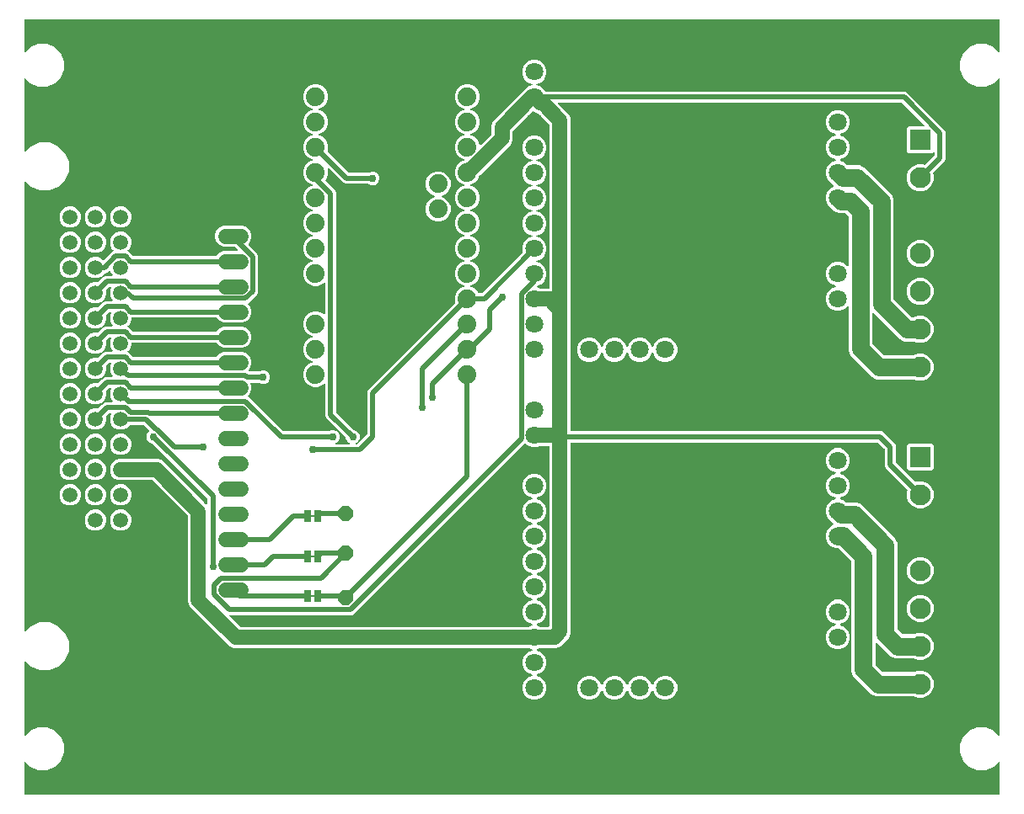
<source format=gbr>
G04 EAGLE Gerber RS-274X export*
G75*
%MOMM*%
%FSLAX34Y34*%
%LPD*%
%INTop Copper*%
%IPPOS*%
%AMOC8*
5,1,8,0,0,1.08239X$1,22.5*%
G01*
%ADD10R,1.508000X1.508000*%
%ADD11C,1.508000*%
%ADD12C,1.800000*%
%ADD13C,1.879600*%
%ADD14R,2.100000X2.100000*%
%ADD15C,2.100000*%
%ADD16P,1.649562X8X22.500000*%
%ADD17C,0.203200*%
%ADD18R,0.635000X1.270000*%
%ADD19C,1.524000*%
%ADD20C,0.756400*%
%ADD21C,1.500000*%
%ADD22C,0.508000*%
%ADD23C,1.800000*%

G36*
X989098Y10164D02*
X989098Y10164D01*
X989117Y10162D01*
X989219Y10184D01*
X989321Y10200D01*
X989338Y10210D01*
X989358Y10214D01*
X989447Y10267D01*
X989538Y10316D01*
X989552Y10330D01*
X989569Y10340D01*
X989636Y10419D01*
X989708Y10494D01*
X989716Y10512D01*
X989729Y10527D01*
X989768Y10623D01*
X989811Y10717D01*
X989813Y10737D01*
X989821Y10755D01*
X989839Y10922D01*
X989839Y42522D01*
X989828Y42593D01*
X989826Y42665D01*
X989808Y42714D01*
X989800Y42765D01*
X989766Y42828D01*
X989741Y42896D01*
X989709Y42936D01*
X989684Y42982D01*
X989632Y43032D01*
X989588Y43088D01*
X989544Y43116D01*
X989506Y43152D01*
X989441Y43182D01*
X989381Y43221D01*
X989330Y43233D01*
X989283Y43255D01*
X989212Y43263D01*
X989142Y43281D01*
X989090Y43277D01*
X989039Y43282D01*
X988968Y43267D01*
X988897Y43262D01*
X988849Y43241D01*
X988798Y43230D01*
X988737Y43193D01*
X988671Y43165D01*
X988615Y43120D01*
X988587Y43104D01*
X988572Y43086D01*
X988540Y43060D01*
X983728Y38249D01*
X975859Y34989D01*
X967341Y34989D01*
X959472Y38249D01*
X953449Y44272D01*
X950189Y52141D01*
X950189Y60659D01*
X953449Y68528D01*
X959472Y74551D01*
X967341Y77811D01*
X975859Y77811D01*
X983728Y74551D01*
X988540Y69740D01*
X988598Y69698D01*
X988650Y69648D01*
X988697Y69626D01*
X988739Y69596D01*
X988808Y69575D01*
X988873Y69545D01*
X988925Y69539D01*
X988975Y69524D01*
X989046Y69526D01*
X989117Y69518D01*
X989168Y69529D01*
X989220Y69530D01*
X989288Y69555D01*
X989358Y69570D01*
X989403Y69597D01*
X989451Y69615D01*
X989507Y69659D01*
X989569Y69696D01*
X989603Y69736D01*
X989643Y69768D01*
X989682Y69829D01*
X989729Y69883D01*
X989748Y69931D01*
X989776Y69975D01*
X989794Y70045D01*
X989821Y70111D01*
X989829Y70183D01*
X989837Y70214D01*
X989835Y70237D01*
X989839Y70278D01*
X989839Y729722D01*
X989828Y729793D01*
X989826Y729865D01*
X989808Y729914D01*
X989800Y729965D01*
X989766Y730028D01*
X989741Y730096D01*
X989709Y730136D01*
X989684Y730182D01*
X989632Y730232D01*
X989588Y730288D01*
X989544Y730316D01*
X989506Y730352D01*
X989441Y730382D01*
X989381Y730421D01*
X989330Y730433D01*
X989283Y730455D01*
X989212Y730463D01*
X989142Y730481D01*
X989090Y730477D01*
X989039Y730482D01*
X988968Y730467D01*
X988897Y730462D01*
X988849Y730441D01*
X988798Y730430D01*
X988737Y730393D01*
X988671Y730365D01*
X988615Y730320D01*
X988587Y730304D01*
X988572Y730286D01*
X988540Y730260D01*
X983728Y725449D01*
X975859Y722189D01*
X967341Y722189D01*
X959472Y725449D01*
X953449Y731472D01*
X950189Y739341D01*
X950189Y747859D01*
X953449Y755728D01*
X959472Y761751D01*
X967341Y765011D01*
X975859Y765011D01*
X983728Y761751D01*
X988540Y756940D01*
X988598Y756898D01*
X988650Y756848D01*
X988697Y756826D01*
X988739Y756796D01*
X988808Y756775D01*
X988873Y756745D01*
X988925Y756739D01*
X988975Y756724D01*
X989046Y756726D01*
X989117Y756718D01*
X989168Y756729D01*
X989220Y756730D01*
X989288Y756755D01*
X989358Y756770D01*
X989403Y756797D01*
X989451Y756815D01*
X989507Y756859D01*
X989569Y756896D01*
X989603Y756936D01*
X989643Y756968D01*
X989682Y757029D01*
X989729Y757083D01*
X989748Y757131D01*
X989776Y757175D01*
X989794Y757245D01*
X989821Y757311D01*
X989829Y757383D01*
X989837Y757414D01*
X989835Y757437D01*
X989839Y757478D01*
X989839Y789078D01*
X989836Y789098D01*
X989838Y789117D01*
X989816Y789219D01*
X989800Y789321D01*
X989790Y789338D01*
X989786Y789358D01*
X989733Y789447D01*
X989684Y789538D01*
X989670Y789552D01*
X989660Y789569D01*
X989581Y789636D01*
X989506Y789708D01*
X989488Y789716D01*
X989473Y789729D01*
X989377Y789768D01*
X989283Y789811D01*
X989263Y789813D01*
X989245Y789821D01*
X989078Y789839D01*
X10922Y789839D01*
X10902Y789836D01*
X10883Y789838D01*
X10781Y789816D01*
X10679Y789800D01*
X10662Y789790D01*
X10642Y789786D01*
X10553Y789733D01*
X10462Y789684D01*
X10448Y789670D01*
X10431Y789660D01*
X10364Y789581D01*
X10292Y789506D01*
X10284Y789488D01*
X10271Y789473D01*
X10232Y789377D01*
X10189Y789283D01*
X10187Y789263D01*
X10179Y789245D01*
X10161Y789078D01*
X10161Y757478D01*
X10172Y757407D01*
X10174Y757335D01*
X10192Y757286D01*
X10200Y757235D01*
X10234Y757172D01*
X10259Y757104D01*
X10291Y757064D01*
X10316Y757018D01*
X10368Y756968D01*
X10412Y756912D01*
X10456Y756884D01*
X10494Y756848D01*
X10559Y756818D01*
X10619Y756779D01*
X10670Y756767D01*
X10717Y756745D01*
X10788Y756737D01*
X10858Y756719D01*
X10910Y756723D01*
X10961Y756718D01*
X11032Y756733D01*
X11103Y756738D01*
X11151Y756759D01*
X11202Y756770D01*
X11263Y756807D01*
X11329Y756835D01*
X11385Y756880D01*
X11413Y756896D01*
X11428Y756914D01*
X11460Y756940D01*
X16272Y761751D01*
X24141Y765011D01*
X32659Y765011D01*
X40528Y761751D01*
X46551Y755728D01*
X49811Y747859D01*
X49811Y739341D01*
X46551Y731472D01*
X40528Y725449D01*
X32659Y722189D01*
X24141Y722189D01*
X16272Y725449D01*
X11460Y730260D01*
X11402Y730302D01*
X11350Y730352D01*
X11303Y730374D01*
X11261Y730404D01*
X11192Y730425D01*
X11127Y730455D01*
X11075Y730461D01*
X11025Y730476D01*
X10954Y730474D01*
X10883Y730482D01*
X10832Y730471D01*
X10780Y730470D01*
X10712Y730445D01*
X10642Y730430D01*
X10597Y730403D01*
X10549Y730385D01*
X10493Y730341D01*
X10431Y730304D01*
X10397Y730264D01*
X10357Y730232D01*
X10318Y730171D01*
X10271Y730117D01*
X10252Y730069D01*
X10224Y730025D01*
X10206Y729955D01*
X10179Y729889D01*
X10171Y729817D01*
X10163Y729786D01*
X10165Y729763D01*
X10161Y729722D01*
X10161Y657367D01*
X10172Y657296D01*
X10174Y657225D01*
X10192Y657176D01*
X10200Y657124D01*
X10234Y657061D01*
X10259Y656994D01*
X10291Y656953D01*
X10316Y656907D01*
X10368Y656857D01*
X10412Y656801D01*
X10456Y656773D01*
X10494Y656737D01*
X10559Y656707D01*
X10619Y656668D01*
X10670Y656656D01*
X10717Y656634D01*
X10788Y656626D01*
X10858Y656608D01*
X10910Y656612D01*
X10961Y656607D01*
X11032Y656622D01*
X11103Y656628D01*
X11151Y656648D01*
X11202Y656659D01*
X11263Y656696D01*
X11329Y656724D01*
X11385Y656769D01*
X11413Y656785D01*
X11428Y656803D01*
X11460Y656829D01*
X16914Y662282D01*
X25794Y665961D01*
X35406Y665961D01*
X44286Y662282D01*
X51082Y655486D01*
X54761Y646606D01*
X54761Y636994D01*
X51082Y628114D01*
X44286Y621318D01*
X35406Y617639D01*
X25794Y617639D01*
X16914Y621318D01*
X11460Y626771D01*
X11402Y626813D01*
X11350Y626863D01*
X11303Y626884D01*
X11261Y626915D01*
X11192Y626936D01*
X11127Y626966D01*
X11075Y626972D01*
X11025Y626987D01*
X10954Y626985D01*
X10883Y626993D01*
X10832Y626982D01*
X10780Y626981D01*
X10712Y626956D01*
X10642Y626941D01*
X10597Y626914D01*
X10549Y626896D01*
X10493Y626852D01*
X10431Y626815D01*
X10397Y626775D01*
X10357Y626743D01*
X10318Y626682D01*
X10271Y626628D01*
X10252Y626580D01*
X10224Y626536D01*
X10206Y626466D01*
X10179Y626400D01*
X10171Y626328D01*
X10163Y626297D01*
X10165Y626274D01*
X10161Y626233D01*
X10161Y174767D01*
X10172Y174696D01*
X10174Y174625D01*
X10192Y174576D01*
X10200Y174524D01*
X10234Y174461D01*
X10259Y174394D01*
X10291Y174353D01*
X10316Y174307D01*
X10368Y174257D01*
X10412Y174201D01*
X10456Y174173D01*
X10494Y174137D01*
X10559Y174107D01*
X10619Y174068D01*
X10670Y174056D01*
X10717Y174034D01*
X10788Y174026D01*
X10858Y174008D01*
X10910Y174012D01*
X10961Y174007D01*
X11032Y174022D01*
X11103Y174028D01*
X11151Y174048D01*
X11202Y174059D01*
X11263Y174096D01*
X11329Y174124D01*
X11385Y174169D01*
X11413Y174185D01*
X11428Y174203D01*
X11460Y174229D01*
X16914Y179682D01*
X25794Y183361D01*
X35406Y183361D01*
X44286Y179682D01*
X51082Y172886D01*
X54761Y164006D01*
X54761Y154394D01*
X51082Y145514D01*
X44286Y138718D01*
X35406Y135039D01*
X25794Y135039D01*
X16914Y138718D01*
X11460Y144171D01*
X11402Y144213D01*
X11350Y144263D01*
X11303Y144284D01*
X11261Y144315D01*
X11192Y144336D01*
X11127Y144366D01*
X11075Y144372D01*
X11025Y144387D01*
X10954Y144385D01*
X10883Y144393D01*
X10832Y144382D01*
X10780Y144381D01*
X10712Y144356D01*
X10642Y144341D01*
X10597Y144314D01*
X10549Y144296D01*
X10493Y144252D01*
X10431Y144215D01*
X10397Y144175D01*
X10357Y144143D01*
X10318Y144082D01*
X10271Y144028D01*
X10252Y143980D01*
X10224Y143936D01*
X10206Y143866D01*
X10179Y143800D01*
X10171Y143728D01*
X10163Y143697D01*
X10165Y143674D01*
X10161Y143633D01*
X10161Y70278D01*
X10163Y70267D01*
X10162Y70260D01*
X10169Y70225D01*
X10172Y70207D01*
X10174Y70135D01*
X10192Y70086D01*
X10200Y70035D01*
X10234Y69972D01*
X10259Y69904D01*
X10291Y69864D01*
X10316Y69818D01*
X10368Y69768D01*
X10412Y69712D01*
X10456Y69684D01*
X10494Y69648D01*
X10559Y69618D01*
X10619Y69579D01*
X10670Y69567D01*
X10717Y69545D01*
X10788Y69537D01*
X10858Y69519D01*
X10910Y69523D01*
X10961Y69518D01*
X11032Y69533D01*
X11103Y69538D01*
X11151Y69559D01*
X11202Y69570D01*
X11263Y69607D01*
X11329Y69635D01*
X11385Y69680D01*
X11413Y69696D01*
X11428Y69714D01*
X11460Y69740D01*
X16272Y74551D01*
X24141Y77811D01*
X32659Y77811D01*
X40528Y74551D01*
X46551Y68528D01*
X49811Y60659D01*
X49811Y52141D01*
X46551Y44272D01*
X40528Y38249D01*
X32659Y34989D01*
X24141Y34989D01*
X16272Y38249D01*
X11460Y43060D01*
X11402Y43102D01*
X11350Y43152D01*
X11303Y43174D01*
X11261Y43204D01*
X11192Y43225D01*
X11127Y43255D01*
X11075Y43261D01*
X11025Y43276D01*
X10954Y43274D01*
X10883Y43282D01*
X10832Y43271D01*
X10780Y43270D01*
X10712Y43245D01*
X10642Y43230D01*
X10597Y43203D01*
X10549Y43185D01*
X10493Y43141D01*
X10431Y43104D01*
X10397Y43064D01*
X10357Y43032D01*
X10318Y42971D01*
X10271Y42917D01*
X10252Y42869D01*
X10224Y42825D01*
X10206Y42755D01*
X10179Y42689D01*
X10171Y42617D01*
X10163Y42586D01*
X10165Y42563D01*
X10161Y42522D01*
X10161Y10922D01*
X10164Y10902D01*
X10162Y10883D01*
X10184Y10781D01*
X10200Y10679D01*
X10210Y10662D01*
X10214Y10642D01*
X10267Y10553D01*
X10316Y10462D01*
X10330Y10448D01*
X10340Y10431D01*
X10419Y10364D01*
X10494Y10292D01*
X10512Y10284D01*
X10527Y10271D01*
X10623Y10232D01*
X10717Y10189D01*
X10737Y10187D01*
X10755Y10179D01*
X10922Y10161D01*
X989078Y10161D01*
X989098Y10164D01*
G37*
%LPC*%
G36*
X520103Y105551D02*
X520103Y105551D01*
X515675Y107386D01*
X512286Y110775D01*
X510451Y115203D01*
X510451Y119997D01*
X512286Y124425D01*
X515675Y127814D01*
X519978Y129597D01*
X520039Y129635D01*
X520104Y129664D01*
X520143Y129699D01*
X520187Y129726D01*
X520233Y129782D01*
X520285Y129830D01*
X520310Y129876D01*
X520344Y129916D01*
X520369Y129983D01*
X520404Y130046D01*
X520413Y130097D01*
X520432Y130145D01*
X520435Y130217D01*
X520448Y130288D01*
X520440Y130339D01*
X520442Y130391D01*
X520422Y130460D01*
X520412Y130531D01*
X520388Y130577D01*
X520374Y130627D01*
X520333Y130686D01*
X520300Y130750D01*
X520263Y130787D01*
X520233Y130829D01*
X520176Y130872D01*
X520125Y130922D01*
X520062Y130957D01*
X520036Y130976D01*
X520014Y130983D01*
X519978Y131003D01*
X515675Y132786D01*
X512286Y136175D01*
X510451Y140603D01*
X510451Y145397D01*
X512286Y149825D01*
X515675Y153214D01*
X519978Y154997D01*
X520039Y155035D01*
X520104Y155064D01*
X520143Y155099D01*
X520187Y155126D01*
X520233Y155182D01*
X520285Y155230D01*
X520310Y155276D01*
X520344Y155316D01*
X520369Y155383D01*
X520404Y155446D01*
X520413Y155497D01*
X520432Y155545D01*
X520435Y155617D01*
X520448Y155688D01*
X520440Y155739D01*
X520442Y155791D01*
X520422Y155860D01*
X520412Y155931D01*
X520388Y155977D01*
X520374Y156027D01*
X520333Y156086D01*
X520300Y156150D01*
X520263Y156187D01*
X520233Y156229D01*
X520176Y156272D01*
X520125Y156322D01*
X520062Y156357D01*
X520036Y156376D01*
X520014Y156383D01*
X519978Y156403D01*
X516622Y157793D01*
X516558Y157808D01*
X516497Y157833D01*
X516414Y157842D01*
X516382Y157849D01*
X516363Y157848D01*
X516331Y157851D01*
X220502Y157851D01*
X216625Y159457D01*
X176057Y200025D01*
X174451Y203902D01*
X174451Y290315D01*
X174449Y290329D01*
X174450Y290340D01*
X174438Y290397D01*
X174437Y290405D01*
X174429Y290496D01*
X174417Y290526D01*
X174412Y290558D01*
X174369Y290639D01*
X174333Y290723D01*
X174307Y290755D01*
X174296Y290775D01*
X174273Y290798D01*
X174228Y290854D01*
X138854Y326228D01*
X138780Y326281D01*
X138710Y326341D01*
X138680Y326353D01*
X138654Y326372D01*
X138567Y326399D01*
X138482Y326433D01*
X138441Y326437D01*
X138419Y326444D01*
X138387Y326443D01*
X138315Y326451D01*
X109154Y326451D01*
X109089Y326441D01*
X109024Y326440D01*
X108944Y326417D01*
X108911Y326412D01*
X108911Y326411D01*
X104694Y326411D01*
X100802Y328023D01*
X97823Y331002D01*
X96211Y334894D01*
X96211Y339106D01*
X97823Y342998D01*
X100802Y345977D01*
X104694Y347589D01*
X108934Y347589D01*
X108987Y347567D01*
X109070Y347558D01*
X109102Y347551D01*
X109122Y347552D01*
X109154Y347549D01*
X145098Y347549D01*
X148975Y345943D01*
X190868Y304050D01*
X192566Y302352D01*
X192624Y302311D01*
X192676Y302261D01*
X192723Y302239D01*
X192765Y302209D01*
X192834Y302188D01*
X192899Y302158D01*
X192951Y302152D01*
X193001Y302137D01*
X193072Y302138D01*
X193143Y302130D01*
X193194Y302142D01*
X193246Y302143D01*
X193314Y302168D01*
X193384Y302183D01*
X193429Y302209D01*
X193477Y302227D01*
X193533Y302272D01*
X193595Y302309D01*
X193629Y302348D01*
X193669Y302381D01*
X193708Y302441D01*
X193755Y302496D01*
X193774Y302544D01*
X193802Y302588D01*
X193820Y302657D01*
X193847Y302724D01*
X193855Y302795D01*
X193863Y302826D01*
X193861Y302850D01*
X193865Y302891D01*
X193865Y307916D01*
X193851Y308006D01*
X193843Y308097D01*
X193831Y308127D01*
X193826Y308158D01*
X193783Y308239D01*
X193747Y308323D01*
X193721Y308355D01*
X193710Y308376D01*
X193687Y308398D01*
X193642Y308454D01*
X139150Y362946D01*
X139076Y362999D01*
X139007Y363059D01*
X138976Y363071D01*
X138950Y363090D01*
X138863Y363117D01*
X138778Y363151D01*
X138738Y363155D01*
X138715Y363162D01*
X138683Y363161D01*
X138652Y363165D01*
X136131Y364209D01*
X134209Y366131D01*
X133169Y368641D01*
X133169Y371359D01*
X134209Y373869D01*
X135680Y375340D01*
X135691Y375356D01*
X135707Y375369D01*
X135763Y375456D01*
X135823Y375540D01*
X135829Y375559D01*
X135840Y375575D01*
X135865Y375676D01*
X135896Y375775D01*
X135895Y375795D01*
X135900Y375814D01*
X135892Y375917D01*
X135889Y376021D01*
X135882Y376039D01*
X135881Y376059D01*
X135841Y376154D01*
X135805Y376252D01*
X135792Y376267D01*
X135785Y376286D01*
X135680Y376416D01*
X130108Y381988D01*
X130034Y382041D01*
X129965Y382101D01*
X129934Y382113D01*
X129908Y382132D01*
X129821Y382159D01*
X129736Y382193D01*
X129696Y382197D01*
X129673Y382204D01*
X129641Y382203D01*
X129570Y382211D01*
X116455Y382211D01*
X116340Y382192D01*
X116224Y382175D01*
X116218Y382173D01*
X116212Y382172D01*
X116110Y382117D01*
X116004Y382064D01*
X116000Y382059D01*
X115995Y382056D01*
X115915Y381972D01*
X115832Y381888D01*
X115829Y381882D01*
X115825Y381878D01*
X115818Y381861D01*
X115795Y381820D01*
X112798Y378823D01*
X108906Y377211D01*
X104694Y377211D01*
X100802Y378823D01*
X97823Y381802D01*
X96211Y385694D01*
X96211Y389906D01*
X97394Y392763D01*
X97405Y392807D01*
X97424Y392849D01*
X97433Y392926D01*
X97451Y393002D01*
X97446Y393048D01*
X97451Y393093D01*
X97435Y393170D01*
X97428Y393247D01*
X97409Y393289D01*
X97399Y393334D01*
X97359Y393401D01*
X97328Y393472D01*
X97296Y393506D01*
X97273Y393545D01*
X97214Y393596D01*
X97161Y393653D01*
X97121Y393675D01*
X97086Y393705D01*
X97014Y393734D01*
X96946Y393771D01*
X96900Y393780D01*
X96858Y393797D01*
X96722Y393812D01*
X96704Y393815D01*
X96699Y393814D01*
X96691Y393815D01*
X95634Y393815D01*
X95544Y393801D01*
X95453Y393793D01*
X95423Y393781D01*
X95392Y393776D01*
X95311Y393733D01*
X95227Y393697D01*
X95195Y393671D01*
X95174Y393660D01*
X95152Y393637D01*
X95096Y393592D01*
X92179Y390675D01*
X92111Y390580D01*
X92041Y390486D01*
X92039Y390480D01*
X92035Y390475D01*
X92001Y390363D01*
X91965Y390253D01*
X91965Y390246D01*
X91963Y390240D01*
X91966Y390123D01*
X91967Y390007D01*
X91969Y389999D01*
X91969Y389995D01*
X91976Y389977D01*
X91989Y389932D01*
X91989Y385694D01*
X90377Y381802D01*
X87398Y378823D01*
X83506Y377211D01*
X79294Y377211D01*
X75402Y378823D01*
X72423Y381802D01*
X70811Y385694D01*
X70811Y389906D01*
X72423Y393798D01*
X75402Y396777D01*
X79294Y398389D01*
X83553Y398389D01*
X83559Y398387D01*
X83673Y398359D01*
X83679Y398359D01*
X83685Y398358D01*
X83802Y398369D01*
X83918Y398378D01*
X83924Y398380D01*
X83930Y398381D01*
X84037Y398428D01*
X84144Y398474D01*
X84150Y398479D01*
X84155Y398481D01*
X84168Y398493D01*
X84275Y398579D01*
X88159Y402463D01*
X89838Y404142D01*
X91892Y404993D01*
X98195Y404993D01*
X98265Y405004D01*
X98337Y405006D01*
X98386Y405024D01*
X98437Y405032D01*
X98501Y405066D01*
X98568Y405091D01*
X98609Y405123D01*
X98655Y405148D01*
X98704Y405200D01*
X98760Y405244D01*
X98788Y405288D01*
X98824Y405326D01*
X98854Y405391D01*
X98893Y405451D01*
X98906Y405502D01*
X98928Y405549D01*
X98936Y405620D01*
X98953Y405690D01*
X98949Y405742D01*
X98955Y405793D01*
X98940Y405864D01*
X98934Y405935D01*
X98914Y405983D01*
X98903Y406034D01*
X98866Y406095D01*
X98838Y406161D01*
X98793Y406217D01*
X98777Y406245D01*
X98759Y406260D01*
X98733Y406292D01*
X97823Y407202D01*
X96211Y411094D01*
X96211Y415306D01*
X97394Y418163D01*
X97405Y418207D01*
X97424Y418249D01*
X97433Y418326D01*
X97451Y418402D01*
X97446Y418448D01*
X97451Y418493D01*
X97435Y418570D01*
X97428Y418647D01*
X97409Y418689D01*
X97399Y418734D01*
X97359Y418801D01*
X97328Y418872D01*
X97296Y418906D01*
X97273Y418945D01*
X97214Y418996D01*
X97161Y419053D01*
X97121Y419075D01*
X97086Y419105D01*
X97014Y419134D01*
X96946Y419171D01*
X96900Y419180D01*
X96858Y419197D01*
X96722Y419212D01*
X96704Y419215D01*
X96699Y419214D01*
X96691Y419215D01*
X95634Y419215D01*
X95544Y419201D01*
X95453Y419193D01*
X95423Y419181D01*
X95392Y419176D01*
X95311Y419133D01*
X95227Y419097D01*
X95195Y419071D01*
X95174Y419060D01*
X95152Y419037D01*
X95096Y418992D01*
X92179Y416075D01*
X92111Y415980D01*
X92041Y415886D01*
X92039Y415880D01*
X92035Y415875D01*
X92001Y415763D01*
X91965Y415653D01*
X91965Y415646D01*
X91963Y415640D01*
X91966Y415523D01*
X91967Y415407D01*
X91969Y415399D01*
X91969Y415395D01*
X91976Y415377D01*
X91989Y415332D01*
X91989Y411094D01*
X90377Y407202D01*
X87398Y404223D01*
X83506Y402611D01*
X79294Y402611D01*
X75402Y404223D01*
X72423Y407202D01*
X70811Y411094D01*
X70811Y415306D01*
X72423Y419198D01*
X75402Y422177D01*
X79294Y423789D01*
X83553Y423789D01*
X83559Y423787D01*
X83673Y423759D01*
X83679Y423759D01*
X83685Y423758D01*
X83802Y423769D01*
X83918Y423778D01*
X83924Y423780D01*
X83930Y423781D01*
X84037Y423828D01*
X84144Y423874D01*
X84150Y423879D01*
X84155Y423881D01*
X84168Y423893D01*
X84275Y423979D01*
X88159Y427863D01*
X89838Y429542D01*
X91892Y430393D01*
X98195Y430393D01*
X98265Y430404D01*
X98337Y430406D01*
X98386Y430424D01*
X98437Y430432D01*
X98501Y430466D01*
X98568Y430491D01*
X98609Y430523D01*
X98655Y430548D01*
X98704Y430600D01*
X98760Y430644D01*
X98788Y430688D01*
X98824Y430726D01*
X98854Y430791D01*
X98893Y430851D01*
X98906Y430902D01*
X98928Y430949D01*
X98936Y431020D01*
X98953Y431090D01*
X98949Y431142D01*
X98955Y431193D01*
X98940Y431264D01*
X98934Y431335D01*
X98914Y431383D01*
X98903Y431434D01*
X98866Y431495D01*
X98838Y431561D01*
X98793Y431617D01*
X98777Y431645D01*
X98759Y431660D01*
X98733Y431692D01*
X97823Y432602D01*
X96211Y436494D01*
X96211Y440706D01*
X97394Y443563D01*
X97405Y443607D01*
X97424Y443649D01*
X97433Y443726D01*
X97451Y443802D01*
X97446Y443848D01*
X97451Y443893D01*
X97435Y443970D01*
X97428Y444047D01*
X97409Y444089D01*
X97399Y444134D01*
X97359Y444201D01*
X97328Y444272D01*
X97296Y444306D01*
X97273Y444345D01*
X97214Y444396D01*
X97161Y444453D01*
X97121Y444475D01*
X97086Y444505D01*
X97014Y444534D01*
X96946Y444571D01*
X96900Y444580D01*
X96858Y444597D01*
X96722Y444612D01*
X96704Y444615D01*
X96699Y444614D01*
X96691Y444615D01*
X95634Y444615D01*
X95544Y444601D01*
X95453Y444593D01*
X95423Y444581D01*
X95392Y444576D01*
X95311Y444533D01*
X95227Y444497D01*
X95195Y444471D01*
X95174Y444460D01*
X95152Y444437D01*
X95096Y444392D01*
X92179Y441475D01*
X92111Y441380D01*
X92041Y441286D01*
X92039Y441280D01*
X92035Y441275D01*
X92001Y441163D01*
X91965Y441053D01*
X91965Y441046D01*
X91963Y441040D01*
X91966Y440923D01*
X91967Y440807D01*
X91969Y440799D01*
X91969Y440795D01*
X91976Y440777D01*
X91989Y440732D01*
X91989Y436494D01*
X90377Y432602D01*
X87398Y429623D01*
X83506Y428011D01*
X79294Y428011D01*
X75402Y429623D01*
X72423Y432602D01*
X70811Y436494D01*
X70811Y440706D01*
X72423Y444598D01*
X75402Y447577D01*
X79294Y449189D01*
X83553Y449189D01*
X83559Y449187D01*
X83673Y449159D01*
X83679Y449159D01*
X83685Y449158D01*
X83802Y449169D01*
X83918Y449178D01*
X83924Y449180D01*
X83930Y449181D01*
X84037Y449228D01*
X84144Y449274D01*
X84150Y449279D01*
X84155Y449281D01*
X84168Y449293D01*
X84275Y449379D01*
X89838Y454942D01*
X91892Y455793D01*
X98195Y455793D01*
X98265Y455804D01*
X98337Y455806D01*
X98386Y455824D01*
X98437Y455832D01*
X98501Y455866D01*
X98568Y455891D01*
X98609Y455923D01*
X98655Y455948D01*
X98704Y456000D01*
X98760Y456044D01*
X98788Y456088D01*
X98824Y456126D01*
X98854Y456191D01*
X98893Y456251D01*
X98906Y456302D01*
X98928Y456349D01*
X98936Y456420D01*
X98953Y456490D01*
X98949Y456542D01*
X98955Y456593D01*
X98940Y456664D01*
X98934Y456735D01*
X98914Y456783D01*
X98903Y456834D01*
X98866Y456895D01*
X98838Y456961D01*
X98793Y457017D01*
X98777Y457045D01*
X98759Y457060D01*
X98733Y457092D01*
X97823Y458002D01*
X96211Y461894D01*
X96211Y466106D01*
X97394Y468963D01*
X97405Y469007D01*
X97424Y469049D01*
X97433Y469126D01*
X97451Y469202D01*
X97446Y469248D01*
X97451Y469293D01*
X97435Y469370D01*
X97428Y469447D01*
X97409Y469489D01*
X97399Y469534D01*
X97359Y469601D01*
X97328Y469672D01*
X97296Y469706D01*
X97273Y469745D01*
X97214Y469796D01*
X97161Y469853D01*
X97121Y469875D01*
X97086Y469905D01*
X97014Y469934D01*
X96946Y469971D01*
X96900Y469980D01*
X96858Y469997D01*
X96722Y470012D01*
X96704Y470015D01*
X96699Y470014D01*
X96691Y470015D01*
X95634Y470015D01*
X95544Y470001D01*
X95453Y469993D01*
X95423Y469981D01*
X95392Y469976D01*
X95311Y469933D01*
X95227Y469897D01*
X95195Y469871D01*
X95174Y469860D01*
X95152Y469837D01*
X95096Y469792D01*
X92179Y466875D01*
X92111Y466780D01*
X92041Y466686D01*
X92039Y466680D01*
X92035Y466675D01*
X92001Y466563D01*
X91965Y466453D01*
X91965Y466446D01*
X91963Y466440D01*
X91966Y466323D01*
X91967Y466207D01*
X91969Y466199D01*
X91969Y466195D01*
X91976Y466177D01*
X91989Y466132D01*
X91989Y461894D01*
X90377Y458002D01*
X87398Y455023D01*
X83506Y453411D01*
X79294Y453411D01*
X75402Y455023D01*
X72423Y458002D01*
X70811Y461894D01*
X70811Y466106D01*
X72423Y469998D01*
X75402Y472977D01*
X79294Y474589D01*
X83553Y474589D01*
X83559Y474587D01*
X83673Y474559D01*
X83679Y474559D01*
X83685Y474558D01*
X83802Y474569D01*
X83918Y474578D01*
X83924Y474580D01*
X83930Y474581D01*
X84037Y474628D01*
X84144Y474674D01*
X84150Y474679D01*
X84155Y474681D01*
X84168Y474693D01*
X84275Y474779D01*
X89838Y480342D01*
X91892Y481193D01*
X98195Y481193D01*
X98265Y481204D01*
X98337Y481206D01*
X98386Y481224D01*
X98437Y481232D01*
X98501Y481266D01*
X98568Y481291D01*
X98609Y481323D01*
X98655Y481348D01*
X98704Y481400D01*
X98760Y481444D01*
X98788Y481488D01*
X98824Y481526D01*
X98854Y481591D01*
X98893Y481651D01*
X98906Y481702D01*
X98928Y481749D01*
X98936Y481820D01*
X98953Y481890D01*
X98949Y481942D01*
X98955Y481993D01*
X98940Y482064D01*
X98934Y482135D01*
X98914Y482183D01*
X98903Y482234D01*
X98866Y482295D01*
X98838Y482361D01*
X98793Y482417D01*
X98777Y482445D01*
X98759Y482460D01*
X98733Y482492D01*
X97823Y483402D01*
X96211Y487294D01*
X96211Y491506D01*
X97394Y494363D01*
X97405Y494407D01*
X97424Y494449D01*
X97433Y494526D01*
X97451Y494602D01*
X97446Y494648D01*
X97451Y494693D01*
X97435Y494770D01*
X97428Y494847D01*
X97409Y494889D01*
X97399Y494934D01*
X97359Y495001D01*
X97328Y495072D01*
X97296Y495106D01*
X97273Y495145D01*
X97214Y495196D01*
X97161Y495253D01*
X97121Y495275D01*
X97086Y495305D01*
X97014Y495334D01*
X96946Y495371D01*
X96900Y495380D01*
X96858Y495397D01*
X96722Y495412D01*
X96704Y495415D01*
X96699Y495414D01*
X96691Y495415D01*
X95634Y495415D01*
X95544Y495401D01*
X95453Y495393D01*
X95423Y495381D01*
X95392Y495376D01*
X95311Y495333D01*
X95227Y495297D01*
X95195Y495271D01*
X95174Y495260D01*
X95152Y495237D01*
X95096Y495192D01*
X92179Y492275D01*
X92111Y492180D01*
X92041Y492086D01*
X92039Y492080D01*
X92035Y492075D01*
X92001Y491963D01*
X91965Y491853D01*
X91965Y491846D01*
X91963Y491840D01*
X91966Y491723D01*
X91967Y491607D01*
X91969Y491599D01*
X91969Y491595D01*
X91976Y491577D01*
X91989Y491532D01*
X91989Y487294D01*
X90377Y483402D01*
X87398Y480423D01*
X83506Y478811D01*
X79294Y478811D01*
X75402Y480423D01*
X72423Y483402D01*
X70811Y487294D01*
X70811Y491506D01*
X72423Y495398D01*
X75402Y498377D01*
X79294Y499989D01*
X83553Y499989D01*
X83559Y499987D01*
X83673Y499959D01*
X83679Y499959D01*
X83685Y499958D01*
X83802Y499969D01*
X83918Y499978D01*
X83924Y499980D01*
X83930Y499981D01*
X84037Y500028D01*
X84144Y500074D01*
X84150Y500079D01*
X84155Y500081D01*
X84168Y500093D01*
X84275Y500179D01*
X89838Y505742D01*
X91892Y506593D01*
X98195Y506593D01*
X98265Y506604D01*
X98337Y506606D01*
X98386Y506624D01*
X98437Y506632D01*
X98501Y506666D01*
X98568Y506691D01*
X98609Y506723D01*
X98655Y506748D01*
X98704Y506800D01*
X98760Y506844D01*
X98788Y506888D01*
X98824Y506926D01*
X98854Y506991D01*
X98893Y507051D01*
X98906Y507102D01*
X98928Y507149D01*
X98936Y507220D01*
X98953Y507290D01*
X98949Y507342D01*
X98955Y507393D01*
X98940Y507464D01*
X98934Y507535D01*
X98914Y507583D01*
X98903Y507634D01*
X98866Y507695D01*
X98838Y507761D01*
X98793Y507817D01*
X98777Y507845D01*
X98759Y507860D01*
X98733Y507892D01*
X97823Y508802D01*
X96211Y512694D01*
X96211Y516906D01*
X97394Y519763D01*
X97405Y519807D01*
X97424Y519849D01*
X97433Y519926D01*
X97451Y520002D01*
X97446Y520048D01*
X97451Y520093D01*
X97435Y520170D01*
X97428Y520247D01*
X97409Y520289D01*
X97399Y520334D01*
X97359Y520401D01*
X97328Y520472D01*
X97296Y520506D01*
X97273Y520545D01*
X97214Y520596D01*
X97161Y520653D01*
X97121Y520675D01*
X97086Y520705D01*
X97014Y520734D01*
X96946Y520771D01*
X96900Y520780D01*
X96858Y520797D01*
X96722Y520812D01*
X96704Y520815D01*
X96699Y520814D01*
X96691Y520815D01*
X95634Y520815D01*
X95544Y520801D01*
X95453Y520793D01*
X95423Y520781D01*
X95392Y520776D01*
X95311Y520733D01*
X95227Y520697D01*
X95195Y520671D01*
X95174Y520660D01*
X95152Y520637D01*
X95096Y520592D01*
X92179Y517675D01*
X92134Y517613D01*
X92104Y517581D01*
X92092Y517555D01*
X92041Y517486D01*
X92039Y517480D01*
X92035Y517475D01*
X92001Y517363D01*
X91965Y517253D01*
X91965Y517246D01*
X91963Y517240D01*
X91966Y517123D01*
X91967Y517007D01*
X91969Y516999D01*
X91969Y516995D01*
X91976Y516977D01*
X91989Y516932D01*
X91989Y512694D01*
X90377Y508802D01*
X87398Y505823D01*
X83506Y504211D01*
X79294Y504211D01*
X75402Y505823D01*
X72423Y508802D01*
X70811Y512694D01*
X70811Y516906D01*
X72423Y520798D01*
X75402Y523777D01*
X79294Y525389D01*
X83553Y525389D01*
X83559Y525387D01*
X83673Y525359D01*
X83679Y525359D01*
X83685Y525358D01*
X83802Y525369D01*
X83918Y525378D01*
X83924Y525380D01*
X83930Y525381D01*
X84037Y525428D01*
X84144Y525474D01*
X84150Y525479D01*
X84155Y525481D01*
X84168Y525493D01*
X84275Y525579D01*
X89838Y531142D01*
X91892Y531993D01*
X98195Y531993D01*
X98265Y532004D01*
X98337Y532006D01*
X98386Y532024D01*
X98437Y532032D01*
X98501Y532066D01*
X98568Y532091D01*
X98609Y532123D01*
X98655Y532148D01*
X98704Y532200D01*
X98760Y532244D01*
X98788Y532288D01*
X98824Y532326D01*
X98854Y532391D01*
X98893Y532451D01*
X98906Y532502D01*
X98928Y532549D01*
X98936Y532620D01*
X98953Y532690D01*
X98949Y532742D01*
X98955Y532793D01*
X98940Y532864D01*
X98934Y532935D01*
X98914Y532983D01*
X98903Y533034D01*
X98866Y533095D01*
X98838Y533161D01*
X98793Y533217D01*
X98777Y533245D01*
X98759Y533260D01*
X98733Y533292D01*
X97823Y534202D01*
X96640Y537058D01*
X96616Y537098D01*
X96600Y537141D01*
X96552Y537201D01*
X96510Y537268D01*
X96475Y537297D01*
X96446Y537333D01*
X96381Y537375D01*
X96321Y537424D01*
X96278Y537441D01*
X96240Y537466D01*
X96164Y537485D01*
X96091Y537513D01*
X96046Y537514D01*
X96001Y537526D01*
X95923Y537520D01*
X95846Y537523D01*
X95801Y537510D01*
X95756Y537507D01*
X95684Y537476D01*
X95609Y537454D01*
X95572Y537428D01*
X95529Y537410D01*
X95423Y537325D01*
X95407Y537314D01*
X95404Y537310D01*
X95399Y537305D01*
X93555Y535462D01*
X91501Y534611D01*
X91055Y534611D01*
X90940Y534592D01*
X90824Y534575D01*
X90818Y534573D01*
X90812Y534572D01*
X90710Y534517D01*
X90605Y534464D01*
X90600Y534459D01*
X90595Y534456D01*
X90515Y534372D01*
X90432Y534288D01*
X90429Y534282D01*
X90425Y534278D01*
X90418Y534261D01*
X90395Y534220D01*
X87398Y531223D01*
X83506Y529611D01*
X79294Y529611D01*
X75402Y531223D01*
X72423Y534202D01*
X70811Y538094D01*
X70811Y542306D01*
X72423Y546198D01*
X75402Y549177D01*
X79294Y550789D01*
X83506Y550789D01*
X87398Y549177D01*
X88892Y547683D01*
X88908Y547671D01*
X88921Y547656D01*
X89008Y547599D01*
X89092Y547539D01*
X89111Y547533D01*
X89128Y547523D01*
X89228Y547497D01*
X89327Y547467D01*
X89347Y547467D01*
X89366Y547463D01*
X89469Y547471D01*
X89573Y547473D01*
X89591Y547480D01*
X89611Y547482D01*
X89706Y547522D01*
X89804Y547558D01*
X89819Y547570D01*
X89838Y547578D01*
X89969Y547683D01*
X98828Y556542D01*
X99229Y556708D01*
X99268Y556732D01*
X99311Y556748D01*
X99372Y556797D01*
X99438Y556838D01*
X99467Y556873D01*
X99503Y556902D01*
X99545Y556967D01*
X99595Y557027D01*
X99611Y557070D01*
X99636Y557109D01*
X99655Y557184D01*
X99683Y557257D01*
X99685Y557303D01*
X99696Y557347D01*
X99690Y557425D01*
X99693Y557502D01*
X99680Y557547D01*
X99677Y557592D01*
X99646Y557664D01*
X99625Y557739D01*
X99598Y557776D01*
X99580Y557819D01*
X99495Y557925D01*
X99484Y557941D01*
X99480Y557944D01*
X99476Y557950D01*
X97823Y559602D01*
X96211Y563494D01*
X96211Y567706D01*
X97823Y571598D01*
X100802Y574577D01*
X104694Y576189D01*
X108906Y576189D01*
X112798Y574577D01*
X115777Y571598D01*
X117389Y567706D01*
X117389Y563494D01*
X115777Y559602D01*
X114124Y557950D01*
X114098Y557912D01*
X114064Y557881D01*
X114026Y557813D01*
X113981Y557750D01*
X113967Y557706D01*
X113945Y557666D01*
X113931Y557589D01*
X113908Y557515D01*
X113910Y557469D01*
X113901Y557424D01*
X113913Y557347D01*
X113915Y557269D01*
X113931Y557226D01*
X113937Y557180D01*
X113972Y557111D01*
X113999Y557038D01*
X114028Y557002D01*
X114049Y556961D01*
X114104Y556907D01*
X114153Y556846D01*
X114192Y556821D01*
X114224Y556789D01*
X114344Y556723D01*
X114360Y556713D01*
X114365Y556712D01*
X114371Y556708D01*
X114772Y556542D01*
X119103Y552212D01*
X119176Y552159D01*
X119246Y552099D01*
X119276Y552087D01*
X119302Y552068D01*
X119389Y552041D01*
X119474Y552007D01*
X119515Y552003D01*
X119537Y551996D01*
X119570Y551997D01*
X119641Y551989D01*
X202639Y551989D01*
X202754Y552008D01*
X202870Y552025D01*
X202875Y552027D01*
X202881Y552028D01*
X202984Y552083D01*
X203089Y552136D01*
X203093Y552141D01*
X203099Y552144D01*
X203179Y552228D01*
X203261Y552312D01*
X203265Y552318D01*
X203268Y552322D01*
X203276Y552339D01*
X203331Y552439D01*
X206337Y555445D01*
X210258Y557069D01*
X223733Y557069D01*
X223804Y557080D01*
X223876Y557082D01*
X223925Y557100D01*
X223976Y557108D01*
X224040Y557142D01*
X224107Y557167D01*
X224148Y557199D01*
X224194Y557224D01*
X224243Y557276D01*
X224299Y557320D01*
X224327Y557364D01*
X224363Y557402D01*
X224393Y557467D01*
X224432Y557527D01*
X224445Y557578D01*
X224467Y557625D01*
X224475Y557696D01*
X224492Y557766D01*
X224488Y557818D01*
X224494Y557869D01*
X224478Y557940D01*
X224473Y558011D01*
X224453Y558059D01*
X224441Y558110D01*
X224405Y558171D01*
X224377Y558237D01*
X224332Y558293D01*
X224315Y558321D01*
X224297Y558336D01*
X224272Y558368D01*
X221732Y560908D01*
X221658Y560961D01*
X221588Y561021D01*
X221558Y561033D01*
X221532Y561052D01*
X221445Y561079D01*
X221360Y561113D01*
X221319Y561117D01*
X221297Y561124D01*
X221265Y561123D01*
X221193Y561131D01*
X210258Y561131D01*
X206337Y562755D01*
X203335Y565757D01*
X201711Y569678D01*
X201711Y573922D01*
X203335Y577843D01*
X206337Y580845D01*
X210258Y582469D01*
X229742Y582469D01*
X233663Y580845D01*
X236665Y577843D01*
X238289Y573922D01*
X238289Y569678D01*
X236665Y565757D01*
X235216Y564308D01*
X235204Y564292D01*
X235189Y564279D01*
X235133Y564192D01*
X235072Y564108D01*
X235067Y564089D01*
X235056Y564072D01*
X235030Y563972D01*
X235000Y563873D01*
X235001Y563853D01*
X234996Y563834D01*
X235004Y563731D01*
X235006Y563627D01*
X235013Y563609D01*
X235015Y563589D01*
X235055Y563494D01*
X235091Y563396D01*
X235103Y563381D01*
X235111Y563362D01*
X235216Y563231D01*
X242363Y556085D01*
X244042Y554405D01*
X244893Y552351D01*
X244893Y515049D01*
X244042Y512995D01*
X242363Y511315D01*
X237305Y506257D01*
X235625Y504578D01*
X235338Y504459D01*
X235298Y504435D01*
X235255Y504419D01*
X235195Y504370D01*
X235129Y504329D01*
X235099Y504294D01*
X235063Y504265D01*
X235021Y504200D01*
X234972Y504140D01*
X234955Y504097D01*
X234930Y504058D01*
X234911Y503983D01*
X234884Y503910D01*
X234882Y503864D01*
X234870Y503820D01*
X234876Y503742D01*
X234873Y503664D01*
X234886Y503620D01*
X234889Y503575D01*
X234920Y503503D01*
X234942Y503428D01*
X234968Y503390D01*
X234986Y503348D01*
X235071Y503242D01*
X235082Y503226D01*
X235086Y503223D01*
X235091Y503217D01*
X236665Y501643D01*
X238289Y497722D01*
X238289Y493478D01*
X236665Y489557D01*
X233663Y486555D01*
X229742Y484931D01*
X210258Y484931D01*
X206337Y486555D01*
X203327Y489565D01*
X203280Y489641D01*
X203220Y489741D01*
X203216Y489745D01*
X203212Y489750D01*
X203122Y489825D01*
X203033Y489901D01*
X203028Y489903D01*
X203023Y489907D01*
X202914Y489949D01*
X202805Y489993D01*
X202798Y489994D01*
X202793Y489995D01*
X202775Y489996D01*
X202639Y490011D01*
X118150Y490011D01*
X118130Y490008D01*
X118111Y490010D01*
X118009Y489988D01*
X117907Y489972D01*
X117890Y489962D01*
X117870Y489958D01*
X117781Y489905D01*
X117690Y489856D01*
X117676Y489842D01*
X117659Y489832D01*
X117592Y489753D01*
X117520Y489678D01*
X117512Y489660D01*
X117499Y489645D01*
X117460Y489549D01*
X117417Y489455D01*
X117415Y489435D01*
X117407Y489417D01*
X117389Y489250D01*
X117389Y487294D01*
X115777Y483402D01*
X114124Y481750D01*
X114098Y481712D01*
X114064Y481681D01*
X114026Y481613D01*
X113981Y481550D01*
X113967Y481506D01*
X113945Y481466D01*
X113931Y481389D01*
X113908Y481315D01*
X113910Y481269D01*
X113901Y481224D01*
X113913Y481147D01*
X113915Y481069D01*
X113931Y481026D01*
X113937Y480980D01*
X113972Y480911D01*
X113999Y480838D01*
X114028Y480802D01*
X114049Y480761D01*
X114104Y480707D01*
X114153Y480646D01*
X114192Y480621D01*
X114224Y480589D01*
X114344Y480523D01*
X114360Y480513D01*
X114365Y480512D01*
X114371Y480508D01*
X114772Y480342D01*
X119103Y476012D01*
X119176Y475959D01*
X119246Y475899D01*
X119276Y475887D01*
X119302Y475868D01*
X119389Y475841D01*
X119474Y475807D01*
X119515Y475803D01*
X119537Y475796D01*
X119570Y475797D01*
X119641Y475789D01*
X202639Y475789D01*
X202754Y475808D01*
X202870Y475825D01*
X202875Y475827D01*
X202881Y475828D01*
X202984Y475883D01*
X203089Y475936D01*
X203093Y475941D01*
X203099Y475944D01*
X203179Y476028D01*
X203261Y476112D01*
X203265Y476118D01*
X203268Y476122D01*
X203276Y476139D01*
X203331Y476239D01*
X206337Y479245D01*
X210258Y480869D01*
X229742Y480869D01*
X233663Y479245D01*
X236665Y476243D01*
X238289Y472322D01*
X238289Y468078D01*
X236665Y464157D01*
X233663Y461155D01*
X229742Y459531D01*
X210258Y459531D01*
X206337Y461155D01*
X203327Y464165D01*
X203281Y464240D01*
X203220Y464341D01*
X203216Y464345D01*
X203212Y464350D01*
X203122Y464425D01*
X203033Y464501D01*
X203028Y464503D01*
X203023Y464507D01*
X202914Y464549D01*
X202805Y464593D01*
X202798Y464594D01*
X202793Y464595D01*
X202775Y464596D01*
X202639Y464611D01*
X118150Y464611D01*
X118130Y464608D01*
X118111Y464610D01*
X118009Y464588D01*
X117907Y464572D01*
X117890Y464562D01*
X117870Y464558D01*
X117781Y464505D01*
X117690Y464456D01*
X117676Y464442D01*
X117659Y464432D01*
X117592Y464353D01*
X117520Y464278D01*
X117512Y464260D01*
X117499Y464245D01*
X117460Y464149D01*
X117417Y464055D01*
X117415Y464035D01*
X117407Y464017D01*
X117389Y463850D01*
X117389Y461894D01*
X115777Y458002D01*
X114124Y456350D01*
X114098Y456312D01*
X114064Y456281D01*
X114026Y456213D01*
X113981Y456150D01*
X113967Y456106D01*
X113945Y456066D01*
X113931Y455989D01*
X113908Y455915D01*
X113910Y455869D01*
X113901Y455824D01*
X113913Y455747D01*
X113915Y455669D01*
X113931Y455626D01*
X113937Y455580D01*
X113972Y455511D01*
X113999Y455438D01*
X114028Y455402D01*
X114049Y455361D01*
X114104Y455307D01*
X114153Y455246D01*
X114192Y455221D01*
X114224Y455189D01*
X114344Y455123D01*
X114360Y455113D01*
X114365Y455112D01*
X114371Y455108D01*
X114772Y454942D01*
X119103Y450612D01*
X119176Y450559D01*
X119246Y450499D01*
X119276Y450487D01*
X119302Y450468D01*
X119389Y450441D01*
X119474Y450407D01*
X119515Y450403D01*
X119537Y450396D01*
X119570Y450397D01*
X119641Y450389D01*
X202639Y450389D01*
X202754Y450408D01*
X202870Y450425D01*
X202875Y450427D01*
X202881Y450428D01*
X202984Y450483D01*
X203089Y450536D01*
X203093Y450541D01*
X203099Y450544D01*
X203179Y450628D01*
X203261Y450712D01*
X203265Y450718D01*
X203268Y450722D01*
X203276Y450739D01*
X203331Y450839D01*
X206337Y453845D01*
X210258Y455469D01*
X229742Y455469D01*
X233663Y453845D01*
X236665Y450843D01*
X238289Y446922D01*
X238289Y442678D01*
X236665Y438757D01*
X235216Y437308D01*
X235204Y437292D01*
X235189Y437279D01*
X235133Y437192D01*
X235072Y437108D01*
X235067Y437089D01*
X235056Y437072D01*
X235030Y436972D01*
X235000Y436873D01*
X235001Y436853D01*
X234996Y436834D01*
X235004Y436731D01*
X235006Y436627D01*
X235013Y436609D01*
X235015Y436589D01*
X235055Y436494D01*
X235091Y436396D01*
X235103Y436381D01*
X235111Y436362D01*
X235216Y436231D01*
X235636Y435812D01*
X235710Y435759D01*
X235779Y435699D01*
X235809Y435687D01*
X235835Y435668D01*
X235922Y435641D01*
X236007Y435607D01*
X236048Y435603D01*
X236070Y435596D01*
X236103Y435597D01*
X236174Y435589D01*
X245613Y435589D01*
X245703Y435603D01*
X245794Y435611D01*
X245824Y435623D01*
X245856Y435628D01*
X245937Y435671D01*
X246021Y435707D01*
X246053Y435733D01*
X246073Y435744D01*
X246096Y435767D01*
X246120Y435786D01*
X248641Y436831D01*
X251359Y436831D01*
X253869Y435791D01*
X255791Y433869D01*
X256831Y431359D01*
X256831Y428641D01*
X255791Y426131D01*
X253869Y424209D01*
X251359Y423169D01*
X248641Y423169D01*
X246111Y424217D01*
X246078Y424241D01*
X246008Y424301D01*
X245978Y424313D01*
X245952Y424332D01*
X245865Y424359D01*
X245780Y424393D01*
X245739Y424397D01*
X245717Y424404D01*
X245685Y424403D01*
X245613Y424411D01*
X238231Y424411D01*
X238186Y424404D01*
X238140Y424406D01*
X238065Y424384D01*
X237989Y424372D01*
X237948Y424350D01*
X237904Y424337D01*
X237840Y424293D01*
X237771Y424256D01*
X237740Y424223D01*
X237702Y424197D01*
X237655Y424134D01*
X237602Y424078D01*
X237582Y424036D01*
X237555Y424000D01*
X237531Y423926D01*
X237498Y423855D01*
X237493Y423809D01*
X237479Y423766D01*
X237480Y423688D01*
X237471Y423611D01*
X237481Y423566D01*
X237481Y423520D01*
X237519Y423388D01*
X237523Y423370D01*
X237526Y423366D01*
X237528Y423359D01*
X238289Y421522D01*
X238289Y417278D01*
X236665Y413357D01*
X235091Y411783D01*
X235064Y411745D01*
X235030Y411714D01*
X234992Y411646D01*
X234947Y411583D01*
X234934Y411539D01*
X234911Y411499D01*
X234898Y411422D01*
X234875Y411348D01*
X234876Y411302D01*
X234868Y411257D01*
X234879Y411180D01*
X234881Y411102D01*
X234897Y411059D01*
X234904Y411014D01*
X234939Y410944D01*
X234966Y410871D01*
X234994Y410835D01*
X235015Y410794D01*
X235071Y410740D01*
X235119Y410679D01*
X235158Y410654D01*
X235191Y410622D01*
X235310Y410556D01*
X235326Y410546D01*
X235331Y410545D01*
X235338Y410541D01*
X235625Y410422D01*
X270236Y375812D01*
X270310Y375759D01*
X270379Y375699D01*
X270409Y375687D01*
X270435Y375668D01*
X270522Y375641D01*
X270607Y375607D01*
X270648Y375603D01*
X270670Y375596D01*
X270703Y375597D01*
X270774Y375589D01*
X315613Y375589D01*
X315703Y375603D01*
X315794Y375611D01*
X315824Y375623D01*
X315856Y375628D01*
X315937Y375671D01*
X316021Y375707D01*
X316053Y375733D01*
X316073Y375744D01*
X316096Y375767D01*
X316120Y375786D01*
X318641Y376831D01*
X321359Y376831D01*
X323869Y375791D01*
X325791Y373869D01*
X326831Y371359D01*
X326831Y368641D01*
X325791Y366131D01*
X323869Y364209D01*
X323290Y363969D01*
X323207Y363918D01*
X323121Y363872D01*
X323103Y363853D01*
X323081Y363840D01*
X323019Y363765D01*
X322952Y363694D01*
X322941Y363670D01*
X322924Y363650D01*
X322889Y363559D01*
X322848Y363471D01*
X322845Y363445D01*
X322836Y363421D01*
X322832Y363323D01*
X322821Y363227D01*
X322827Y363201D01*
X322826Y363175D01*
X322853Y363081D01*
X322873Y362986D01*
X322887Y362964D01*
X322894Y362939D01*
X322950Y362859D01*
X323000Y362775D01*
X323019Y362758D01*
X323034Y362737D01*
X323112Y362679D01*
X323187Y362615D01*
X323211Y362605D01*
X323232Y362590D01*
X323324Y362560D01*
X323415Y362523D01*
X323447Y362520D01*
X323466Y362514D01*
X323499Y362514D01*
X323581Y362505D01*
X336419Y362505D01*
X336515Y362520D01*
X336612Y362530D01*
X336636Y362540D01*
X336661Y362544D01*
X336747Y362590D01*
X336836Y362630D01*
X336856Y362647D01*
X336879Y362660D01*
X336946Y362730D01*
X337017Y362796D01*
X337030Y362819D01*
X337048Y362838D01*
X337089Y362926D01*
X337136Y363012D01*
X337141Y363037D01*
X337152Y363061D01*
X337162Y363158D01*
X337180Y363254D01*
X337176Y363280D01*
X337179Y363305D01*
X337158Y363400D01*
X337144Y363497D01*
X337132Y363520D01*
X337127Y363546D01*
X337077Y363629D01*
X337032Y363716D01*
X337014Y363735D01*
X337000Y363757D01*
X336926Y363820D01*
X336857Y363888D01*
X336828Y363904D01*
X336813Y363917D01*
X336783Y363929D01*
X336710Y363969D01*
X336131Y364209D01*
X334209Y366131D01*
X333161Y368661D01*
X333155Y368702D01*
X333147Y368793D01*
X333135Y368823D01*
X333130Y368854D01*
X333087Y368935D01*
X333051Y369019D01*
X333025Y369051D01*
X333014Y369072D01*
X332991Y369094D01*
X332946Y369150D01*
X312948Y389148D01*
X312097Y391202D01*
X312097Y422657D01*
X312086Y422728D01*
X312084Y422800D01*
X312066Y422849D01*
X312058Y422900D01*
X312024Y422963D01*
X311999Y423031D01*
X311967Y423071D01*
X311942Y423117D01*
X311890Y423167D01*
X311846Y423223D01*
X311802Y423251D01*
X311764Y423287D01*
X311699Y423317D01*
X311639Y423356D01*
X311588Y423368D01*
X311541Y423390D01*
X311470Y423398D01*
X311400Y423416D01*
X311348Y423412D01*
X311297Y423417D01*
X311226Y423402D01*
X311155Y423397D01*
X311107Y423376D01*
X311056Y423365D01*
X310995Y423328D01*
X310929Y423300D01*
X310873Y423255D01*
X310845Y423239D01*
X310830Y423221D01*
X310798Y423195D01*
X309751Y422148D01*
X305176Y420253D01*
X300224Y420253D01*
X295649Y422148D01*
X292148Y425649D01*
X290253Y430224D01*
X290253Y435176D01*
X292148Y439751D01*
X295649Y443252D01*
X299138Y444697D01*
X299199Y444735D01*
X299264Y444764D01*
X299302Y444799D01*
X299347Y444826D01*
X299393Y444882D01*
X299445Y444930D01*
X299470Y444976D01*
X299504Y445016D01*
X299529Y445083D01*
X299564Y445146D01*
X299573Y445197D01*
X299592Y445245D01*
X299595Y445317D01*
X299608Y445388D01*
X299600Y445439D01*
X299602Y445491D01*
X299582Y445560D01*
X299572Y445631D01*
X299548Y445677D01*
X299534Y445727D01*
X299493Y445786D01*
X299460Y445850D01*
X299423Y445887D01*
X299393Y445929D01*
X299336Y445972D01*
X299285Y446022D01*
X299222Y446057D01*
X299196Y446076D01*
X299174Y446083D01*
X299138Y446103D01*
X295649Y447548D01*
X292148Y451049D01*
X290253Y455624D01*
X290253Y460576D01*
X292148Y465151D01*
X295649Y468652D01*
X299138Y470097D01*
X299199Y470135D01*
X299264Y470164D01*
X299302Y470199D01*
X299347Y470226D01*
X299393Y470282D01*
X299445Y470330D01*
X299470Y470376D01*
X299504Y470416D01*
X299529Y470483D01*
X299564Y470546D01*
X299573Y470597D01*
X299592Y470645D01*
X299595Y470717D01*
X299608Y470788D01*
X299600Y470839D01*
X299602Y470891D01*
X299582Y470960D01*
X299572Y471031D01*
X299548Y471077D01*
X299534Y471127D01*
X299493Y471186D01*
X299460Y471250D01*
X299423Y471287D01*
X299393Y471329D01*
X299336Y471372D01*
X299285Y471422D01*
X299222Y471457D01*
X299196Y471476D01*
X299174Y471483D01*
X299138Y471503D01*
X295649Y472948D01*
X292148Y476449D01*
X290253Y481024D01*
X290253Y485976D01*
X292148Y490551D01*
X295649Y494052D01*
X300224Y495947D01*
X305176Y495947D01*
X309751Y494052D01*
X310798Y493005D01*
X310856Y492963D01*
X310908Y492913D01*
X310955Y492891D01*
X310997Y492861D01*
X311066Y492840D01*
X311131Y492810D01*
X311183Y492804D01*
X311233Y492789D01*
X311304Y492791D01*
X311375Y492783D01*
X311426Y492794D01*
X311478Y492795D01*
X311546Y492820D01*
X311616Y492835D01*
X311661Y492862D01*
X311709Y492880D01*
X311765Y492924D01*
X311827Y492961D01*
X311861Y493001D01*
X311901Y493033D01*
X311940Y493094D01*
X311987Y493148D01*
X312006Y493196D01*
X312034Y493240D01*
X312052Y493310D01*
X312061Y493332D01*
X312069Y493349D01*
X312070Y493353D01*
X312079Y493376D01*
X312087Y493447D01*
X312095Y493479D01*
X312093Y493502D01*
X312097Y493543D01*
X312097Y524257D01*
X312086Y524328D01*
X312084Y524400D01*
X312066Y524449D01*
X312058Y524500D01*
X312024Y524563D01*
X311999Y524631D01*
X311967Y524671D01*
X311942Y524717D01*
X311890Y524767D01*
X311846Y524823D01*
X311802Y524851D01*
X311764Y524887D01*
X311699Y524917D01*
X311639Y524956D01*
X311588Y524968D01*
X311541Y524990D01*
X311470Y524998D01*
X311400Y525016D01*
X311348Y525012D01*
X311297Y525017D01*
X311226Y525002D01*
X311155Y524997D01*
X311107Y524976D01*
X311056Y524965D01*
X310995Y524928D01*
X310929Y524900D01*
X310873Y524855D01*
X310845Y524839D01*
X310830Y524821D01*
X310798Y524795D01*
X309751Y523748D01*
X305176Y521853D01*
X300224Y521853D01*
X295649Y523748D01*
X292148Y527249D01*
X290253Y531824D01*
X290253Y536776D01*
X292148Y541351D01*
X295649Y544852D01*
X299138Y546297D01*
X299199Y546335D01*
X299264Y546364D01*
X299303Y546399D01*
X299347Y546426D01*
X299393Y546482D01*
X299445Y546530D01*
X299470Y546576D01*
X299504Y546616D01*
X299529Y546683D01*
X299564Y546746D01*
X299573Y546797D01*
X299592Y546845D01*
X299595Y546917D01*
X299608Y546988D01*
X299600Y547039D01*
X299602Y547091D01*
X299582Y547160D01*
X299572Y547231D01*
X299548Y547277D01*
X299534Y547327D01*
X299493Y547386D01*
X299460Y547450D01*
X299423Y547487D01*
X299393Y547529D01*
X299336Y547572D01*
X299285Y547622D01*
X299222Y547657D01*
X299196Y547676D01*
X299174Y547683D01*
X299138Y547703D01*
X295649Y549148D01*
X292148Y552649D01*
X290253Y557224D01*
X290253Y562176D01*
X292148Y566751D01*
X295649Y570252D01*
X299138Y571697D01*
X299199Y571735D01*
X299264Y571764D01*
X299302Y571799D01*
X299347Y571826D01*
X299393Y571882D01*
X299445Y571930D01*
X299470Y571976D01*
X299504Y572016D01*
X299529Y572083D01*
X299564Y572146D01*
X299573Y572197D01*
X299592Y572245D01*
X299595Y572317D01*
X299608Y572388D01*
X299600Y572439D01*
X299602Y572491D01*
X299582Y572560D01*
X299572Y572631D01*
X299548Y572677D01*
X299534Y572727D01*
X299493Y572786D01*
X299460Y572850D01*
X299423Y572887D01*
X299393Y572929D01*
X299336Y572972D01*
X299285Y573022D01*
X299222Y573057D01*
X299196Y573076D01*
X299174Y573083D01*
X299138Y573103D01*
X295649Y574548D01*
X292148Y578049D01*
X290253Y582624D01*
X290253Y587576D01*
X292148Y592151D01*
X295649Y595652D01*
X299138Y597097D01*
X299199Y597135D01*
X299264Y597164D01*
X299302Y597199D01*
X299347Y597226D01*
X299393Y597282D01*
X299445Y597330D01*
X299470Y597376D01*
X299504Y597416D01*
X299529Y597483D01*
X299564Y597546D01*
X299573Y597597D01*
X299592Y597645D01*
X299595Y597717D01*
X299608Y597788D01*
X299600Y597839D01*
X299602Y597891D01*
X299582Y597960D01*
X299572Y598031D01*
X299548Y598077D01*
X299534Y598127D01*
X299493Y598186D01*
X299460Y598250D01*
X299423Y598287D01*
X299393Y598329D01*
X299336Y598372D01*
X299285Y598422D01*
X299222Y598457D01*
X299196Y598476D01*
X299174Y598483D01*
X299138Y598503D01*
X295649Y599948D01*
X292148Y603449D01*
X290253Y608024D01*
X290253Y612976D01*
X292148Y617551D01*
X295649Y621052D01*
X299138Y622497D01*
X299199Y622535D01*
X299264Y622564D01*
X299302Y622599D01*
X299347Y622626D01*
X299393Y622682D01*
X299445Y622730D01*
X299470Y622776D01*
X299504Y622816D01*
X299529Y622883D01*
X299564Y622946D01*
X299573Y622997D01*
X299592Y623045D01*
X299595Y623117D01*
X299608Y623188D01*
X299600Y623239D01*
X299602Y623291D01*
X299582Y623360D01*
X299572Y623431D01*
X299548Y623477D01*
X299534Y623527D01*
X299493Y623586D01*
X299460Y623650D01*
X299423Y623687D01*
X299393Y623729D01*
X299336Y623772D01*
X299285Y623822D01*
X299222Y623857D01*
X299196Y623876D01*
X299174Y623883D01*
X299138Y623903D01*
X295649Y625348D01*
X292148Y628849D01*
X290253Y633424D01*
X290253Y638376D01*
X292148Y642951D01*
X295649Y646452D01*
X299138Y647897D01*
X299199Y647935D01*
X299264Y647964D01*
X299302Y647999D01*
X299347Y648026D01*
X299393Y648082D01*
X299445Y648130D01*
X299470Y648176D01*
X299504Y648216D01*
X299529Y648283D01*
X299564Y648346D01*
X299573Y648397D01*
X299592Y648445D01*
X299595Y648517D01*
X299608Y648588D01*
X299600Y648639D01*
X299602Y648691D01*
X299582Y648760D01*
X299572Y648831D01*
X299548Y648877D01*
X299534Y648927D01*
X299493Y648986D01*
X299460Y649050D01*
X299423Y649087D01*
X299393Y649129D01*
X299336Y649172D01*
X299285Y649222D01*
X299222Y649257D01*
X299196Y649276D01*
X299174Y649283D01*
X299138Y649303D01*
X295649Y650748D01*
X292148Y654249D01*
X290253Y658824D01*
X290253Y663776D01*
X292148Y668351D01*
X295649Y671852D01*
X299138Y673297D01*
X299199Y673335D01*
X299264Y673364D01*
X299302Y673399D01*
X299347Y673426D01*
X299393Y673482D01*
X299445Y673530D01*
X299470Y673576D01*
X299504Y673616D01*
X299529Y673683D01*
X299564Y673746D01*
X299573Y673797D01*
X299592Y673845D01*
X299595Y673917D01*
X299608Y673988D01*
X299600Y674039D01*
X299602Y674091D01*
X299582Y674160D01*
X299572Y674231D01*
X299548Y674277D01*
X299534Y674327D01*
X299493Y674386D01*
X299460Y674450D01*
X299423Y674487D01*
X299393Y674529D01*
X299336Y674572D01*
X299285Y674622D01*
X299222Y674657D01*
X299196Y674676D01*
X299174Y674683D01*
X299138Y674703D01*
X295649Y676148D01*
X292148Y679649D01*
X290253Y684224D01*
X290253Y689176D01*
X292148Y693751D01*
X295649Y697252D01*
X299138Y698697D01*
X299199Y698735D01*
X299264Y698764D01*
X299302Y698799D01*
X299347Y698826D01*
X299393Y698882D01*
X299445Y698930D01*
X299470Y698976D01*
X299504Y699016D01*
X299529Y699083D01*
X299564Y699146D01*
X299573Y699197D01*
X299592Y699245D01*
X299595Y699317D01*
X299608Y699388D01*
X299600Y699439D01*
X299602Y699491D01*
X299582Y699560D01*
X299572Y699631D01*
X299548Y699677D01*
X299534Y699727D01*
X299493Y699786D01*
X299460Y699850D01*
X299423Y699887D01*
X299393Y699929D01*
X299336Y699972D01*
X299285Y700022D01*
X299222Y700057D01*
X299196Y700076D01*
X299174Y700083D01*
X299138Y700103D01*
X295649Y701548D01*
X292148Y705049D01*
X290253Y709624D01*
X290253Y714576D01*
X292148Y719151D01*
X295649Y722652D01*
X300224Y724547D01*
X305176Y724547D01*
X309751Y722652D01*
X313252Y719151D01*
X315147Y714576D01*
X315147Y709624D01*
X313252Y705049D01*
X309751Y701548D01*
X306262Y700103D01*
X306201Y700065D01*
X306136Y700036D01*
X306097Y700001D01*
X306053Y699974D01*
X306007Y699918D01*
X305955Y699870D01*
X305930Y699824D01*
X305896Y699784D01*
X305871Y699717D01*
X305836Y699654D01*
X305827Y699603D01*
X305808Y699555D01*
X305805Y699483D01*
X305792Y699412D01*
X305800Y699361D01*
X305798Y699309D01*
X305818Y699240D01*
X305828Y699169D01*
X305852Y699123D01*
X305866Y699073D01*
X305907Y699014D01*
X305940Y698950D01*
X305977Y698913D01*
X306007Y698871D01*
X306064Y698828D01*
X306115Y698778D01*
X306178Y698743D01*
X306204Y698724D01*
X306226Y698717D01*
X306262Y698697D01*
X309751Y697252D01*
X313252Y693751D01*
X315147Y689176D01*
X315147Y684224D01*
X313252Y679649D01*
X309751Y676148D01*
X306262Y674703D01*
X306201Y674665D01*
X306136Y674636D01*
X306097Y674601D01*
X306053Y674574D01*
X306007Y674518D01*
X305955Y674470D01*
X305930Y674424D01*
X305896Y674384D01*
X305871Y674317D01*
X305836Y674254D01*
X305827Y674203D01*
X305808Y674155D01*
X305805Y674083D01*
X305792Y674012D01*
X305800Y673961D01*
X305798Y673909D01*
X305818Y673840D01*
X305828Y673769D01*
X305852Y673723D01*
X305866Y673673D01*
X305907Y673614D01*
X305940Y673550D01*
X305977Y673513D01*
X306007Y673471D01*
X306064Y673428D01*
X306115Y673378D01*
X306178Y673343D01*
X306204Y673324D01*
X306226Y673317D01*
X306262Y673297D01*
X309751Y671852D01*
X313252Y668351D01*
X315147Y663776D01*
X315147Y658824D01*
X314736Y657832D01*
X314709Y657719D01*
X314681Y657605D01*
X314681Y657599D01*
X314680Y657593D01*
X314691Y657476D01*
X314700Y657360D01*
X314702Y657354D01*
X314703Y657348D01*
X314751Y657240D01*
X314796Y657134D01*
X314801Y657128D01*
X314803Y657123D01*
X314816Y657109D01*
X314901Y657003D01*
X336092Y635812D01*
X336166Y635759D01*
X336235Y635699D01*
X336266Y635687D01*
X336292Y635668D01*
X336379Y635641D01*
X336464Y635607D01*
X336504Y635603D01*
X336527Y635596D01*
X336559Y635597D01*
X336630Y635589D01*
X355613Y635589D01*
X355703Y635603D01*
X355794Y635611D01*
X355824Y635623D01*
X355856Y635628D01*
X355937Y635671D01*
X356021Y635707D01*
X356053Y635733D01*
X356073Y635744D01*
X356096Y635767D01*
X356120Y635786D01*
X358641Y636831D01*
X361359Y636831D01*
X363869Y635791D01*
X365791Y633869D01*
X366831Y631359D01*
X366831Y628641D01*
X365791Y626131D01*
X363869Y624209D01*
X361359Y623169D01*
X358641Y623169D01*
X356111Y624217D01*
X356078Y624241D01*
X356008Y624301D01*
X355978Y624313D01*
X355952Y624332D01*
X355865Y624359D01*
X355780Y624393D01*
X355739Y624397D01*
X355717Y624404D01*
X355685Y624403D01*
X355613Y624411D01*
X332888Y624411D01*
X330834Y625262D01*
X316033Y640063D01*
X315954Y640120D01*
X315879Y640182D01*
X315854Y640192D01*
X315833Y640207D01*
X315740Y640236D01*
X315649Y640271D01*
X315623Y640272D01*
X315598Y640279D01*
X315501Y640277D01*
X315403Y640281D01*
X315378Y640274D01*
X315352Y640273D01*
X315261Y640240D01*
X315167Y640212D01*
X315146Y640198D01*
X315121Y640189D01*
X315045Y640128D01*
X314965Y640072D01*
X314950Y640051D01*
X314929Y640035D01*
X314876Y639953D01*
X314818Y639875D01*
X314810Y639850D01*
X314796Y639828D01*
X314772Y639733D01*
X314742Y639641D01*
X314742Y639615D01*
X314736Y639589D01*
X314744Y639492D01*
X314745Y639395D01*
X314754Y639364D01*
X314755Y639344D01*
X314768Y639314D01*
X314791Y639234D01*
X315147Y638376D01*
X315147Y633424D01*
X313252Y628850D01*
X312810Y628408D01*
X312799Y628392D01*
X312783Y628379D01*
X312727Y628292D01*
X312667Y628208D01*
X312661Y628189D01*
X312650Y628173D01*
X312625Y628072D01*
X312594Y627973D01*
X312595Y627953D01*
X312590Y627934D01*
X312598Y627831D01*
X312601Y627727D01*
X312608Y627709D01*
X312609Y627689D01*
X312650Y627594D01*
X312685Y627496D01*
X312698Y627481D01*
X312706Y627462D01*
X312810Y627331D01*
X320745Y619397D01*
X322424Y617718D01*
X323275Y615664D01*
X323275Y394944D01*
X323289Y394854D01*
X323297Y394763D01*
X323309Y394733D01*
X323314Y394702D01*
X323357Y394621D01*
X323393Y394537D01*
X323419Y394505D01*
X323430Y394484D01*
X323453Y394462D01*
X323498Y394406D01*
X340850Y377054D01*
X340924Y377001D01*
X340993Y376941D01*
X341024Y376929D01*
X341050Y376910D01*
X341137Y376883D01*
X341222Y376849D01*
X341262Y376845D01*
X341285Y376838D01*
X341317Y376839D01*
X341348Y376835D01*
X343869Y375791D01*
X345791Y373869D01*
X346831Y371359D01*
X346831Y368641D01*
X345791Y366131D01*
X343869Y364209D01*
X343290Y363969D01*
X343207Y363918D01*
X343121Y363872D01*
X343103Y363853D01*
X343081Y363840D01*
X343019Y363765D01*
X342952Y363694D01*
X342941Y363670D01*
X342924Y363650D01*
X342889Y363559D01*
X342848Y363471D01*
X342845Y363445D01*
X342836Y363421D01*
X342832Y363323D01*
X342821Y363227D01*
X342827Y363201D01*
X342826Y363175D01*
X342853Y363081D01*
X342873Y362986D01*
X342887Y362964D01*
X342894Y362939D01*
X342950Y362859D01*
X343000Y362775D01*
X343019Y362758D01*
X343034Y362737D01*
X343112Y362679D01*
X343187Y362615D01*
X343211Y362605D01*
X343232Y362590D01*
X343324Y362560D01*
X343415Y362523D01*
X343447Y362520D01*
X343466Y362514D01*
X343499Y362514D01*
X343581Y362505D01*
X344286Y362505D01*
X344376Y362519D01*
X344467Y362527D01*
X344497Y362539D01*
X344528Y362544D01*
X344609Y362587D01*
X344693Y362623D01*
X344725Y362649D01*
X344746Y362660D01*
X344768Y362683D01*
X344824Y362728D01*
X354188Y372092D01*
X354241Y372166D01*
X354301Y372235D01*
X354313Y372266D01*
X354332Y372292D01*
X354359Y372379D01*
X354393Y372464D01*
X354397Y372504D01*
X354404Y372527D01*
X354403Y372559D01*
X354411Y372630D01*
X354411Y414912D01*
X355262Y416966D01*
X442899Y504603D01*
X442967Y504697D01*
X443037Y504791D01*
X443039Y504797D01*
X443043Y504803D01*
X443077Y504913D01*
X443113Y505025D01*
X443113Y505032D01*
X443115Y505038D01*
X443112Y505154D01*
X443111Y505271D01*
X443109Y505278D01*
X443109Y505283D01*
X443102Y505301D01*
X443064Y505432D01*
X442653Y506424D01*
X442653Y511376D01*
X444548Y515951D01*
X448049Y519452D01*
X451538Y520897D01*
X451599Y520935D01*
X451664Y520964D01*
X451703Y520999D01*
X451747Y521026D01*
X451793Y521082D01*
X451845Y521130D01*
X451870Y521176D01*
X451904Y521216D01*
X451929Y521283D01*
X451964Y521346D01*
X451973Y521397D01*
X451992Y521445D01*
X451995Y521517D01*
X452008Y521588D01*
X452000Y521639D01*
X452002Y521691D01*
X451982Y521760D01*
X451972Y521831D01*
X451948Y521877D01*
X451934Y521927D01*
X451893Y521986D01*
X451860Y522050D01*
X451823Y522087D01*
X451793Y522129D01*
X451736Y522172D01*
X451685Y522222D01*
X451622Y522257D01*
X451596Y522276D01*
X451574Y522283D01*
X451538Y522303D01*
X448049Y523748D01*
X444548Y527249D01*
X442653Y531824D01*
X442653Y536776D01*
X444548Y541351D01*
X448049Y544852D01*
X451538Y546297D01*
X451599Y546335D01*
X451664Y546364D01*
X451703Y546399D01*
X451747Y546426D01*
X451793Y546482D01*
X451845Y546530D01*
X451870Y546576D01*
X451904Y546616D01*
X451929Y546683D01*
X451964Y546746D01*
X451973Y546797D01*
X451992Y546845D01*
X451995Y546917D01*
X452008Y546988D01*
X452000Y547039D01*
X452002Y547091D01*
X451982Y547160D01*
X451972Y547231D01*
X451948Y547277D01*
X451934Y547327D01*
X451893Y547386D01*
X451860Y547450D01*
X451823Y547487D01*
X451793Y547529D01*
X451736Y547572D01*
X451685Y547622D01*
X451622Y547657D01*
X451596Y547676D01*
X451574Y547683D01*
X451538Y547703D01*
X448049Y549148D01*
X444548Y552649D01*
X442653Y557224D01*
X442653Y562176D01*
X444548Y566751D01*
X448049Y570252D01*
X451538Y571697D01*
X451599Y571735D01*
X451664Y571764D01*
X451703Y571799D01*
X451747Y571826D01*
X451793Y571882D01*
X451845Y571930D01*
X451870Y571976D01*
X451904Y572016D01*
X451929Y572083D01*
X451964Y572146D01*
X451973Y572197D01*
X451992Y572245D01*
X451995Y572317D01*
X452008Y572388D01*
X452000Y572439D01*
X452002Y572491D01*
X451982Y572560D01*
X451972Y572631D01*
X451948Y572677D01*
X451934Y572727D01*
X451893Y572786D01*
X451860Y572850D01*
X451823Y572887D01*
X451793Y572929D01*
X451736Y572972D01*
X451685Y573022D01*
X451622Y573057D01*
X451596Y573076D01*
X451574Y573083D01*
X451538Y573103D01*
X448049Y574548D01*
X444548Y578049D01*
X442653Y582624D01*
X442653Y587576D01*
X444548Y592151D01*
X448049Y595652D01*
X451538Y597097D01*
X451599Y597135D01*
X451664Y597164D01*
X451703Y597199D01*
X451747Y597226D01*
X451793Y597282D01*
X451845Y597330D01*
X451870Y597376D01*
X451904Y597416D01*
X451929Y597483D01*
X451964Y597546D01*
X451973Y597597D01*
X451992Y597645D01*
X451995Y597717D01*
X452008Y597788D01*
X452000Y597839D01*
X452002Y597891D01*
X451982Y597960D01*
X451972Y598031D01*
X451948Y598077D01*
X451934Y598127D01*
X451893Y598186D01*
X451860Y598250D01*
X451823Y598287D01*
X451793Y598329D01*
X451736Y598372D01*
X451685Y598422D01*
X451622Y598457D01*
X451596Y598476D01*
X451574Y598483D01*
X451538Y598503D01*
X448049Y599948D01*
X444548Y603449D01*
X442653Y608024D01*
X442653Y612976D01*
X444548Y617551D01*
X448049Y621052D01*
X451538Y622497D01*
X451599Y622535D01*
X451664Y622564D01*
X451703Y622599D01*
X451747Y622626D01*
X451793Y622682D01*
X451845Y622730D01*
X451870Y622776D01*
X451904Y622816D01*
X451929Y622883D01*
X451964Y622946D01*
X451973Y622997D01*
X451992Y623045D01*
X451995Y623117D01*
X452008Y623188D01*
X452000Y623239D01*
X452002Y623291D01*
X451982Y623360D01*
X451972Y623431D01*
X451948Y623477D01*
X451934Y623527D01*
X451893Y623586D01*
X451860Y623650D01*
X451823Y623687D01*
X451793Y623729D01*
X451736Y623772D01*
X451685Y623822D01*
X451622Y623857D01*
X451596Y623876D01*
X451574Y623883D01*
X451538Y623903D01*
X448049Y625348D01*
X444548Y628849D01*
X442653Y633424D01*
X442653Y638376D01*
X444548Y642951D01*
X448049Y646452D01*
X451538Y647897D01*
X451599Y647935D01*
X451664Y647964D01*
X451703Y647999D01*
X451747Y648026D01*
X451793Y648082D01*
X451845Y648130D01*
X451870Y648176D01*
X451904Y648216D01*
X451929Y648283D01*
X451964Y648346D01*
X451973Y648397D01*
X451992Y648445D01*
X451995Y648517D01*
X452008Y648588D01*
X452000Y648639D01*
X452002Y648691D01*
X451982Y648760D01*
X451972Y648831D01*
X451948Y648877D01*
X451934Y648927D01*
X451893Y648986D01*
X451860Y649050D01*
X451823Y649087D01*
X451793Y649129D01*
X451736Y649172D01*
X451685Y649222D01*
X451622Y649257D01*
X451596Y649276D01*
X451574Y649283D01*
X451538Y649303D01*
X448049Y650748D01*
X444548Y654249D01*
X442653Y658824D01*
X442653Y663776D01*
X444548Y668351D01*
X448049Y671852D01*
X451538Y673297D01*
X451599Y673335D01*
X451664Y673364D01*
X451703Y673399D01*
X451747Y673426D01*
X451793Y673482D01*
X451845Y673530D01*
X451870Y673576D01*
X451904Y673616D01*
X451929Y673683D01*
X451964Y673746D01*
X451973Y673797D01*
X451992Y673845D01*
X451995Y673917D01*
X452008Y673988D01*
X452000Y674039D01*
X452002Y674091D01*
X451982Y674160D01*
X451972Y674231D01*
X451948Y674277D01*
X451934Y674327D01*
X451893Y674386D01*
X451860Y674450D01*
X451823Y674487D01*
X451793Y674529D01*
X451736Y674572D01*
X451685Y674622D01*
X451622Y674657D01*
X451596Y674676D01*
X451574Y674683D01*
X451538Y674703D01*
X448049Y676148D01*
X444548Y679649D01*
X442653Y684224D01*
X442653Y689176D01*
X444548Y693751D01*
X448049Y697252D01*
X451538Y698697D01*
X451599Y698735D01*
X451664Y698764D01*
X451703Y698799D01*
X451747Y698826D01*
X451793Y698882D01*
X451845Y698930D01*
X451870Y698976D01*
X451904Y699016D01*
X451929Y699083D01*
X451964Y699146D01*
X451973Y699197D01*
X451992Y699245D01*
X451995Y699317D01*
X452008Y699388D01*
X452000Y699439D01*
X452002Y699491D01*
X451982Y699560D01*
X451972Y699631D01*
X451948Y699677D01*
X451934Y699727D01*
X451893Y699786D01*
X451860Y699850D01*
X451823Y699887D01*
X451793Y699929D01*
X451736Y699972D01*
X451685Y700022D01*
X451622Y700057D01*
X451596Y700076D01*
X451574Y700083D01*
X451538Y700103D01*
X448049Y701548D01*
X444548Y705049D01*
X442653Y709624D01*
X442653Y714576D01*
X444548Y719151D01*
X448049Y722652D01*
X452624Y724547D01*
X457576Y724547D01*
X462151Y722652D01*
X465652Y719151D01*
X467547Y714576D01*
X467547Y709624D01*
X465652Y705049D01*
X462151Y701548D01*
X458662Y700103D01*
X458601Y700065D01*
X458536Y700036D01*
X458498Y700001D01*
X458453Y699974D01*
X458407Y699918D01*
X458355Y699870D01*
X458330Y699824D01*
X458296Y699784D01*
X458271Y699717D01*
X458236Y699654D01*
X458227Y699603D01*
X458208Y699555D01*
X458205Y699483D01*
X458192Y699412D01*
X458200Y699361D01*
X458198Y699309D01*
X458218Y699240D01*
X458228Y699169D01*
X458252Y699123D01*
X458266Y699073D01*
X458307Y699014D01*
X458340Y698950D01*
X458377Y698913D01*
X458407Y698871D01*
X458464Y698828D01*
X458515Y698778D01*
X458578Y698743D01*
X458604Y698724D01*
X458626Y698717D01*
X458662Y698697D01*
X462151Y697252D01*
X465652Y693751D01*
X467547Y689176D01*
X467547Y684224D01*
X465652Y679649D01*
X462151Y676148D01*
X458662Y674703D01*
X458601Y674665D01*
X458536Y674636D01*
X458498Y674601D01*
X458453Y674574D01*
X458407Y674518D01*
X458355Y674470D01*
X458330Y674424D01*
X458296Y674384D01*
X458271Y674317D01*
X458236Y674254D01*
X458227Y674203D01*
X458208Y674155D01*
X458205Y674083D01*
X458192Y674012D01*
X458200Y673961D01*
X458198Y673909D01*
X458218Y673840D01*
X458228Y673769D01*
X458252Y673723D01*
X458266Y673673D01*
X458307Y673614D01*
X458340Y673550D01*
X458377Y673513D01*
X458407Y673471D01*
X458464Y673428D01*
X458515Y673378D01*
X458578Y673343D01*
X458604Y673324D01*
X458626Y673317D01*
X458662Y673297D01*
X462151Y671852D01*
X465652Y668351D01*
X467452Y664006D01*
X467476Y663967D01*
X467492Y663923D01*
X467540Y663863D01*
X467581Y663797D01*
X467617Y663767D01*
X467645Y663731D01*
X467711Y663689D01*
X467771Y663640D01*
X467813Y663623D01*
X467852Y663598D01*
X467928Y663579D01*
X468000Y663552D01*
X468046Y663550D01*
X468091Y663538D01*
X468168Y663544D01*
X468246Y663541D01*
X468290Y663554D01*
X468336Y663557D01*
X468407Y663588D01*
X468482Y663610D01*
X468520Y663636D01*
X468562Y663654D01*
X468669Y663739D01*
X468684Y663750D01*
X468687Y663754D01*
X468693Y663759D01*
X479228Y674294D01*
X479281Y674368D01*
X479341Y674437D01*
X479353Y674467D01*
X479372Y674494D01*
X479399Y674580D01*
X479433Y674665D01*
X479437Y674706D01*
X479444Y674729D01*
X479443Y674761D01*
X479451Y674832D01*
X479451Y683443D01*
X481057Y687320D01*
X514280Y720543D01*
X514351Y720572D01*
X514407Y720607D01*
X514467Y720633D01*
X514532Y720685D01*
X514560Y720702D01*
X514572Y720717D01*
X514598Y720737D01*
X515675Y721814D01*
X519978Y723597D01*
X520039Y723635D01*
X520104Y723664D01*
X520143Y723699D01*
X520187Y723726D01*
X520233Y723782D01*
X520285Y723830D01*
X520310Y723876D01*
X520344Y723916D01*
X520369Y723983D01*
X520404Y724046D01*
X520413Y724097D01*
X520432Y724145D01*
X520435Y724217D01*
X520448Y724288D01*
X520440Y724339D01*
X520442Y724391D01*
X520422Y724460D01*
X520412Y724531D01*
X520388Y724577D01*
X520374Y724627D01*
X520333Y724686D01*
X520300Y724750D01*
X520263Y724787D01*
X520233Y724829D01*
X520176Y724872D01*
X520125Y724922D01*
X520062Y724957D01*
X520036Y724976D01*
X520014Y724983D01*
X519978Y725003D01*
X515675Y726786D01*
X512286Y730175D01*
X510451Y734603D01*
X510451Y739397D01*
X512286Y743825D01*
X515675Y747214D01*
X520103Y749049D01*
X524897Y749049D01*
X529325Y747214D01*
X532714Y743825D01*
X534549Y739397D01*
X534549Y734603D01*
X532714Y730175D01*
X529325Y726786D01*
X525022Y725003D01*
X524961Y724966D01*
X524896Y724936D01*
X524857Y724901D01*
X524813Y724874D01*
X524768Y724819D01*
X524715Y724770D01*
X524690Y724724D01*
X524656Y724684D01*
X524631Y724617D01*
X524596Y724554D01*
X524587Y724503D01*
X524568Y724455D01*
X524565Y724383D01*
X524552Y724312D01*
X524560Y724261D01*
X524558Y724209D01*
X524578Y724140D01*
X524588Y724069D01*
X524612Y724023D01*
X524626Y723973D01*
X524667Y723914D01*
X524700Y723850D01*
X524737Y723813D01*
X524767Y723771D01*
X524824Y723728D01*
X524875Y723678D01*
X524938Y723643D01*
X524964Y723624D01*
X524986Y723617D01*
X525022Y723597D01*
X529325Y721814D01*
X532714Y718425D01*
X533032Y717659D01*
X533094Y717559D01*
X533153Y717459D01*
X533158Y717455D01*
X533161Y717450D01*
X533252Y717375D01*
X533340Y717299D01*
X533346Y717297D01*
X533351Y717293D01*
X533459Y717251D01*
X533568Y717207D01*
X533576Y717206D01*
X533581Y717205D01*
X533599Y717204D01*
X533735Y717189D01*
X894859Y717189D01*
X896913Y716338D01*
X898592Y714659D01*
X933059Y680192D01*
X934738Y678513D01*
X935589Y676459D01*
X935589Y649388D01*
X934738Y647334D01*
X933059Y645655D01*
X923044Y635641D01*
X922976Y635546D01*
X922906Y635452D01*
X922904Y635446D01*
X922901Y635441D01*
X922866Y635329D01*
X922830Y635218D01*
X922830Y635212D01*
X922828Y635206D01*
X922831Y635089D01*
X922833Y634972D01*
X922835Y634965D01*
X922835Y634960D01*
X922841Y634942D01*
X922879Y634811D01*
X923549Y633195D01*
X923549Y627805D01*
X921486Y622825D01*
X917675Y619014D01*
X912695Y616951D01*
X907305Y616951D01*
X902325Y619014D01*
X898514Y622825D01*
X896451Y627805D01*
X896451Y633195D01*
X898514Y638175D01*
X902325Y641986D01*
X907305Y644049D01*
X912695Y644049D01*
X914311Y643379D01*
X914425Y643353D01*
X914538Y643324D01*
X914544Y643325D01*
X914551Y643323D01*
X914667Y643334D01*
X914783Y643343D01*
X914789Y643346D01*
X914795Y643346D01*
X914903Y643394D01*
X915010Y643440D01*
X915015Y643444D01*
X915020Y643446D01*
X915034Y643459D01*
X915141Y643544D01*
X924188Y652592D01*
X924241Y652666D01*
X924301Y652735D01*
X924313Y652766D01*
X924332Y652792D01*
X924359Y652879D01*
X924393Y652964D01*
X924397Y653004D01*
X924404Y653027D01*
X924403Y653059D01*
X924411Y653130D01*
X924411Y655862D01*
X924400Y655933D01*
X924398Y656004D01*
X924380Y656053D01*
X924372Y656105D01*
X924338Y656168D01*
X924313Y656235D01*
X924281Y656276D01*
X924256Y656322D01*
X924204Y656371D01*
X924160Y656427D01*
X924116Y656456D01*
X924078Y656491D01*
X924013Y656522D01*
X923953Y656560D01*
X923902Y656573D01*
X923855Y656595D01*
X923784Y656603D01*
X923714Y656620D01*
X923662Y656616D01*
X923611Y656622D01*
X923540Y656607D01*
X923469Y656601D01*
X923421Y656581D01*
X923370Y656570D01*
X923309Y656533D01*
X923243Y656505D01*
X923187Y656460D01*
X923159Y656444D01*
X923144Y656426D01*
X923112Y656400D01*
X921763Y655051D01*
X898237Y655051D01*
X896451Y656837D01*
X896451Y680363D01*
X898237Y682149D01*
X913457Y682149D01*
X913528Y682160D01*
X913600Y682162D01*
X913649Y682180D01*
X913700Y682188D01*
X913763Y682222D01*
X913831Y682247D01*
X913871Y682279D01*
X913917Y682304D01*
X913967Y682355D01*
X914023Y682400D01*
X914051Y682444D01*
X914087Y682482D01*
X914117Y682547D01*
X914156Y682607D01*
X914168Y682658D01*
X914190Y682705D01*
X914198Y682776D01*
X914216Y682846D01*
X914212Y682898D01*
X914217Y682949D01*
X914202Y683020D01*
X914197Y683091D01*
X914176Y683139D01*
X914165Y683190D01*
X914128Y683251D01*
X914100Y683317D01*
X914056Y683373D01*
X914039Y683401D01*
X914021Y683416D01*
X913995Y683448D01*
X891655Y705788D01*
X891581Y705841D01*
X891512Y705901D01*
X891482Y705913D01*
X891456Y705932D01*
X891369Y705959D01*
X891284Y705993D01*
X891243Y705997D01*
X891221Y706004D01*
X891188Y706003D01*
X891117Y706011D01*
X547090Y706011D01*
X547019Y706000D01*
X546947Y705998D01*
X546898Y705980D01*
X546847Y705972D01*
X546784Y705938D01*
X546716Y705913D01*
X546676Y705881D01*
X546630Y705856D01*
X546580Y705804D01*
X546524Y705760D01*
X546496Y705716D01*
X546460Y705678D01*
X546430Y705613D01*
X546391Y705553D01*
X546379Y705502D01*
X546357Y705455D01*
X546349Y705384D01*
X546331Y705314D01*
X546335Y705262D01*
X546330Y705211D01*
X546345Y705140D01*
X546350Y705069D01*
X546371Y705021D01*
X546382Y704970D01*
X546419Y704909D01*
X546447Y704843D01*
X546491Y704787D01*
X546508Y704759D01*
X546526Y704744D01*
X546551Y704712D01*
X556943Y694320D01*
X558549Y690443D01*
X558549Y376350D01*
X558552Y376330D01*
X558550Y376311D01*
X558572Y376209D01*
X558588Y376107D01*
X558598Y376090D01*
X558602Y376070D01*
X558655Y375981D01*
X558704Y375890D01*
X558718Y375876D01*
X558728Y375859D01*
X558807Y375792D01*
X558882Y375720D01*
X558900Y375712D01*
X558915Y375699D01*
X559011Y375660D01*
X559105Y375617D01*
X559125Y375615D01*
X559143Y375607D01*
X559310Y375589D01*
X871112Y375589D01*
X873166Y374738D01*
X884738Y363166D01*
X885589Y361112D01*
X885589Y344530D01*
X885603Y344440D01*
X885611Y344349D01*
X885623Y344319D01*
X885628Y344288D01*
X885671Y344207D01*
X885707Y344123D01*
X885733Y344091D01*
X885744Y344070D01*
X885767Y344048D01*
X885812Y343992D01*
X904859Y324944D01*
X904953Y324877D01*
X905048Y324806D01*
X905054Y324804D01*
X905059Y324801D01*
X905170Y324767D01*
X905282Y324730D01*
X905288Y324730D01*
X905294Y324728D01*
X905411Y324731D01*
X905528Y324733D01*
X905535Y324735D01*
X905540Y324735D01*
X905558Y324741D01*
X905689Y324779D01*
X907305Y325449D01*
X912695Y325449D01*
X917675Y323386D01*
X921486Y319575D01*
X923549Y314595D01*
X923549Y309205D01*
X921486Y304225D01*
X917675Y300414D01*
X912695Y298351D01*
X907305Y298351D01*
X902325Y300414D01*
X898514Y304225D01*
X896451Y309205D01*
X896451Y314595D01*
X897121Y316211D01*
X897147Y316325D01*
X897176Y316438D01*
X897175Y316444D01*
X897177Y316451D01*
X897166Y316567D01*
X897157Y316683D01*
X897154Y316689D01*
X897154Y316695D01*
X897106Y316803D01*
X897060Y316910D01*
X897056Y316916D01*
X897054Y316920D01*
X897041Y316934D01*
X896956Y317041D01*
X875262Y338734D01*
X874411Y340788D01*
X874411Y357370D01*
X874397Y357460D01*
X874389Y357551D01*
X874377Y357581D01*
X874372Y357612D01*
X874329Y357693D01*
X874293Y357777D01*
X874267Y357809D01*
X874256Y357830D01*
X874233Y357852D01*
X874188Y357908D01*
X867908Y364188D01*
X867834Y364241D01*
X867765Y364301D01*
X867734Y364313D01*
X867708Y364332D01*
X867621Y364359D01*
X867536Y364393D01*
X867496Y364397D01*
X867473Y364404D01*
X867441Y364403D01*
X867370Y364411D01*
X559310Y364411D01*
X559290Y364408D01*
X559271Y364410D01*
X559169Y364388D01*
X559067Y364372D01*
X559050Y364362D01*
X559030Y364358D01*
X558941Y364305D01*
X558850Y364256D01*
X558836Y364242D01*
X558819Y364232D01*
X558752Y364153D01*
X558680Y364078D01*
X558672Y364060D01*
X558659Y364045D01*
X558620Y363949D01*
X558577Y363855D01*
X558575Y363835D01*
X558567Y363817D01*
X558549Y363650D01*
X558549Y171902D01*
X556943Y168025D01*
X548375Y159457D01*
X544498Y157851D01*
X528669Y157851D01*
X528605Y157841D01*
X528539Y157840D01*
X528459Y157817D01*
X528427Y157812D01*
X528413Y157804D01*
X528407Y157803D01*
X528400Y157800D01*
X528378Y157793D01*
X525022Y156403D01*
X524961Y156365D01*
X524896Y156336D01*
X524858Y156301D01*
X524813Y156274D01*
X524767Y156218D01*
X524715Y156170D01*
X524690Y156124D01*
X524656Y156084D01*
X524631Y156017D01*
X524596Y155954D01*
X524587Y155903D01*
X524568Y155855D01*
X524565Y155783D01*
X524552Y155712D01*
X524560Y155661D01*
X524558Y155609D01*
X524578Y155540D01*
X524588Y155469D01*
X524612Y155423D01*
X524626Y155373D01*
X524667Y155314D01*
X524700Y155250D01*
X524737Y155213D01*
X524767Y155171D01*
X524824Y155128D01*
X524875Y155078D01*
X524938Y155043D01*
X524964Y155024D01*
X524986Y155017D01*
X525022Y154997D01*
X529325Y153214D01*
X532714Y149825D01*
X534549Y145397D01*
X534549Y140603D01*
X532714Y136175D01*
X529325Y132786D01*
X525022Y131003D01*
X524961Y130966D01*
X524896Y130936D01*
X524857Y130901D01*
X524813Y130874D01*
X524768Y130819D01*
X524715Y130770D01*
X524690Y130724D01*
X524656Y130684D01*
X524631Y130617D01*
X524596Y130554D01*
X524587Y130503D01*
X524568Y130455D01*
X524565Y130383D01*
X524552Y130312D01*
X524560Y130261D01*
X524558Y130209D01*
X524578Y130140D01*
X524588Y130069D01*
X524612Y130023D01*
X524626Y129973D01*
X524667Y129914D01*
X524700Y129850D01*
X524737Y129813D01*
X524767Y129771D01*
X524824Y129728D01*
X524875Y129678D01*
X524938Y129643D01*
X524964Y129624D01*
X524986Y129617D01*
X525022Y129597D01*
X529325Y127814D01*
X532714Y124425D01*
X534549Y119997D01*
X534549Y115203D01*
X532714Y110775D01*
X529325Y107386D01*
X524897Y105551D01*
X520103Y105551D01*
G37*
%LPD*%
G36*
X516395Y178959D02*
X516395Y178959D01*
X516461Y178960D01*
X516541Y178983D01*
X516573Y178988D01*
X516590Y178998D01*
X516622Y179007D01*
X519978Y180397D01*
X520039Y180435D01*
X520104Y180464D01*
X520143Y180499D01*
X520187Y180526D01*
X520233Y180582D01*
X520285Y180630D01*
X520310Y180676D01*
X520344Y180716D01*
X520369Y180783D01*
X520404Y180846D01*
X520413Y180897D01*
X520432Y180945D01*
X520435Y181017D01*
X520448Y181088D01*
X520440Y181139D01*
X520442Y181191D01*
X520422Y181260D01*
X520412Y181331D01*
X520388Y181377D01*
X520374Y181427D01*
X520333Y181486D01*
X520300Y181550D01*
X520263Y181587D01*
X520233Y181629D01*
X520176Y181672D01*
X520125Y181722D01*
X520062Y181757D01*
X520036Y181776D01*
X520014Y181783D01*
X519978Y181803D01*
X515675Y183586D01*
X512286Y186975D01*
X510451Y191403D01*
X510451Y196197D01*
X512286Y200625D01*
X515675Y204014D01*
X519978Y205797D01*
X520039Y205835D01*
X520104Y205864D01*
X520143Y205899D01*
X520187Y205926D01*
X520233Y205982D01*
X520285Y206030D01*
X520310Y206076D01*
X520344Y206116D01*
X520369Y206183D01*
X520404Y206246D01*
X520413Y206297D01*
X520432Y206345D01*
X520435Y206417D01*
X520448Y206488D01*
X520440Y206539D01*
X520442Y206591D01*
X520422Y206660D01*
X520412Y206731D01*
X520388Y206777D01*
X520374Y206827D01*
X520333Y206886D01*
X520300Y206950D01*
X520263Y206987D01*
X520233Y207029D01*
X520176Y207072D01*
X520125Y207122D01*
X520062Y207157D01*
X520036Y207176D01*
X520014Y207183D01*
X519978Y207203D01*
X515675Y208986D01*
X512286Y212375D01*
X510451Y216803D01*
X510451Y221597D01*
X512286Y226025D01*
X515675Y229414D01*
X519978Y231197D01*
X520039Y231235D01*
X520104Y231264D01*
X520143Y231299D01*
X520187Y231326D01*
X520233Y231382D01*
X520285Y231430D01*
X520310Y231476D01*
X520344Y231516D01*
X520369Y231583D01*
X520404Y231646D01*
X520413Y231697D01*
X520432Y231745D01*
X520435Y231817D01*
X520448Y231888D01*
X520440Y231939D01*
X520442Y231991D01*
X520422Y232060D01*
X520412Y232131D01*
X520388Y232177D01*
X520374Y232227D01*
X520333Y232286D01*
X520300Y232350D01*
X520263Y232387D01*
X520233Y232429D01*
X520176Y232472D01*
X520125Y232522D01*
X520062Y232557D01*
X520036Y232576D01*
X520014Y232583D01*
X519978Y232603D01*
X515675Y234386D01*
X512286Y237775D01*
X510451Y242203D01*
X510451Y246997D01*
X512286Y251425D01*
X515675Y254814D01*
X519978Y256597D01*
X520039Y256635D01*
X520104Y256664D01*
X520143Y256699D01*
X520187Y256726D01*
X520233Y256782D01*
X520285Y256830D01*
X520310Y256876D01*
X520344Y256916D01*
X520369Y256983D01*
X520404Y257046D01*
X520413Y257097D01*
X520432Y257145D01*
X520435Y257217D01*
X520448Y257288D01*
X520440Y257339D01*
X520442Y257391D01*
X520422Y257460D01*
X520412Y257531D01*
X520388Y257577D01*
X520374Y257627D01*
X520333Y257686D01*
X520300Y257750D01*
X520263Y257787D01*
X520233Y257829D01*
X520176Y257872D01*
X520125Y257922D01*
X520062Y257957D01*
X520036Y257976D01*
X520014Y257983D01*
X519978Y258003D01*
X515675Y259786D01*
X512286Y263175D01*
X510451Y267603D01*
X510451Y272397D01*
X512286Y276825D01*
X515675Y280214D01*
X519978Y281997D01*
X520039Y282035D01*
X520104Y282064D01*
X520143Y282099D01*
X520187Y282126D01*
X520233Y282182D01*
X520285Y282230D01*
X520310Y282276D01*
X520344Y282316D01*
X520369Y282383D01*
X520404Y282446D01*
X520413Y282497D01*
X520432Y282545D01*
X520435Y282617D01*
X520448Y282688D01*
X520440Y282739D01*
X520442Y282791D01*
X520422Y282860D01*
X520412Y282931D01*
X520388Y282977D01*
X520374Y283027D01*
X520333Y283086D01*
X520300Y283150D01*
X520263Y283187D01*
X520233Y283229D01*
X520176Y283272D01*
X520125Y283322D01*
X520062Y283357D01*
X520036Y283376D01*
X520014Y283383D01*
X519978Y283403D01*
X515675Y285186D01*
X512286Y288575D01*
X510451Y293003D01*
X510451Y297797D01*
X512286Y302225D01*
X515675Y305614D01*
X519978Y307397D01*
X520039Y307435D01*
X520104Y307464D01*
X520143Y307499D01*
X520187Y307526D01*
X520233Y307582D01*
X520285Y307630D01*
X520310Y307676D01*
X520344Y307716D01*
X520369Y307783D01*
X520404Y307846D01*
X520413Y307897D01*
X520432Y307945D01*
X520435Y308017D01*
X520448Y308088D01*
X520440Y308139D01*
X520442Y308191D01*
X520422Y308260D01*
X520412Y308331D01*
X520388Y308377D01*
X520374Y308427D01*
X520333Y308486D01*
X520300Y308550D01*
X520263Y308587D01*
X520233Y308629D01*
X520176Y308672D01*
X520125Y308722D01*
X520062Y308757D01*
X520036Y308776D01*
X520014Y308783D01*
X519978Y308803D01*
X515675Y310586D01*
X512286Y313975D01*
X510451Y318403D01*
X510451Y323197D01*
X512286Y327625D01*
X515675Y331014D01*
X520103Y332849D01*
X524897Y332849D01*
X529325Y331014D01*
X532714Y327625D01*
X534549Y323197D01*
X534549Y318403D01*
X532714Y313975D01*
X529325Y310586D01*
X525022Y308803D01*
X524961Y308766D01*
X524896Y308736D01*
X524857Y308701D01*
X524813Y308674D01*
X524768Y308619D01*
X524715Y308570D01*
X524690Y308524D01*
X524656Y308484D01*
X524631Y308417D01*
X524596Y308354D01*
X524587Y308303D01*
X524568Y308255D01*
X524565Y308183D01*
X524552Y308112D01*
X524560Y308061D01*
X524558Y308009D01*
X524578Y307940D01*
X524588Y307869D01*
X524612Y307823D01*
X524626Y307773D01*
X524667Y307714D01*
X524700Y307650D01*
X524737Y307613D01*
X524767Y307571D01*
X524824Y307528D01*
X524875Y307478D01*
X524938Y307443D01*
X524964Y307424D01*
X524986Y307417D01*
X525022Y307397D01*
X529325Y305614D01*
X532714Y302225D01*
X534549Y297797D01*
X534549Y293003D01*
X532714Y288575D01*
X529325Y285186D01*
X525022Y283403D01*
X524961Y283366D01*
X524896Y283336D01*
X524857Y283301D01*
X524813Y283274D01*
X524768Y283219D01*
X524715Y283170D01*
X524690Y283124D01*
X524656Y283084D01*
X524631Y283017D01*
X524596Y282954D01*
X524587Y282903D01*
X524568Y282855D01*
X524565Y282783D01*
X524552Y282712D01*
X524560Y282661D01*
X524558Y282609D01*
X524578Y282540D01*
X524588Y282469D01*
X524612Y282423D01*
X524626Y282373D01*
X524667Y282314D01*
X524700Y282250D01*
X524737Y282213D01*
X524767Y282171D01*
X524824Y282128D01*
X524875Y282078D01*
X524938Y282043D01*
X524964Y282024D01*
X524986Y282017D01*
X525022Y281997D01*
X529325Y280214D01*
X532714Y276825D01*
X534549Y272397D01*
X534549Y267603D01*
X532714Y263175D01*
X529325Y259786D01*
X525022Y258003D01*
X524961Y257966D01*
X524896Y257936D01*
X524857Y257901D01*
X524813Y257874D01*
X524768Y257819D01*
X524715Y257770D01*
X524690Y257724D01*
X524656Y257684D01*
X524631Y257617D01*
X524596Y257554D01*
X524587Y257503D01*
X524568Y257455D01*
X524565Y257383D01*
X524552Y257312D01*
X524560Y257261D01*
X524558Y257209D01*
X524578Y257140D01*
X524588Y257069D01*
X524612Y257023D01*
X524626Y256973D01*
X524667Y256914D01*
X524700Y256850D01*
X524737Y256813D01*
X524767Y256771D01*
X524824Y256728D01*
X524875Y256678D01*
X524938Y256643D01*
X524964Y256624D01*
X524986Y256617D01*
X525022Y256597D01*
X529325Y254814D01*
X532714Y251425D01*
X534549Y246997D01*
X534549Y242203D01*
X532714Y237775D01*
X529325Y234386D01*
X525022Y232603D01*
X524961Y232566D01*
X524896Y232536D01*
X524857Y232501D01*
X524813Y232474D01*
X524768Y232419D01*
X524715Y232370D01*
X524690Y232324D01*
X524656Y232284D01*
X524631Y232217D01*
X524596Y232154D01*
X524587Y232103D01*
X524568Y232055D01*
X524565Y231983D01*
X524552Y231912D01*
X524560Y231861D01*
X524558Y231809D01*
X524578Y231740D01*
X524588Y231669D01*
X524612Y231623D01*
X524626Y231573D01*
X524667Y231514D01*
X524700Y231450D01*
X524737Y231413D01*
X524767Y231371D01*
X524824Y231328D01*
X524875Y231278D01*
X524938Y231243D01*
X524964Y231224D01*
X524986Y231217D01*
X525022Y231197D01*
X529325Y229414D01*
X532714Y226025D01*
X534549Y221597D01*
X534549Y216803D01*
X532714Y212375D01*
X529325Y208986D01*
X525022Y207203D01*
X524961Y207166D01*
X524896Y207136D01*
X524857Y207101D01*
X524813Y207074D01*
X524768Y207019D01*
X524715Y206970D01*
X524690Y206924D01*
X524656Y206884D01*
X524631Y206817D01*
X524596Y206754D01*
X524587Y206703D01*
X524568Y206655D01*
X524565Y206583D01*
X524552Y206512D01*
X524560Y206461D01*
X524558Y206409D01*
X524578Y206340D01*
X524588Y206269D01*
X524612Y206223D01*
X524626Y206173D01*
X524667Y206114D01*
X524700Y206050D01*
X524737Y206013D01*
X524767Y205971D01*
X524824Y205928D01*
X524875Y205878D01*
X524938Y205843D01*
X524964Y205824D01*
X524986Y205817D01*
X525022Y205797D01*
X529325Y204014D01*
X532714Y200625D01*
X534549Y196197D01*
X534549Y191403D01*
X532714Y186975D01*
X529325Y183586D01*
X525022Y181803D01*
X524961Y181766D01*
X524896Y181736D01*
X524857Y181701D01*
X524813Y181674D01*
X524768Y181619D01*
X524715Y181570D01*
X524690Y181524D01*
X524656Y181484D01*
X524631Y181417D01*
X524596Y181354D01*
X524587Y181303D01*
X524568Y181255D01*
X524565Y181183D01*
X524552Y181112D01*
X524560Y181061D01*
X524558Y181009D01*
X524578Y180940D01*
X524588Y180869D01*
X524612Y180823D01*
X524626Y180773D01*
X524667Y180714D01*
X524700Y180650D01*
X524737Y180613D01*
X524767Y180571D01*
X524824Y180528D01*
X524875Y180478D01*
X524938Y180443D01*
X524964Y180424D01*
X524986Y180417D01*
X525022Y180397D01*
X528378Y179007D01*
X528442Y178992D01*
X528503Y178967D01*
X528586Y178958D01*
X528618Y178951D01*
X528637Y178952D01*
X528669Y178949D01*
X536690Y178949D01*
X536710Y178952D01*
X536729Y178950D01*
X536831Y178972D01*
X536933Y178988D01*
X536950Y178998D01*
X536970Y179002D01*
X537059Y179055D01*
X537150Y179104D01*
X537164Y179118D01*
X537181Y179128D01*
X537248Y179207D01*
X537320Y179282D01*
X537328Y179300D01*
X537341Y179315D01*
X537380Y179411D01*
X537423Y179505D01*
X537425Y179525D01*
X537433Y179543D01*
X537451Y179710D01*
X537451Y360290D01*
X537448Y360310D01*
X537450Y360329D01*
X537428Y360431D01*
X537412Y360533D01*
X537402Y360550D01*
X537398Y360570D01*
X537345Y360659D01*
X537296Y360750D01*
X537282Y360764D01*
X537272Y360781D01*
X537193Y360848D01*
X537118Y360920D01*
X537100Y360928D01*
X537085Y360941D01*
X536989Y360980D01*
X536895Y361023D01*
X536875Y361025D01*
X536857Y361033D01*
X536690Y361051D01*
X528669Y361051D01*
X528605Y361041D01*
X528539Y361040D01*
X528459Y361017D01*
X528427Y361012D01*
X528409Y361002D01*
X528378Y360993D01*
X524897Y359551D01*
X520103Y359551D01*
X515675Y361386D01*
X513782Y363278D01*
X513766Y363290D01*
X513754Y363305D01*
X513666Y363362D01*
X513583Y363422D01*
X513564Y363428D01*
X513547Y363438D01*
X513446Y363464D01*
X513347Y363494D01*
X513327Y363494D01*
X513308Y363499D01*
X513205Y363491D01*
X513102Y363488D01*
X513083Y363481D01*
X513063Y363479D01*
X512968Y363439D01*
X512871Y363403D01*
X512855Y363391D01*
X512837Y363383D01*
X512706Y363278D01*
X341005Y191578D01*
X338951Y190727D01*
X217029Y190727D01*
X216958Y190716D01*
X216886Y190714D01*
X216837Y190696D01*
X216786Y190688D01*
X216723Y190654D01*
X216655Y190629D01*
X216615Y190597D01*
X216569Y190572D01*
X216519Y190520D01*
X216463Y190476D01*
X216435Y190432D01*
X216399Y190394D01*
X216369Y190329D01*
X216330Y190269D01*
X216318Y190218D01*
X216296Y190171D01*
X216288Y190100D01*
X216270Y190030D01*
X216274Y189978D01*
X216268Y189927D01*
X216284Y189856D01*
X216289Y189785D01*
X216310Y189737D01*
X216321Y189686D01*
X216358Y189625D01*
X216386Y189559D01*
X216430Y189503D01*
X216447Y189475D01*
X216465Y189460D01*
X216490Y189428D01*
X226746Y179172D01*
X226820Y179119D01*
X226890Y179059D01*
X226920Y179047D01*
X226946Y179028D01*
X227033Y179001D01*
X227118Y178967D01*
X227159Y178963D01*
X227181Y178956D01*
X227213Y178957D01*
X227285Y178949D01*
X516331Y178949D01*
X516395Y178959D01*
G37*
%LPC*%
G36*
X907305Y426451D02*
X907305Y426451D01*
X903824Y427893D01*
X903760Y427908D01*
X903699Y427933D01*
X903616Y427942D01*
X903584Y427949D01*
X903565Y427948D01*
X903532Y427951D01*
X866603Y427951D01*
X862175Y429786D01*
X839786Y452175D01*
X837951Y456603D01*
X837951Y500474D01*
X837940Y500545D01*
X837938Y500616D01*
X837920Y500665D01*
X837912Y500717D01*
X837878Y500780D01*
X837853Y500847D01*
X837821Y500888D01*
X837796Y500934D01*
X837744Y500983D01*
X837700Y501039D01*
X837656Y501068D01*
X837618Y501103D01*
X837553Y501134D01*
X837493Y501172D01*
X837442Y501185D01*
X837395Y501207D01*
X837324Y501215D01*
X837254Y501233D01*
X837202Y501228D01*
X837151Y501234D01*
X837080Y501219D01*
X837009Y501213D01*
X836961Y501193D01*
X836910Y501182D01*
X836849Y501145D01*
X836783Y501117D01*
X836727Y501072D01*
X836699Y501056D01*
X836684Y501038D01*
X836652Y501012D01*
X834125Y498486D01*
X829697Y496651D01*
X824903Y496651D01*
X820475Y498486D01*
X817086Y501875D01*
X815251Y506303D01*
X815251Y511097D01*
X817086Y515525D01*
X820475Y518914D01*
X824778Y520697D01*
X824839Y520735D01*
X824904Y520764D01*
X824943Y520799D01*
X824987Y520826D01*
X825033Y520882D01*
X825085Y520930D01*
X825110Y520976D01*
X825144Y521016D01*
X825169Y521083D01*
X825204Y521146D01*
X825213Y521197D01*
X825232Y521245D01*
X825235Y521317D01*
X825248Y521388D01*
X825240Y521439D01*
X825242Y521491D01*
X825222Y521560D01*
X825212Y521631D01*
X825188Y521677D01*
X825174Y521727D01*
X825133Y521786D01*
X825100Y521850D01*
X825063Y521887D01*
X825033Y521929D01*
X824976Y521972D01*
X824925Y522022D01*
X824862Y522057D01*
X824836Y522076D01*
X824814Y522083D01*
X824778Y522103D01*
X820475Y523886D01*
X817086Y527275D01*
X815251Y531703D01*
X815251Y536497D01*
X817086Y540925D01*
X820475Y544314D01*
X824903Y546149D01*
X829697Y546149D01*
X834125Y544314D01*
X836652Y541788D01*
X836710Y541746D01*
X836762Y541697D01*
X836809Y541675D01*
X836851Y541644D01*
X836920Y541623D01*
X836985Y541593D01*
X837037Y541587D01*
X837087Y541572D01*
X837158Y541574D01*
X837229Y541566D01*
X837280Y541577D01*
X837332Y541578D01*
X837400Y541603D01*
X837470Y541618D01*
X837515Y541645D01*
X837563Y541663D01*
X837619Y541708D01*
X837681Y541744D01*
X837715Y541784D01*
X837755Y541816D01*
X837794Y541877D01*
X837841Y541931D01*
X837860Y541979D01*
X837888Y542023D01*
X837906Y542093D01*
X837933Y542159D01*
X837941Y542231D01*
X837949Y542262D01*
X837947Y542285D01*
X837951Y542326D01*
X837951Y591694D01*
X837937Y591784D01*
X837929Y591875D01*
X837917Y591905D01*
X837912Y591937D01*
X837869Y592017D01*
X837833Y592101D01*
X837807Y592133D01*
X837796Y592154D01*
X837773Y592176D01*
X837728Y592232D01*
X835232Y594728D01*
X835158Y594781D01*
X835089Y594841D01*
X835059Y594853D01*
X835032Y594872D01*
X834946Y594899D01*
X834861Y594933D01*
X834820Y594937D01*
X834797Y594944D01*
X834765Y594943D01*
X834694Y594951D01*
X828203Y594951D01*
X823775Y596786D01*
X817086Y603475D01*
X815251Y607903D01*
X815251Y612697D01*
X817086Y617125D01*
X820475Y620514D01*
X822938Y621534D01*
X822977Y621559D01*
X823020Y621574D01*
X823080Y621623D01*
X823147Y621664D01*
X823176Y621699D01*
X823212Y621728D01*
X823254Y621794D01*
X823303Y621854D01*
X823320Y621896D01*
X823345Y621935D01*
X823364Y622011D01*
X823392Y622083D01*
X823394Y622129D01*
X823405Y622174D01*
X823399Y622251D01*
X823402Y622329D01*
X823389Y622373D01*
X823386Y622419D01*
X823355Y622490D01*
X823333Y622565D01*
X823307Y622603D01*
X823289Y622645D01*
X823204Y622752D01*
X823193Y622767D01*
X823189Y622770D01*
X823184Y622776D01*
X821678Y624282D01*
X817086Y628875D01*
X815251Y633303D01*
X815251Y638097D01*
X817086Y642525D01*
X820475Y645914D01*
X824778Y647697D01*
X824839Y647735D01*
X824904Y647764D01*
X824943Y647799D01*
X824987Y647826D01*
X825033Y647882D01*
X825085Y647930D01*
X825110Y647976D01*
X825144Y648016D01*
X825169Y648083D01*
X825204Y648146D01*
X825213Y648197D01*
X825232Y648245D01*
X825235Y648317D01*
X825248Y648388D01*
X825240Y648439D01*
X825242Y648491D01*
X825222Y648560D01*
X825212Y648631D01*
X825188Y648677D01*
X825174Y648727D01*
X825133Y648786D01*
X825100Y648850D01*
X825063Y648887D01*
X825033Y648929D01*
X824976Y648972D01*
X824925Y649022D01*
X824862Y649057D01*
X824836Y649076D01*
X824814Y649083D01*
X824778Y649103D01*
X820475Y650886D01*
X817086Y654275D01*
X815251Y658703D01*
X815251Y663497D01*
X817086Y667925D01*
X820475Y671314D01*
X824778Y673097D01*
X824839Y673135D01*
X824904Y673164D01*
X824943Y673199D01*
X824987Y673226D01*
X825033Y673282D01*
X825085Y673330D01*
X825110Y673376D01*
X825144Y673416D01*
X825169Y673483D01*
X825204Y673546D01*
X825213Y673597D01*
X825232Y673645D01*
X825235Y673717D01*
X825248Y673788D01*
X825240Y673839D01*
X825242Y673891D01*
X825222Y673960D01*
X825212Y674031D01*
X825188Y674077D01*
X825174Y674127D01*
X825133Y674186D01*
X825100Y674250D01*
X825063Y674287D01*
X825033Y674329D01*
X824976Y674372D01*
X824925Y674422D01*
X824862Y674457D01*
X824836Y674476D01*
X824814Y674483D01*
X824778Y674503D01*
X820475Y676286D01*
X817086Y679675D01*
X815251Y684103D01*
X815251Y688897D01*
X817086Y693325D01*
X820475Y696714D01*
X824903Y698549D01*
X829697Y698549D01*
X834125Y696714D01*
X837514Y693325D01*
X839349Y688897D01*
X839349Y684103D01*
X837514Y679675D01*
X834125Y676286D01*
X829822Y674503D01*
X829761Y674466D01*
X829696Y674436D01*
X829657Y674401D01*
X829613Y674374D01*
X829568Y674319D01*
X829515Y674270D01*
X829490Y674224D01*
X829456Y674184D01*
X829431Y674117D01*
X829396Y674054D01*
X829387Y674003D01*
X829368Y673955D01*
X829365Y673883D01*
X829352Y673812D01*
X829360Y673761D01*
X829358Y673709D01*
X829378Y673640D01*
X829388Y673569D01*
X829412Y673523D01*
X829426Y673473D01*
X829467Y673414D01*
X829500Y673350D01*
X829537Y673313D01*
X829567Y673271D01*
X829624Y673228D01*
X829675Y673178D01*
X829738Y673143D01*
X829764Y673124D01*
X829786Y673117D01*
X829822Y673097D01*
X834125Y671314D01*
X837514Y667925D01*
X839349Y663497D01*
X839349Y658703D01*
X837514Y654275D01*
X834125Y650886D01*
X829822Y649103D01*
X829761Y649066D01*
X829696Y649036D01*
X829657Y649001D01*
X829613Y648974D01*
X829568Y648919D01*
X829515Y648870D01*
X829490Y648824D01*
X829456Y648784D01*
X829431Y648717D01*
X829396Y648654D01*
X829387Y648603D01*
X829368Y648555D01*
X829365Y648483D01*
X829352Y648412D01*
X829360Y648361D01*
X829358Y648309D01*
X829378Y648240D01*
X829388Y648169D01*
X829412Y648123D01*
X829426Y648073D01*
X829467Y648014D01*
X829500Y647950D01*
X829537Y647913D01*
X829567Y647871D01*
X829624Y647828D01*
X829675Y647778D01*
X829738Y647743D01*
X829764Y647724D01*
X829786Y647717D01*
X829822Y647697D01*
X834125Y645914D01*
X836768Y643272D01*
X836842Y643219D01*
X836911Y643159D01*
X836941Y643147D01*
X836968Y643128D01*
X837054Y643101D01*
X837139Y643067D01*
X837180Y643063D01*
X837203Y643056D01*
X837235Y643057D01*
X837306Y643049D01*
X849397Y643049D01*
X853825Y641214D01*
X881214Y613825D01*
X883049Y609397D01*
X883049Y509306D01*
X883063Y509216D01*
X883071Y509125D01*
X883083Y509095D01*
X883088Y509063D01*
X883131Y508983D01*
X883167Y508899D01*
X883193Y508867D01*
X883204Y508846D01*
X883227Y508824D01*
X883272Y508768D01*
X901668Y490372D01*
X901742Y490319D01*
X901811Y490259D01*
X901841Y490247D01*
X901868Y490228D01*
X901954Y490201D01*
X902039Y490167D01*
X902080Y490163D01*
X902103Y490156D01*
X902135Y490157D01*
X902206Y490149D01*
X903532Y490149D01*
X903597Y490159D01*
X903662Y490160D01*
X903743Y490183D01*
X903775Y490188D01*
X903792Y490198D01*
X903824Y490207D01*
X907305Y491649D01*
X912695Y491649D01*
X917675Y489586D01*
X921486Y485775D01*
X923549Y480795D01*
X923549Y475405D01*
X921486Y470425D01*
X917675Y466614D01*
X912695Y464551D01*
X907305Y464551D01*
X903824Y465993D01*
X903760Y466008D01*
X903699Y466033D01*
X903616Y466042D01*
X903584Y466049D01*
X903565Y466048D01*
X903532Y466051D01*
X894503Y466051D01*
X890075Y467886D01*
X886578Y471382D01*
X863348Y494612D01*
X863290Y494654D01*
X863238Y494703D01*
X863191Y494725D01*
X863149Y494756D01*
X863080Y494777D01*
X863015Y494807D01*
X862963Y494813D01*
X862913Y494828D01*
X862842Y494826D01*
X862771Y494834D01*
X862720Y494823D01*
X862668Y494822D01*
X862600Y494797D01*
X862530Y494782D01*
X862485Y494755D01*
X862437Y494737D01*
X862381Y494692D01*
X862319Y494656D01*
X862285Y494616D01*
X862245Y494584D01*
X862206Y494523D01*
X862159Y494469D01*
X862140Y494421D01*
X862112Y494377D01*
X862094Y494307D01*
X862067Y494241D01*
X862059Y494169D01*
X862051Y494138D01*
X862053Y494115D01*
X862049Y494074D01*
X862049Y464306D01*
X862063Y464216D01*
X862071Y464125D01*
X862083Y464095D01*
X862088Y464063D01*
X862131Y463983D01*
X862167Y463899D01*
X862193Y463867D01*
X862204Y463846D01*
X862227Y463824D01*
X862272Y463768D01*
X873768Y452272D01*
X873842Y452219D01*
X873911Y452159D01*
X873941Y452147D01*
X873968Y452128D01*
X874054Y452101D01*
X874139Y452067D01*
X874180Y452063D01*
X874203Y452056D01*
X874235Y452057D01*
X874306Y452049D01*
X903532Y452049D01*
X903597Y452059D01*
X903662Y452060D01*
X903743Y452083D01*
X903775Y452088D01*
X903792Y452098D01*
X903824Y452107D01*
X907305Y453549D01*
X912695Y453549D01*
X917675Y451486D01*
X921486Y447675D01*
X923549Y442695D01*
X923549Y437305D01*
X921486Y432325D01*
X917675Y428514D01*
X912695Y426451D01*
X907305Y426451D01*
G37*
%LPD*%
%LPC*%
G36*
X907305Y107851D02*
X907305Y107851D01*
X903824Y109293D01*
X903760Y109308D01*
X903699Y109333D01*
X903616Y109342D01*
X903584Y109349D01*
X903565Y109348D01*
X903532Y109351D01*
X865203Y109351D01*
X860775Y111186D01*
X842786Y129175D01*
X840951Y133603D01*
X840951Y244694D01*
X840937Y244784D01*
X840929Y244875D01*
X840917Y244905D01*
X840912Y244937D01*
X840869Y245017D01*
X840833Y245101D01*
X840807Y245133D01*
X840796Y245154D01*
X840773Y245176D01*
X840728Y245232D01*
X827932Y258028D01*
X827858Y258081D01*
X827789Y258141D01*
X827759Y258153D01*
X827732Y258172D01*
X827646Y258199D01*
X827561Y258233D01*
X827520Y258237D01*
X827497Y258244D01*
X827465Y258243D01*
X827394Y258251D01*
X824903Y258251D01*
X820475Y260086D01*
X817086Y263475D01*
X815251Y267903D01*
X815251Y272697D01*
X817086Y277125D01*
X820582Y280621D01*
X820582Y280622D01*
X821175Y281214D01*
X822648Y281824D01*
X822687Y281849D01*
X822730Y281864D01*
X822790Y281913D01*
X822857Y281954D01*
X822886Y281989D01*
X822922Y282018D01*
X822964Y282083D01*
X823013Y282143D01*
X823030Y282186D01*
X823055Y282225D01*
X823074Y282301D01*
X823102Y282373D01*
X823104Y282419D01*
X823115Y282463D01*
X823109Y282541D01*
X823112Y282619D01*
X823099Y282663D01*
X823096Y282709D01*
X823065Y282780D01*
X823044Y282855D01*
X823017Y282893D01*
X822999Y282935D01*
X822914Y283042D01*
X822903Y283057D01*
X822899Y283060D01*
X822895Y283066D01*
X820679Y285282D01*
X820582Y285378D01*
X817086Y288875D01*
X815251Y293303D01*
X815251Y298097D01*
X817086Y302525D01*
X820475Y305914D01*
X824778Y307697D01*
X824839Y307735D01*
X824904Y307764D01*
X824943Y307799D01*
X824987Y307826D01*
X825033Y307882D01*
X825085Y307930D01*
X825110Y307976D01*
X825144Y308016D01*
X825169Y308083D01*
X825204Y308146D01*
X825213Y308197D01*
X825232Y308245D01*
X825235Y308317D01*
X825248Y308388D01*
X825240Y308439D01*
X825242Y308491D01*
X825222Y308560D01*
X825212Y308631D01*
X825188Y308677D01*
X825174Y308727D01*
X825133Y308786D01*
X825100Y308850D01*
X825063Y308887D01*
X825033Y308929D01*
X824976Y308972D01*
X824925Y309022D01*
X824862Y309057D01*
X824836Y309076D01*
X824814Y309083D01*
X824778Y309103D01*
X820475Y310886D01*
X817086Y314275D01*
X815251Y318703D01*
X815251Y323497D01*
X817086Y327925D01*
X820475Y331314D01*
X824778Y333097D01*
X824839Y333135D01*
X824904Y333164D01*
X824943Y333199D01*
X824987Y333226D01*
X825033Y333282D01*
X825085Y333330D01*
X825110Y333376D01*
X825144Y333416D01*
X825169Y333483D01*
X825204Y333546D01*
X825213Y333597D01*
X825232Y333645D01*
X825235Y333717D01*
X825248Y333788D01*
X825240Y333839D01*
X825242Y333891D01*
X825222Y333960D01*
X825212Y334031D01*
X825188Y334077D01*
X825174Y334127D01*
X825133Y334186D01*
X825100Y334250D01*
X825063Y334287D01*
X825033Y334329D01*
X824976Y334372D01*
X824925Y334422D01*
X824862Y334457D01*
X824836Y334476D01*
X824814Y334483D01*
X824778Y334503D01*
X820475Y336286D01*
X817086Y339675D01*
X815251Y344103D01*
X815251Y348897D01*
X817086Y353325D01*
X820475Y356714D01*
X824903Y358549D01*
X829697Y358549D01*
X834125Y356714D01*
X837514Y353325D01*
X839349Y348897D01*
X839349Y344103D01*
X837514Y339675D01*
X834125Y336286D01*
X829822Y334503D01*
X829761Y334466D01*
X829696Y334436D01*
X829657Y334401D01*
X829613Y334374D01*
X829568Y334319D01*
X829515Y334270D01*
X829490Y334224D01*
X829456Y334184D01*
X829431Y334117D01*
X829396Y334054D01*
X829387Y334003D01*
X829368Y333955D01*
X829365Y333883D01*
X829352Y333812D01*
X829360Y333761D01*
X829358Y333709D01*
X829378Y333640D01*
X829388Y333569D01*
X829412Y333523D01*
X829426Y333473D01*
X829467Y333414D01*
X829500Y333350D01*
X829537Y333313D01*
X829567Y333271D01*
X829624Y333228D01*
X829675Y333178D01*
X829738Y333143D01*
X829764Y333124D01*
X829786Y333117D01*
X829822Y333097D01*
X834125Y331314D01*
X837514Y327925D01*
X839349Y323497D01*
X839349Y318703D01*
X837514Y314275D01*
X834125Y310886D01*
X829822Y309103D01*
X829761Y309066D01*
X829696Y309036D01*
X829657Y309001D01*
X829613Y308974D01*
X829568Y308919D01*
X829515Y308870D01*
X829490Y308824D01*
X829456Y308784D01*
X829431Y308717D01*
X829396Y308654D01*
X829387Y308603D01*
X829368Y308555D01*
X829365Y308483D01*
X829352Y308412D01*
X829360Y308361D01*
X829358Y308309D01*
X829378Y308240D01*
X829388Y308169D01*
X829412Y308123D01*
X829426Y308073D01*
X829467Y308014D01*
X829500Y307950D01*
X829537Y307913D01*
X829567Y307871D01*
X829624Y307828D01*
X829675Y307778D01*
X829738Y307743D01*
X829764Y307724D01*
X829786Y307717D01*
X829822Y307697D01*
X834125Y305914D01*
X835768Y304272D01*
X835842Y304219D01*
X835911Y304159D01*
X835941Y304147D01*
X835968Y304128D01*
X836054Y304101D01*
X836139Y304067D01*
X836180Y304063D01*
X836203Y304056D01*
X836235Y304057D01*
X836306Y304049D01*
X846397Y304049D01*
X850825Y302214D01*
X885214Y267825D01*
X887049Y263397D01*
X887049Y177306D01*
X887063Y177216D01*
X887071Y177125D01*
X887083Y177095D01*
X887088Y177063D01*
X887131Y176983D01*
X887167Y176899D01*
X887193Y176867D01*
X887204Y176846D01*
X887227Y176824D01*
X887272Y176768D01*
X892268Y171772D01*
X892342Y171719D01*
X892411Y171659D01*
X892441Y171647D01*
X892468Y171628D01*
X892554Y171601D01*
X892639Y171567D01*
X892680Y171563D01*
X892703Y171556D01*
X892735Y171557D01*
X892806Y171549D01*
X903532Y171549D01*
X903597Y171559D01*
X903662Y171560D01*
X903743Y171583D01*
X903775Y171588D01*
X903792Y171598D01*
X903824Y171607D01*
X907305Y173049D01*
X912695Y173049D01*
X917675Y170986D01*
X921486Y167175D01*
X923549Y162195D01*
X923549Y156805D01*
X921486Y151825D01*
X917675Y148014D01*
X912695Y145951D01*
X907305Y145951D01*
X903824Y147393D01*
X903760Y147408D01*
X903699Y147433D01*
X903616Y147442D01*
X903584Y147449D01*
X903565Y147448D01*
X903532Y147451D01*
X885103Y147451D01*
X880675Y149286D01*
X866348Y163612D01*
X866290Y163654D01*
X866238Y163703D01*
X866191Y163725D01*
X866149Y163756D01*
X866080Y163777D01*
X866015Y163807D01*
X865963Y163813D01*
X865913Y163828D01*
X865842Y163826D01*
X865771Y163834D01*
X865720Y163823D01*
X865668Y163822D01*
X865600Y163797D01*
X865530Y163782D01*
X865485Y163755D01*
X865437Y163737D01*
X865381Y163692D01*
X865319Y163656D01*
X865285Y163616D01*
X865245Y163584D01*
X865206Y163523D01*
X865159Y163469D01*
X865140Y163421D01*
X865112Y163377D01*
X865094Y163307D01*
X865067Y163241D01*
X865059Y163169D01*
X865051Y163138D01*
X865053Y163115D01*
X865049Y163074D01*
X865049Y141306D01*
X865063Y141216D01*
X865071Y141125D01*
X865083Y141095D01*
X865088Y141063D01*
X865131Y140983D01*
X865167Y140899D01*
X865193Y140867D01*
X865204Y140846D01*
X865227Y140824D01*
X865272Y140768D01*
X872368Y133672D01*
X872442Y133619D01*
X872511Y133559D01*
X872541Y133547D01*
X872568Y133528D01*
X872654Y133501D01*
X872739Y133467D01*
X872780Y133463D01*
X872803Y133456D01*
X872835Y133457D01*
X872906Y133449D01*
X903532Y133449D01*
X903597Y133459D01*
X903662Y133460D01*
X903743Y133483D01*
X903775Y133488D01*
X903792Y133498D01*
X903824Y133507D01*
X907305Y134949D01*
X912695Y134949D01*
X917675Y132886D01*
X921486Y129075D01*
X923549Y124095D01*
X923549Y118705D01*
X921486Y113725D01*
X917675Y109914D01*
X912695Y107851D01*
X907305Y107851D01*
G37*
%LPD*%
G36*
X469660Y514503D02*
X469660Y514503D01*
X469751Y514511D01*
X469781Y514523D01*
X469812Y514528D01*
X469893Y514571D01*
X469977Y514607D01*
X470009Y514633D01*
X470030Y514644D01*
X470052Y514667D01*
X470108Y514712D01*
X510604Y555207D01*
X510672Y555302D01*
X510742Y555396D01*
X510744Y555402D01*
X510747Y555407D01*
X510782Y555519D01*
X510818Y555630D01*
X510818Y555636D01*
X510820Y555642D01*
X510817Y555759D01*
X510815Y555876D01*
X510813Y555883D01*
X510813Y555888D01*
X510807Y555905D01*
X510769Y556037D01*
X510451Y556803D01*
X510451Y561597D01*
X512286Y566025D01*
X515675Y569414D01*
X519978Y571197D01*
X520039Y571235D01*
X520104Y571264D01*
X520143Y571299D01*
X520187Y571326D01*
X520233Y571382D01*
X520285Y571430D01*
X520310Y571476D01*
X520344Y571516D01*
X520369Y571583D01*
X520404Y571646D01*
X520413Y571697D01*
X520432Y571745D01*
X520435Y571817D01*
X520448Y571888D01*
X520440Y571939D01*
X520442Y571991D01*
X520422Y572060D01*
X520412Y572131D01*
X520388Y572177D01*
X520374Y572227D01*
X520333Y572286D01*
X520300Y572350D01*
X520263Y572387D01*
X520233Y572429D01*
X520176Y572472D01*
X520125Y572522D01*
X520062Y572557D01*
X520036Y572576D01*
X520014Y572583D01*
X519978Y572603D01*
X515675Y574386D01*
X512286Y577775D01*
X510451Y582203D01*
X510451Y586997D01*
X512286Y591425D01*
X515675Y594814D01*
X519978Y596597D01*
X520039Y596635D01*
X520104Y596664D01*
X520143Y596699D01*
X520187Y596726D01*
X520233Y596782D01*
X520285Y596830D01*
X520310Y596876D01*
X520344Y596916D01*
X520369Y596983D01*
X520404Y597046D01*
X520413Y597097D01*
X520432Y597145D01*
X520435Y597217D01*
X520448Y597288D01*
X520440Y597339D01*
X520442Y597391D01*
X520422Y597460D01*
X520412Y597531D01*
X520388Y597577D01*
X520374Y597627D01*
X520333Y597686D01*
X520300Y597750D01*
X520263Y597787D01*
X520233Y597829D01*
X520176Y597872D01*
X520125Y597922D01*
X520062Y597957D01*
X520036Y597976D01*
X520014Y597983D01*
X519978Y598003D01*
X515675Y599786D01*
X512286Y603175D01*
X510451Y607603D01*
X510451Y612397D01*
X512286Y616825D01*
X515675Y620214D01*
X519978Y621997D01*
X520039Y622035D01*
X520104Y622064D01*
X520143Y622099D01*
X520187Y622126D01*
X520233Y622182D01*
X520285Y622230D01*
X520310Y622276D01*
X520344Y622316D01*
X520369Y622383D01*
X520404Y622446D01*
X520413Y622497D01*
X520432Y622545D01*
X520435Y622617D01*
X520448Y622688D01*
X520440Y622739D01*
X520442Y622791D01*
X520422Y622860D01*
X520412Y622931D01*
X520388Y622977D01*
X520374Y623027D01*
X520333Y623086D01*
X520300Y623150D01*
X520263Y623187D01*
X520233Y623229D01*
X520176Y623272D01*
X520125Y623322D01*
X520062Y623357D01*
X520036Y623376D01*
X520014Y623383D01*
X519978Y623403D01*
X515675Y625186D01*
X512286Y628575D01*
X510451Y633003D01*
X510451Y637797D01*
X512286Y642225D01*
X515675Y645614D01*
X519978Y647397D01*
X520039Y647435D01*
X520104Y647464D01*
X520143Y647499D01*
X520187Y647526D01*
X520233Y647582D01*
X520285Y647630D01*
X520310Y647676D01*
X520344Y647716D01*
X520369Y647783D01*
X520404Y647846D01*
X520413Y647897D01*
X520432Y647945D01*
X520435Y648017D01*
X520448Y648088D01*
X520440Y648139D01*
X520442Y648191D01*
X520422Y648260D01*
X520412Y648331D01*
X520388Y648377D01*
X520374Y648427D01*
X520333Y648486D01*
X520300Y648550D01*
X520263Y648587D01*
X520233Y648629D01*
X520176Y648672D01*
X520125Y648722D01*
X520062Y648757D01*
X520036Y648776D01*
X520014Y648783D01*
X519978Y648803D01*
X515675Y650586D01*
X512286Y653975D01*
X510451Y658403D01*
X510451Y663197D01*
X512286Y667625D01*
X515675Y671014D01*
X520103Y672849D01*
X524897Y672849D01*
X529325Y671014D01*
X532714Y667625D01*
X534549Y663197D01*
X534549Y658403D01*
X532714Y653975D01*
X529325Y650586D01*
X525022Y648803D01*
X524961Y648766D01*
X524896Y648736D01*
X524857Y648701D01*
X524813Y648674D01*
X524768Y648619D01*
X524715Y648570D01*
X524690Y648524D01*
X524656Y648484D01*
X524631Y648417D01*
X524596Y648354D01*
X524587Y648303D01*
X524568Y648255D01*
X524565Y648183D01*
X524552Y648112D01*
X524560Y648061D01*
X524558Y648009D01*
X524578Y647940D01*
X524588Y647869D01*
X524612Y647823D01*
X524626Y647773D01*
X524667Y647714D01*
X524700Y647650D01*
X524737Y647613D01*
X524767Y647571D01*
X524824Y647528D01*
X524875Y647478D01*
X524938Y647443D01*
X524964Y647424D01*
X524986Y647417D01*
X525022Y647397D01*
X529325Y645614D01*
X532714Y642225D01*
X534549Y637797D01*
X534549Y633003D01*
X532714Y628575D01*
X529325Y625186D01*
X525022Y623403D01*
X524961Y623366D01*
X524896Y623336D01*
X524857Y623301D01*
X524813Y623274D01*
X524768Y623219D01*
X524715Y623170D01*
X524690Y623124D01*
X524656Y623084D01*
X524631Y623017D01*
X524596Y622954D01*
X524587Y622903D01*
X524568Y622855D01*
X524565Y622783D01*
X524552Y622712D01*
X524560Y622661D01*
X524558Y622609D01*
X524578Y622540D01*
X524588Y622469D01*
X524612Y622423D01*
X524626Y622373D01*
X524667Y622314D01*
X524700Y622250D01*
X524737Y622213D01*
X524767Y622171D01*
X524824Y622128D01*
X524875Y622078D01*
X524938Y622043D01*
X524964Y622024D01*
X524986Y622017D01*
X525022Y621997D01*
X529325Y620214D01*
X532714Y616825D01*
X534549Y612397D01*
X534549Y607603D01*
X532714Y603175D01*
X529325Y599786D01*
X525022Y598003D01*
X524961Y597966D01*
X524896Y597936D01*
X524857Y597901D01*
X524813Y597874D01*
X524768Y597819D01*
X524715Y597770D01*
X524690Y597724D01*
X524656Y597684D01*
X524631Y597617D01*
X524596Y597554D01*
X524587Y597503D01*
X524568Y597455D01*
X524565Y597383D01*
X524552Y597312D01*
X524560Y597261D01*
X524558Y597209D01*
X524578Y597140D01*
X524588Y597069D01*
X524612Y597023D01*
X524626Y596973D01*
X524667Y596914D01*
X524700Y596850D01*
X524737Y596813D01*
X524767Y596771D01*
X524824Y596728D01*
X524875Y596678D01*
X524938Y596643D01*
X524964Y596624D01*
X524986Y596617D01*
X525022Y596597D01*
X529325Y594814D01*
X532714Y591425D01*
X534549Y586997D01*
X534549Y582203D01*
X532714Y577775D01*
X529325Y574386D01*
X525022Y572603D01*
X524961Y572566D01*
X524896Y572536D01*
X524857Y572501D01*
X524813Y572474D01*
X524768Y572419D01*
X524715Y572370D01*
X524690Y572324D01*
X524656Y572284D01*
X524631Y572217D01*
X524596Y572154D01*
X524587Y572103D01*
X524568Y572055D01*
X524565Y571983D01*
X524552Y571912D01*
X524560Y571861D01*
X524558Y571809D01*
X524578Y571740D01*
X524588Y571669D01*
X524612Y571623D01*
X524626Y571573D01*
X524667Y571514D01*
X524700Y571450D01*
X524737Y571413D01*
X524767Y571371D01*
X524824Y571328D01*
X524875Y571278D01*
X524938Y571243D01*
X524964Y571224D01*
X524986Y571217D01*
X525022Y571197D01*
X529325Y569414D01*
X532714Y566025D01*
X534549Y561597D01*
X534549Y556803D01*
X532714Y552375D01*
X529325Y548986D01*
X525022Y547203D01*
X524961Y547166D01*
X524896Y547136D01*
X524857Y547101D01*
X524813Y547074D01*
X524768Y547019D01*
X524715Y546970D01*
X524690Y546924D01*
X524656Y546884D01*
X524631Y546817D01*
X524596Y546754D01*
X524587Y546703D01*
X524568Y546655D01*
X524565Y546583D01*
X524552Y546512D01*
X524560Y546461D01*
X524558Y546409D01*
X524578Y546340D01*
X524588Y546269D01*
X524612Y546223D01*
X524626Y546173D01*
X524667Y546114D01*
X524700Y546050D01*
X524737Y546013D01*
X524767Y545971D01*
X524824Y545928D01*
X524875Y545878D01*
X524938Y545843D01*
X524964Y545824D01*
X524986Y545817D01*
X525022Y545797D01*
X529325Y544014D01*
X532714Y540625D01*
X534549Y536197D01*
X534549Y531403D01*
X532714Y526975D01*
X529325Y523586D01*
X525690Y522080D01*
X525634Y522045D01*
X525574Y522020D01*
X525510Y521968D01*
X525481Y521950D01*
X525469Y521935D01*
X525443Y521915D01*
X525052Y521524D01*
X525025Y521486D01*
X524991Y521455D01*
X524954Y521387D01*
X524908Y521324D01*
X524895Y521280D01*
X524873Y521240D01*
X524859Y521163D01*
X524836Y521089D01*
X524837Y521043D01*
X524829Y520998D01*
X524840Y520921D01*
X524842Y520843D01*
X524858Y520800D01*
X524865Y520754D01*
X524900Y520685D01*
X524927Y520612D01*
X524956Y520576D01*
X524976Y520535D01*
X525032Y520481D01*
X525081Y520420D01*
X525119Y520395D01*
X525152Y520363D01*
X525272Y520297D01*
X525288Y520287D01*
X525292Y520286D01*
X525299Y520282D01*
X528378Y519007D01*
X528442Y518992D01*
X528503Y518967D01*
X528586Y518958D01*
X528618Y518951D01*
X528637Y518952D01*
X528669Y518949D01*
X536690Y518949D01*
X536710Y518952D01*
X536729Y518950D01*
X536831Y518972D01*
X536933Y518988D01*
X536950Y518998D01*
X536970Y519002D01*
X537059Y519055D01*
X537150Y519104D01*
X537164Y519118D01*
X537181Y519128D01*
X537248Y519207D01*
X537320Y519282D01*
X537328Y519300D01*
X537341Y519315D01*
X537380Y519411D01*
X537423Y519505D01*
X537425Y519525D01*
X537433Y519543D01*
X537451Y519710D01*
X537451Y683660D01*
X537437Y683750D01*
X537429Y683841D01*
X537417Y683871D01*
X537412Y683903D01*
X537369Y683984D01*
X537333Y684068D01*
X537307Y684100D01*
X537296Y684120D01*
X537273Y684143D01*
X537228Y684199D01*
X526316Y695111D01*
X526263Y695149D01*
X526216Y695195D01*
X526143Y695235D01*
X526116Y695254D01*
X526098Y695260D01*
X526069Y695276D01*
X522377Y696805D01*
X521916Y697266D01*
X521900Y697278D01*
X521887Y697293D01*
X521800Y697349D01*
X521716Y697410D01*
X521697Y697415D01*
X521680Y697426D01*
X521580Y697452D01*
X521481Y697482D01*
X521461Y697481D01*
X521442Y697486D01*
X521339Y697478D01*
X521235Y697476D01*
X521216Y697469D01*
X521196Y697467D01*
X521102Y697427D01*
X521004Y697391D01*
X520988Y697379D01*
X520970Y697371D01*
X520839Y697266D01*
X500772Y677199D01*
X500719Y677125D01*
X500659Y677055D01*
X500647Y677025D01*
X500628Y676999D01*
X500601Y676912D01*
X500567Y676827D01*
X500563Y676786D01*
X500556Y676764D01*
X500557Y676732D01*
X500549Y676660D01*
X500549Y668049D01*
X498943Y664172D01*
X468706Y633935D01*
X467853Y633582D01*
X467776Y633534D01*
X467695Y633493D01*
X467672Y633469D01*
X467644Y633452D01*
X467586Y633382D01*
X467522Y633317D01*
X467502Y633281D01*
X467488Y633263D01*
X467476Y633233D01*
X467441Y633170D01*
X465652Y628849D01*
X462151Y625348D01*
X458662Y623903D01*
X458601Y623865D01*
X458536Y623836D01*
X458498Y623801D01*
X458453Y623774D01*
X458407Y623718D01*
X458355Y623670D01*
X458330Y623624D01*
X458296Y623584D01*
X458271Y623517D01*
X458236Y623454D01*
X458227Y623403D01*
X458208Y623355D01*
X458205Y623283D01*
X458192Y623212D01*
X458200Y623161D01*
X458198Y623109D01*
X458218Y623040D01*
X458228Y622969D01*
X458252Y622923D01*
X458266Y622873D01*
X458307Y622814D01*
X458340Y622750D01*
X458377Y622713D01*
X458407Y622671D01*
X458464Y622628D01*
X458515Y622578D01*
X458578Y622543D01*
X458604Y622524D01*
X458626Y622517D01*
X458662Y622497D01*
X462151Y621052D01*
X465652Y617551D01*
X467547Y612976D01*
X467547Y608024D01*
X465652Y603449D01*
X462151Y599948D01*
X458662Y598503D01*
X458601Y598465D01*
X458536Y598436D01*
X458498Y598401D01*
X458453Y598374D01*
X458407Y598318D01*
X458355Y598270D01*
X458330Y598224D01*
X458296Y598184D01*
X458271Y598117D01*
X458236Y598054D01*
X458227Y598003D01*
X458208Y597955D01*
X458205Y597883D01*
X458192Y597812D01*
X458200Y597761D01*
X458198Y597709D01*
X458218Y597640D01*
X458228Y597569D01*
X458252Y597523D01*
X458266Y597473D01*
X458307Y597414D01*
X458340Y597350D01*
X458377Y597313D01*
X458407Y597271D01*
X458464Y597228D01*
X458515Y597178D01*
X458578Y597143D01*
X458604Y597124D01*
X458626Y597117D01*
X458662Y597097D01*
X462151Y595652D01*
X465652Y592151D01*
X467547Y587576D01*
X467547Y582624D01*
X465652Y578049D01*
X462151Y574548D01*
X458662Y573103D01*
X458601Y573065D01*
X458536Y573036D01*
X458498Y573001D01*
X458453Y572974D01*
X458407Y572918D01*
X458355Y572870D01*
X458330Y572824D01*
X458296Y572784D01*
X458271Y572717D01*
X458236Y572654D01*
X458227Y572603D01*
X458208Y572555D01*
X458205Y572483D01*
X458192Y572412D01*
X458200Y572361D01*
X458198Y572309D01*
X458218Y572240D01*
X458228Y572169D01*
X458252Y572123D01*
X458266Y572073D01*
X458307Y572014D01*
X458340Y571950D01*
X458377Y571913D01*
X458407Y571871D01*
X458464Y571828D01*
X458515Y571778D01*
X458578Y571743D01*
X458604Y571724D01*
X458626Y571717D01*
X458662Y571697D01*
X462151Y570252D01*
X465652Y566751D01*
X467547Y562176D01*
X467547Y557224D01*
X465652Y552649D01*
X462151Y549148D01*
X458662Y547703D01*
X458601Y547665D01*
X458536Y547636D01*
X458498Y547601D01*
X458453Y547574D01*
X458407Y547518D01*
X458355Y547470D01*
X458330Y547424D01*
X458296Y547384D01*
X458271Y547317D01*
X458236Y547254D01*
X458227Y547203D01*
X458208Y547155D01*
X458205Y547083D01*
X458192Y547012D01*
X458200Y546961D01*
X458198Y546909D01*
X458218Y546840D01*
X458228Y546769D01*
X458252Y546723D01*
X458266Y546673D01*
X458307Y546614D01*
X458340Y546550D01*
X458377Y546513D01*
X458407Y546471D01*
X458464Y546428D01*
X458515Y546378D01*
X458578Y546343D01*
X458604Y546324D01*
X458626Y546317D01*
X458662Y546297D01*
X462151Y544852D01*
X465652Y541351D01*
X467547Y536776D01*
X467547Y531824D01*
X465652Y527249D01*
X462151Y523748D01*
X458662Y522303D01*
X458601Y522265D01*
X458536Y522236D01*
X458498Y522201D01*
X458453Y522174D01*
X458407Y522118D01*
X458355Y522070D01*
X458330Y522024D01*
X458296Y521984D01*
X458271Y521917D01*
X458236Y521854D01*
X458227Y521803D01*
X458208Y521755D01*
X458205Y521683D01*
X458192Y521612D01*
X458200Y521561D01*
X458198Y521509D01*
X458218Y521440D01*
X458228Y521369D01*
X458252Y521323D01*
X458266Y521273D01*
X458307Y521214D01*
X458340Y521150D01*
X458377Y521113D01*
X458407Y521071D01*
X458464Y521028D01*
X458515Y520978D01*
X458578Y520943D01*
X458604Y520924D01*
X458626Y520917D01*
X458662Y520897D01*
X462151Y519452D01*
X465652Y515951D01*
X466063Y514959D01*
X466124Y514859D01*
X466184Y514759D01*
X466189Y514755D01*
X466192Y514750D01*
X466282Y514675D01*
X466371Y514599D01*
X466377Y514597D01*
X466382Y514593D01*
X466490Y514551D01*
X466599Y514507D01*
X466607Y514506D01*
X466611Y514505D01*
X466630Y514504D01*
X466766Y514489D01*
X469570Y514489D01*
X469660Y514503D01*
G37*
%LPC*%
G36*
X575403Y445551D02*
X575403Y445551D01*
X570975Y447386D01*
X567586Y450775D01*
X565751Y455203D01*
X565751Y459997D01*
X567586Y464425D01*
X570975Y467814D01*
X575403Y469649D01*
X580197Y469649D01*
X584625Y467814D01*
X588014Y464425D01*
X589797Y460122D01*
X589834Y460061D01*
X589864Y459996D01*
X589899Y459957D01*
X589926Y459913D01*
X589981Y459868D01*
X590030Y459815D01*
X590076Y459790D01*
X590116Y459756D01*
X590183Y459731D01*
X590246Y459696D01*
X590297Y459687D01*
X590345Y459668D01*
X590417Y459665D01*
X590488Y459652D01*
X590539Y459660D01*
X590591Y459658D01*
X590660Y459678D01*
X590731Y459688D01*
X590777Y459712D01*
X590827Y459726D01*
X590886Y459767D01*
X590950Y459800D01*
X590987Y459837D01*
X591029Y459867D01*
X591072Y459924D01*
X591122Y459975D01*
X591157Y460038D01*
X591176Y460064D01*
X591183Y460086D01*
X591203Y460122D01*
X592986Y464425D01*
X596375Y467814D01*
X600803Y469649D01*
X605597Y469649D01*
X610025Y467814D01*
X613414Y464425D01*
X615197Y460122D01*
X615234Y460061D01*
X615264Y459996D01*
X615299Y459957D01*
X615326Y459913D01*
X615381Y459868D01*
X615430Y459815D01*
X615476Y459790D01*
X615516Y459756D01*
X615583Y459731D01*
X615646Y459696D01*
X615697Y459687D01*
X615745Y459668D01*
X615817Y459665D01*
X615888Y459652D01*
X615939Y459660D01*
X615991Y459658D01*
X616060Y459678D01*
X616131Y459688D01*
X616177Y459712D01*
X616227Y459726D01*
X616286Y459767D01*
X616350Y459800D01*
X616387Y459837D01*
X616429Y459867D01*
X616472Y459924D01*
X616522Y459975D01*
X616557Y460038D01*
X616576Y460064D01*
X616583Y460086D01*
X616603Y460122D01*
X618386Y464425D01*
X621775Y467814D01*
X626203Y469649D01*
X630997Y469649D01*
X635425Y467814D01*
X638814Y464425D01*
X640597Y460122D01*
X640634Y460061D01*
X640664Y459996D01*
X640699Y459957D01*
X640726Y459913D01*
X640781Y459868D01*
X640830Y459815D01*
X640876Y459790D01*
X640916Y459756D01*
X640983Y459731D01*
X641046Y459696D01*
X641097Y459687D01*
X641145Y459668D01*
X641217Y459665D01*
X641288Y459652D01*
X641339Y459660D01*
X641391Y459658D01*
X641460Y459678D01*
X641531Y459688D01*
X641577Y459712D01*
X641627Y459726D01*
X641686Y459767D01*
X641750Y459800D01*
X641787Y459837D01*
X641829Y459867D01*
X641872Y459924D01*
X641922Y459975D01*
X641957Y460038D01*
X641976Y460064D01*
X641983Y460086D01*
X642003Y460122D01*
X643786Y464425D01*
X647175Y467814D01*
X651603Y469649D01*
X656397Y469649D01*
X660825Y467814D01*
X664214Y464425D01*
X666049Y459997D01*
X666049Y455203D01*
X664214Y450775D01*
X660825Y447386D01*
X656397Y445551D01*
X651603Y445551D01*
X647175Y447386D01*
X643786Y450775D01*
X642003Y455078D01*
X641965Y455139D01*
X641936Y455204D01*
X641901Y455243D01*
X641874Y455287D01*
X641818Y455333D01*
X641770Y455385D01*
X641724Y455410D01*
X641684Y455444D01*
X641617Y455469D01*
X641554Y455504D01*
X641503Y455513D01*
X641455Y455532D01*
X641383Y455535D01*
X641312Y455548D01*
X641261Y455540D01*
X641209Y455542D01*
X641140Y455522D01*
X641069Y455512D01*
X641023Y455488D01*
X640973Y455474D01*
X640914Y455433D01*
X640850Y455400D01*
X640813Y455363D01*
X640771Y455333D01*
X640728Y455276D01*
X640678Y455225D01*
X640643Y455162D01*
X640624Y455136D01*
X640617Y455114D01*
X640597Y455078D01*
X638814Y450775D01*
X635425Y447386D01*
X630997Y445551D01*
X626203Y445551D01*
X621775Y447386D01*
X618386Y450775D01*
X616603Y455078D01*
X616565Y455139D01*
X616536Y455204D01*
X616501Y455243D01*
X616474Y455287D01*
X616418Y455333D01*
X616370Y455385D01*
X616324Y455410D01*
X616284Y455444D01*
X616217Y455469D01*
X616154Y455504D01*
X616103Y455513D01*
X616055Y455532D01*
X615983Y455535D01*
X615912Y455548D01*
X615861Y455540D01*
X615809Y455542D01*
X615740Y455522D01*
X615669Y455512D01*
X615623Y455488D01*
X615573Y455474D01*
X615514Y455433D01*
X615450Y455400D01*
X615413Y455363D01*
X615371Y455333D01*
X615328Y455276D01*
X615278Y455225D01*
X615243Y455162D01*
X615224Y455136D01*
X615217Y455114D01*
X615197Y455078D01*
X613414Y450775D01*
X610025Y447386D01*
X605597Y445551D01*
X600803Y445551D01*
X596375Y447386D01*
X592986Y450775D01*
X591203Y455078D01*
X591165Y455139D01*
X591136Y455204D01*
X591101Y455243D01*
X591074Y455287D01*
X591018Y455333D01*
X590970Y455385D01*
X590924Y455410D01*
X590884Y455444D01*
X590817Y455469D01*
X590754Y455504D01*
X590703Y455513D01*
X590655Y455532D01*
X590583Y455535D01*
X590512Y455548D01*
X590461Y455540D01*
X590409Y455542D01*
X590340Y455522D01*
X590269Y455512D01*
X590223Y455488D01*
X590173Y455474D01*
X590114Y455433D01*
X590050Y455400D01*
X590013Y455363D01*
X589971Y455333D01*
X589928Y455276D01*
X589878Y455225D01*
X589843Y455162D01*
X589824Y455136D01*
X589817Y455114D01*
X589797Y455078D01*
X588014Y450775D01*
X584625Y447386D01*
X580197Y445551D01*
X575403Y445551D01*
G37*
%LPD*%
%LPC*%
G36*
X575403Y105551D02*
X575403Y105551D01*
X570975Y107386D01*
X567586Y110775D01*
X565751Y115203D01*
X565751Y119997D01*
X567586Y124425D01*
X570975Y127814D01*
X575403Y129649D01*
X580197Y129649D01*
X584625Y127814D01*
X588014Y124425D01*
X589797Y120122D01*
X589835Y120061D01*
X589864Y119996D01*
X589899Y119958D01*
X589926Y119913D01*
X589982Y119867D01*
X590030Y119815D01*
X590076Y119790D01*
X590116Y119756D01*
X590183Y119731D01*
X590246Y119696D01*
X590297Y119687D01*
X590345Y119668D01*
X590417Y119665D01*
X590488Y119652D01*
X590539Y119660D01*
X590591Y119658D01*
X590660Y119678D01*
X590731Y119688D01*
X590777Y119712D01*
X590827Y119726D01*
X590886Y119767D01*
X590950Y119800D01*
X590987Y119837D01*
X591029Y119867D01*
X591072Y119924D01*
X591122Y119975D01*
X591157Y120038D01*
X591176Y120064D01*
X591183Y120086D01*
X591203Y120122D01*
X592986Y124425D01*
X596375Y127814D01*
X600803Y129649D01*
X605597Y129649D01*
X610025Y127814D01*
X613414Y124425D01*
X615197Y120122D01*
X615235Y120061D01*
X615264Y119996D01*
X615299Y119958D01*
X615326Y119913D01*
X615382Y119867D01*
X615430Y119815D01*
X615476Y119790D01*
X615516Y119756D01*
X615583Y119731D01*
X615646Y119696D01*
X615697Y119687D01*
X615745Y119668D01*
X615817Y119665D01*
X615888Y119652D01*
X615939Y119660D01*
X615991Y119658D01*
X616060Y119678D01*
X616131Y119688D01*
X616177Y119712D01*
X616227Y119726D01*
X616286Y119767D01*
X616350Y119800D01*
X616387Y119837D01*
X616429Y119867D01*
X616472Y119924D01*
X616522Y119975D01*
X616557Y120038D01*
X616576Y120064D01*
X616583Y120086D01*
X616603Y120122D01*
X618386Y124425D01*
X621775Y127814D01*
X626203Y129649D01*
X630997Y129649D01*
X635425Y127814D01*
X638814Y124425D01*
X640597Y120122D01*
X640635Y120061D01*
X640664Y119996D01*
X640699Y119958D01*
X640726Y119913D01*
X640782Y119867D01*
X640830Y119815D01*
X640876Y119790D01*
X640916Y119756D01*
X640983Y119731D01*
X641046Y119696D01*
X641097Y119687D01*
X641145Y119668D01*
X641217Y119665D01*
X641288Y119652D01*
X641339Y119660D01*
X641391Y119658D01*
X641460Y119678D01*
X641531Y119688D01*
X641577Y119712D01*
X641627Y119726D01*
X641686Y119767D01*
X641750Y119800D01*
X641787Y119837D01*
X641829Y119867D01*
X641872Y119924D01*
X641922Y119975D01*
X641957Y120038D01*
X641976Y120064D01*
X641983Y120086D01*
X642003Y120122D01*
X643786Y124425D01*
X647175Y127814D01*
X651603Y129649D01*
X656397Y129649D01*
X660825Y127814D01*
X664214Y124425D01*
X666049Y119997D01*
X666049Y115203D01*
X664214Y110775D01*
X660825Y107386D01*
X656397Y105551D01*
X651603Y105551D01*
X647175Y107386D01*
X643786Y110775D01*
X642003Y115078D01*
X641965Y115139D01*
X641936Y115204D01*
X641901Y115243D01*
X641874Y115287D01*
X641818Y115333D01*
X641770Y115385D01*
X641724Y115410D01*
X641684Y115444D01*
X641617Y115469D01*
X641554Y115504D01*
X641503Y115513D01*
X641455Y115532D01*
X641383Y115535D01*
X641312Y115548D01*
X641261Y115540D01*
X641209Y115542D01*
X641140Y115522D01*
X641069Y115512D01*
X641023Y115488D01*
X640973Y115474D01*
X640914Y115433D01*
X640850Y115400D01*
X640813Y115363D01*
X640771Y115333D01*
X640728Y115276D01*
X640678Y115225D01*
X640643Y115162D01*
X640624Y115136D01*
X640617Y115114D01*
X640597Y115078D01*
X638814Y110775D01*
X635425Y107386D01*
X630997Y105551D01*
X626203Y105551D01*
X621775Y107386D01*
X618386Y110775D01*
X616603Y115078D01*
X616565Y115139D01*
X616536Y115204D01*
X616501Y115243D01*
X616474Y115287D01*
X616418Y115333D01*
X616370Y115385D01*
X616324Y115410D01*
X616284Y115444D01*
X616217Y115469D01*
X616154Y115504D01*
X616103Y115513D01*
X616055Y115532D01*
X615983Y115535D01*
X615912Y115548D01*
X615861Y115540D01*
X615809Y115542D01*
X615740Y115522D01*
X615669Y115512D01*
X615623Y115488D01*
X615573Y115474D01*
X615514Y115433D01*
X615450Y115400D01*
X615413Y115363D01*
X615371Y115333D01*
X615328Y115276D01*
X615278Y115225D01*
X615243Y115162D01*
X615224Y115136D01*
X615217Y115114D01*
X615197Y115078D01*
X613414Y110775D01*
X610025Y107386D01*
X605597Y105551D01*
X600803Y105551D01*
X596375Y107386D01*
X592986Y110775D01*
X591203Y115078D01*
X591165Y115139D01*
X591136Y115204D01*
X591101Y115243D01*
X591074Y115287D01*
X591018Y115333D01*
X590970Y115385D01*
X590924Y115410D01*
X590884Y115444D01*
X590817Y115469D01*
X590754Y115504D01*
X590703Y115513D01*
X590655Y115532D01*
X590583Y115535D01*
X590512Y115548D01*
X590461Y115540D01*
X590409Y115542D01*
X590340Y115522D01*
X590269Y115512D01*
X590223Y115488D01*
X590173Y115474D01*
X590114Y115433D01*
X590050Y115400D01*
X590013Y115363D01*
X589971Y115333D01*
X589928Y115276D01*
X589878Y115225D01*
X589843Y115162D01*
X589824Y115136D01*
X589817Y115114D01*
X589797Y115078D01*
X588014Y110775D01*
X584625Y107386D01*
X580197Y105551D01*
X575403Y105551D01*
G37*
%LPD*%
%LPC*%
G36*
X423414Y586623D02*
X423414Y586623D01*
X418839Y588518D01*
X415338Y592019D01*
X413443Y596594D01*
X413443Y601546D01*
X415338Y606121D01*
X418839Y609622D01*
X422328Y611067D01*
X422389Y611105D01*
X422454Y611134D01*
X422492Y611169D01*
X422537Y611196D01*
X422583Y611252D01*
X422635Y611300D01*
X422660Y611346D01*
X422694Y611386D01*
X422719Y611453D01*
X422754Y611516D01*
X422763Y611567D01*
X422782Y611615D01*
X422785Y611687D01*
X422798Y611758D01*
X422790Y611809D01*
X422792Y611861D01*
X422772Y611930D01*
X422762Y612001D01*
X422738Y612047D01*
X422724Y612097D01*
X422683Y612156D01*
X422650Y612220D01*
X422613Y612257D01*
X422583Y612299D01*
X422526Y612342D01*
X422475Y612392D01*
X422412Y612427D01*
X422386Y612446D01*
X422364Y612453D01*
X422328Y612473D01*
X418839Y613918D01*
X415338Y617419D01*
X413443Y621994D01*
X413443Y626946D01*
X415338Y631521D01*
X418839Y635022D01*
X423414Y636917D01*
X428366Y636917D01*
X432941Y635022D01*
X436442Y631521D01*
X438337Y626946D01*
X438337Y621994D01*
X436442Y617419D01*
X432941Y613918D01*
X429452Y612473D01*
X429391Y612435D01*
X429326Y612406D01*
X429287Y612371D01*
X429243Y612344D01*
X429197Y612288D01*
X429145Y612240D01*
X429120Y612194D01*
X429086Y612154D01*
X429061Y612087D01*
X429026Y612024D01*
X429017Y611973D01*
X428998Y611925D01*
X428995Y611853D01*
X428982Y611782D01*
X428990Y611731D01*
X428988Y611679D01*
X429008Y611610D01*
X429018Y611539D01*
X429042Y611493D01*
X429056Y611443D01*
X429097Y611384D01*
X429130Y611320D01*
X429167Y611283D01*
X429197Y611241D01*
X429254Y611198D01*
X429305Y611148D01*
X429368Y611113D01*
X429394Y611094D01*
X429416Y611087D01*
X429452Y611067D01*
X432941Y609622D01*
X436442Y606121D01*
X438337Y601546D01*
X438337Y596594D01*
X436442Y592019D01*
X432941Y588518D01*
X428366Y586623D01*
X423414Y586623D01*
G37*
%LPD*%
%LPC*%
G36*
X824903Y156651D02*
X824903Y156651D01*
X820475Y158486D01*
X817086Y161875D01*
X815251Y166303D01*
X815251Y171097D01*
X817086Y175525D01*
X820475Y178914D01*
X824778Y180697D01*
X824839Y180735D01*
X824904Y180764D01*
X824943Y180799D01*
X824987Y180826D01*
X825033Y180882D01*
X825085Y180930D01*
X825110Y180976D01*
X825144Y181016D01*
X825169Y181083D01*
X825204Y181146D01*
X825213Y181197D01*
X825232Y181245D01*
X825235Y181317D01*
X825248Y181388D01*
X825240Y181439D01*
X825242Y181491D01*
X825222Y181560D01*
X825212Y181631D01*
X825188Y181677D01*
X825174Y181727D01*
X825133Y181786D01*
X825100Y181850D01*
X825063Y181887D01*
X825033Y181929D01*
X824976Y181972D01*
X824925Y182022D01*
X824862Y182057D01*
X824836Y182076D01*
X824814Y182083D01*
X824778Y182103D01*
X820475Y183886D01*
X817086Y187275D01*
X815251Y191703D01*
X815251Y196497D01*
X817086Y200925D01*
X820475Y204314D01*
X824903Y206149D01*
X829697Y206149D01*
X834125Y204314D01*
X837514Y200925D01*
X839349Y196497D01*
X839349Y191703D01*
X837514Y187275D01*
X834125Y183886D01*
X829822Y182103D01*
X829761Y182065D01*
X829696Y182036D01*
X829658Y182001D01*
X829613Y181974D01*
X829567Y181918D01*
X829515Y181870D01*
X829490Y181824D01*
X829456Y181784D01*
X829431Y181717D01*
X829396Y181654D01*
X829387Y181603D01*
X829368Y181555D01*
X829365Y181483D01*
X829352Y181412D01*
X829360Y181361D01*
X829358Y181309D01*
X829378Y181240D01*
X829388Y181169D01*
X829412Y181123D01*
X829426Y181073D01*
X829467Y181014D01*
X829500Y180950D01*
X829537Y180913D01*
X829567Y180871D01*
X829624Y180828D01*
X829675Y180778D01*
X829738Y180743D01*
X829764Y180724D01*
X829786Y180717D01*
X829822Y180697D01*
X834125Y178914D01*
X837514Y175525D01*
X839349Y171097D01*
X839349Y166303D01*
X837514Y161875D01*
X834125Y158486D01*
X829697Y156651D01*
X824903Y156651D01*
G37*
%LPD*%
%LPC*%
G36*
X898237Y336451D02*
X898237Y336451D01*
X896451Y338237D01*
X896451Y361763D01*
X898237Y363549D01*
X921763Y363549D01*
X923549Y361763D01*
X923549Y338237D01*
X921763Y336451D01*
X898237Y336451D01*
G37*
%LPD*%
%LPC*%
G36*
X907305Y540751D02*
X907305Y540751D01*
X902325Y542814D01*
X898514Y546625D01*
X896451Y551605D01*
X896451Y556995D01*
X898514Y561975D01*
X902325Y565786D01*
X907305Y567849D01*
X912695Y567849D01*
X917675Y565786D01*
X921486Y561975D01*
X923549Y556995D01*
X923549Y551605D01*
X921486Y546625D01*
X917675Y542814D01*
X912695Y540751D01*
X907305Y540751D01*
G37*
%LPD*%
%LPC*%
G36*
X907305Y502651D02*
X907305Y502651D01*
X902325Y504714D01*
X898514Y508525D01*
X896451Y513505D01*
X896451Y518895D01*
X898514Y523875D01*
X902325Y527686D01*
X907305Y529749D01*
X912695Y529749D01*
X917675Y527686D01*
X921486Y523875D01*
X923549Y518895D01*
X923549Y513505D01*
X921486Y508525D01*
X917675Y504714D01*
X912695Y502651D01*
X907305Y502651D01*
G37*
%LPD*%
%LPC*%
G36*
X907305Y184051D02*
X907305Y184051D01*
X902325Y186114D01*
X898514Y189925D01*
X896451Y194905D01*
X896451Y200295D01*
X898514Y205275D01*
X902325Y209086D01*
X907305Y211149D01*
X912695Y211149D01*
X917675Y209086D01*
X921486Y205275D01*
X923549Y200295D01*
X923549Y194905D01*
X921486Y189925D01*
X917675Y186114D01*
X912695Y184051D01*
X907305Y184051D01*
G37*
%LPD*%
%LPC*%
G36*
X907305Y222151D02*
X907305Y222151D01*
X902325Y224214D01*
X898514Y228025D01*
X896451Y233005D01*
X896451Y238395D01*
X898514Y243375D01*
X902325Y247186D01*
X907305Y249249D01*
X912695Y249249D01*
X917675Y247186D01*
X921486Y243375D01*
X923549Y238395D01*
X923549Y233005D01*
X921486Y228025D01*
X917675Y224214D01*
X912695Y222151D01*
X907305Y222151D01*
G37*
%LPD*%
%LPC*%
G36*
X53894Y453411D02*
X53894Y453411D01*
X50002Y455023D01*
X47023Y458002D01*
X45411Y461894D01*
X45411Y466106D01*
X47023Y469998D01*
X50002Y472977D01*
X53894Y474589D01*
X58106Y474589D01*
X61998Y472977D01*
X64977Y469998D01*
X66589Y466106D01*
X66589Y461894D01*
X64977Y458002D01*
X61998Y455023D01*
X58106Y453411D01*
X53894Y453411D01*
G37*
%LPD*%
%LPC*%
G36*
X53894Y580411D02*
X53894Y580411D01*
X50002Y582023D01*
X47023Y585002D01*
X45411Y588894D01*
X45411Y593106D01*
X47023Y596998D01*
X50002Y599977D01*
X53894Y601589D01*
X58106Y601589D01*
X61998Y599977D01*
X64977Y596998D01*
X66589Y593106D01*
X66589Y588894D01*
X64977Y585002D01*
X61998Y582023D01*
X58106Y580411D01*
X53894Y580411D01*
G37*
%LPD*%
%LPC*%
G36*
X53894Y428011D02*
X53894Y428011D01*
X50002Y429623D01*
X47023Y432602D01*
X45411Y436494D01*
X45411Y440706D01*
X47023Y444598D01*
X50002Y447577D01*
X53894Y449189D01*
X58106Y449189D01*
X61998Y447577D01*
X64977Y444598D01*
X66589Y440706D01*
X66589Y436494D01*
X64977Y432602D01*
X61998Y429623D01*
X58106Y428011D01*
X53894Y428011D01*
G37*
%LPD*%
%LPC*%
G36*
X79294Y580411D02*
X79294Y580411D01*
X75402Y582023D01*
X72423Y585002D01*
X70811Y588894D01*
X70811Y593106D01*
X72423Y596998D01*
X75402Y599977D01*
X79294Y601589D01*
X83506Y601589D01*
X87398Y599977D01*
X90377Y596998D01*
X91989Y593106D01*
X91989Y588894D01*
X90377Y585002D01*
X87398Y582023D01*
X83506Y580411D01*
X79294Y580411D01*
G37*
%LPD*%
%LPC*%
G36*
X53894Y377211D02*
X53894Y377211D01*
X50002Y378823D01*
X47023Y381802D01*
X45411Y385694D01*
X45411Y389906D01*
X47023Y393798D01*
X50002Y396777D01*
X53894Y398389D01*
X58106Y398389D01*
X61998Y396777D01*
X64977Y393798D01*
X66589Y389906D01*
X66589Y385694D01*
X64977Y381802D01*
X61998Y378823D01*
X58106Y377211D01*
X53894Y377211D01*
G37*
%LPD*%
%LPC*%
G36*
X53894Y351811D02*
X53894Y351811D01*
X50002Y353423D01*
X47023Y356402D01*
X45411Y360294D01*
X45411Y364506D01*
X47023Y368398D01*
X50002Y371377D01*
X53894Y372989D01*
X58106Y372989D01*
X61998Y371377D01*
X64977Y368398D01*
X66589Y364506D01*
X66589Y360294D01*
X64977Y356402D01*
X61998Y353423D01*
X58106Y351811D01*
X53894Y351811D01*
G37*
%LPD*%
%LPC*%
G36*
X104694Y351811D02*
X104694Y351811D01*
X100802Y353423D01*
X97823Y356402D01*
X96211Y360294D01*
X96211Y364506D01*
X97823Y368398D01*
X100802Y371377D01*
X104694Y372989D01*
X108906Y372989D01*
X112798Y371377D01*
X115777Y368398D01*
X117389Y364506D01*
X117389Y360294D01*
X115777Y356402D01*
X112798Y353423D01*
X108906Y351811D01*
X104694Y351811D01*
G37*
%LPD*%
%LPC*%
G36*
X79294Y351811D02*
X79294Y351811D01*
X75402Y353423D01*
X72423Y356402D01*
X70811Y360294D01*
X70811Y364506D01*
X72423Y368398D01*
X75402Y371377D01*
X79294Y372989D01*
X83506Y372989D01*
X87398Y371377D01*
X90377Y368398D01*
X91989Y364506D01*
X91989Y360294D01*
X90377Y356402D01*
X87398Y353423D01*
X83506Y351811D01*
X79294Y351811D01*
G37*
%LPD*%
%LPC*%
G36*
X53894Y478811D02*
X53894Y478811D01*
X50002Y480423D01*
X47023Y483402D01*
X45411Y487294D01*
X45411Y491506D01*
X47023Y495398D01*
X50002Y498377D01*
X53894Y499989D01*
X58106Y499989D01*
X61998Y498377D01*
X64977Y495398D01*
X66589Y491506D01*
X66589Y487294D01*
X64977Y483402D01*
X61998Y480423D01*
X58106Y478811D01*
X53894Y478811D01*
G37*
%LPD*%
%LPC*%
G36*
X104694Y580411D02*
X104694Y580411D01*
X100802Y582023D01*
X97823Y585002D01*
X96211Y588894D01*
X96211Y593106D01*
X97823Y596998D01*
X100802Y599977D01*
X104694Y601589D01*
X108906Y601589D01*
X112798Y599977D01*
X115777Y596998D01*
X117389Y593106D01*
X117389Y588894D01*
X115777Y585002D01*
X112798Y582023D01*
X108906Y580411D01*
X104694Y580411D01*
G37*
%LPD*%
%LPC*%
G36*
X53894Y504211D02*
X53894Y504211D01*
X50002Y505823D01*
X47023Y508802D01*
X45411Y512694D01*
X45411Y516906D01*
X47023Y520798D01*
X50002Y523777D01*
X53894Y525389D01*
X58106Y525389D01*
X61998Y523777D01*
X64977Y520798D01*
X66589Y516906D01*
X66589Y512694D01*
X64977Y508802D01*
X61998Y505823D01*
X58106Y504211D01*
X53894Y504211D01*
G37*
%LPD*%
%LPC*%
G36*
X79294Y326411D02*
X79294Y326411D01*
X75402Y328023D01*
X72423Y331002D01*
X70811Y334894D01*
X70811Y339106D01*
X72423Y342998D01*
X75402Y345977D01*
X79294Y347589D01*
X83506Y347589D01*
X87398Y345977D01*
X90377Y342998D01*
X91989Y339106D01*
X91989Y334894D01*
X90377Y331002D01*
X87398Y328023D01*
X83506Y326411D01*
X79294Y326411D01*
G37*
%LPD*%
%LPC*%
G36*
X53894Y326411D02*
X53894Y326411D01*
X50002Y328023D01*
X47023Y331002D01*
X45411Y334894D01*
X45411Y339106D01*
X47023Y342998D01*
X50002Y345977D01*
X53894Y347589D01*
X58106Y347589D01*
X61998Y345977D01*
X64977Y342998D01*
X66589Y339106D01*
X66589Y334894D01*
X64977Y331002D01*
X61998Y328023D01*
X58106Y326411D01*
X53894Y326411D01*
G37*
%LPD*%
%LPC*%
G36*
X104694Y301011D02*
X104694Y301011D01*
X100802Y302623D01*
X97823Y305602D01*
X96211Y309494D01*
X96211Y313706D01*
X97823Y317598D01*
X100802Y320577D01*
X104694Y322189D01*
X108906Y322189D01*
X112798Y320577D01*
X115777Y317598D01*
X117389Y313706D01*
X117389Y309494D01*
X115777Y305602D01*
X112798Y302623D01*
X108906Y301011D01*
X104694Y301011D01*
G37*
%LPD*%
%LPC*%
G36*
X79294Y301011D02*
X79294Y301011D01*
X75402Y302623D01*
X72423Y305602D01*
X70811Y309494D01*
X70811Y313706D01*
X72423Y317598D01*
X75402Y320577D01*
X79294Y322189D01*
X83506Y322189D01*
X87398Y320577D01*
X90377Y317598D01*
X91989Y313706D01*
X91989Y309494D01*
X90377Y305602D01*
X87398Y302623D01*
X83506Y301011D01*
X79294Y301011D01*
G37*
%LPD*%
%LPC*%
G36*
X53894Y301011D02*
X53894Y301011D01*
X50002Y302623D01*
X47023Y305602D01*
X45411Y309494D01*
X45411Y313706D01*
X47023Y317598D01*
X50002Y320577D01*
X53894Y322189D01*
X58106Y322189D01*
X61998Y320577D01*
X64977Y317598D01*
X66589Y313706D01*
X66589Y309494D01*
X64977Y305602D01*
X61998Y302623D01*
X58106Y301011D01*
X53894Y301011D01*
G37*
%LPD*%
%LPC*%
G36*
X104694Y275611D02*
X104694Y275611D01*
X100802Y277223D01*
X97823Y280202D01*
X96211Y284094D01*
X96211Y288306D01*
X97823Y292198D01*
X100802Y295177D01*
X104694Y296789D01*
X108906Y296789D01*
X112798Y295177D01*
X115777Y292198D01*
X117389Y288306D01*
X117389Y284094D01*
X115777Y280202D01*
X112798Y277223D01*
X108906Y275611D01*
X104694Y275611D01*
G37*
%LPD*%
%LPC*%
G36*
X79294Y275611D02*
X79294Y275611D01*
X75402Y277223D01*
X72423Y280202D01*
X70811Y284094D01*
X70811Y288306D01*
X72423Y292198D01*
X75402Y295177D01*
X79294Y296789D01*
X83506Y296789D01*
X87398Y295177D01*
X90377Y292198D01*
X91989Y288306D01*
X91989Y284094D01*
X90377Y280202D01*
X87398Y277223D01*
X83506Y275611D01*
X79294Y275611D01*
G37*
%LPD*%
%LPC*%
G36*
X53894Y529611D02*
X53894Y529611D01*
X50002Y531223D01*
X47023Y534202D01*
X45411Y538094D01*
X45411Y542306D01*
X47023Y546198D01*
X50002Y549177D01*
X53894Y550789D01*
X58106Y550789D01*
X61998Y549177D01*
X64977Y546198D01*
X66589Y542306D01*
X66589Y538094D01*
X64977Y534202D01*
X61998Y531223D01*
X58106Y529611D01*
X53894Y529611D01*
G37*
%LPD*%
%LPC*%
G36*
X53894Y555011D02*
X53894Y555011D01*
X50002Y556623D01*
X47023Y559602D01*
X45411Y563494D01*
X45411Y567706D01*
X47023Y571598D01*
X50002Y574577D01*
X53894Y576189D01*
X58106Y576189D01*
X61998Y574577D01*
X64977Y571598D01*
X66589Y567706D01*
X66589Y563494D01*
X64977Y559602D01*
X61998Y556623D01*
X58106Y555011D01*
X53894Y555011D01*
G37*
%LPD*%
%LPC*%
G36*
X79294Y555011D02*
X79294Y555011D01*
X75402Y556623D01*
X72423Y559602D01*
X70811Y563494D01*
X70811Y567706D01*
X72423Y571598D01*
X75402Y574577D01*
X79294Y576189D01*
X83506Y576189D01*
X87398Y574577D01*
X90377Y571598D01*
X91989Y567706D01*
X91989Y563494D01*
X90377Y559602D01*
X87398Y556623D01*
X83506Y555011D01*
X79294Y555011D01*
G37*
%LPD*%
%LPC*%
G36*
X53894Y402611D02*
X53894Y402611D01*
X50002Y404223D01*
X47023Y407202D01*
X45411Y411094D01*
X45411Y415306D01*
X47023Y419198D01*
X50002Y422177D01*
X53894Y423789D01*
X58106Y423789D01*
X61998Y422177D01*
X64977Y419198D01*
X66589Y415306D01*
X66589Y411094D01*
X64977Y407202D01*
X61998Y404223D01*
X58106Y402611D01*
X53894Y402611D01*
G37*
%LPD*%
D10*
X56000Y210000D03*
D11*
X56000Y235400D03*
X56000Y260800D03*
X56000Y286200D03*
X56000Y311600D03*
X56000Y337000D03*
X56000Y362400D03*
X56000Y387800D03*
X56000Y413200D03*
X56000Y438600D03*
X56000Y464000D03*
X56000Y489400D03*
X56000Y514800D03*
X56000Y540200D03*
X56000Y565600D03*
X56000Y591000D03*
X81400Y210000D03*
X81400Y235400D03*
X81400Y260800D03*
X81400Y286200D03*
X81400Y311600D03*
X81400Y337000D03*
X81400Y362400D03*
X81400Y387800D03*
X81400Y413200D03*
X81400Y438600D03*
X81400Y464000D03*
X81400Y489400D03*
X81400Y514800D03*
X81400Y540200D03*
X81400Y565600D03*
X81400Y591000D03*
X106800Y210000D03*
X106800Y235400D03*
X106800Y260800D03*
X106800Y286200D03*
X106800Y311600D03*
X106800Y337000D03*
X106800Y362400D03*
X106800Y387800D03*
X106800Y413200D03*
X106800Y438600D03*
X106800Y464000D03*
X106800Y489400D03*
X106800Y514800D03*
X106800Y540200D03*
X106800Y565600D03*
X106800Y591000D03*
D12*
X522500Y737000D03*
X522500Y711600D03*
X522500Y686200D03*
X522500Y660800D03*
X522500Y635400D03*
X522500Y610000D03*
X522500Y584600D03*
X522500Y559200D03*
X522500Y533800D03*
X522500Y508400D03*
X522500Y483000D03*
X522500Y457600D03*
X827300Y686500D03*
X827300Y661100D03*
X827300Y635700D03*
X827300Y610300D03*
X827300Y584900D03*
X827300Y559500D03*
X827300Y534100D03*
X827300Y508700D03*
X577800Y457600D03*
X603200Y457600D03*
X628600Y457600D03*
X654000Y457600D03*
D13*
X302700Y432700D03*
X302700Y458100D03*
X302700Y483500D03*
X302700Y508900D03*
X302700Y534300D03*
X302700Y559700D03*
X302700Y585100D03*
X302700Y610500D03*
X302700Y635900D03*
X302700Y661300D03*
X302700Y686700D03*
X302700Y712100D03*
X455100Y712100D03*
X455100Y686700D03*
X455100Y661300D03*
X455100Y635900D03*
X455100Y610500D03*
X455100Y585100D03*
X455100Y559700D03*
X455100Y534300D03*
X455100Y508900D03*
X455100Y483500D03*
X455100Y458100D03*
X455100Y432700D03*
X425890Y599070D03*
X425890Y624470D03*
D12*
X522500Y397000D03*
X522500Y371600D03*
X522500Y346200D03*
X522500Y320800D03*
X522500Y295400D03*
X522500Y270000D03*
X522500Y244600D03*
X522500Y219200D03*
X522500Y193800D03*
X522500Y168400D03*
X522500Y143000D03*
X522500Y117600D03*
X827300Y346500D03*
X827300Y321100D03*
X827300Y295700D03*
X827300Y270300D03*
X827300Y244900D03*
X827300Y219500D03*
X827300Y194100D03*
X827300Y168700D03*
X577800Y117600D03*
X603200Y117600D03*
X628600Y117600D03*
X654000Y117600D03*
D14*
X910000Y350000D03*
D15*
X910000Y311900D03*
X910000Y273800D03*
X910000Y235700D03*
X910000Y197600D03*
X910000Y159500D03*
X910000Y121400D03*
D16*
X333000Y253000D03*
X333000Y208000D03*
D17*
X303810Y250000D02*
X296190Y250000D01*
D18*
X294920Y250000D03*
X305080Y250000D03*
D17*
X303810Y210000D02*
X296190Y210000D01*
D18*
X305080Y210000D03*
X294920Y210000D03*
D16*
X333000Y293000D03*
D17*
X303810Y290000D02*
X296190Y290000D01*
D18*
X294920Y290000D03*
X305080Y290000D03*
D19*
X227620Y571800D02*
X212380Y571800D01*
X212380Y546400D02*
X227620Y546400D01*
X227620Y521000D02*
X212380Y521000D01*
X212380Y495600D02*
X227620Y495600D01*
X227620Y470200D02*
X212380Y470200D01*
X212380Y444800D02*
X227620Y444800D01*
X227620Y419400D02*
X212380Y419400D01*
X212380Y394000D02*
X227620Y394000D01*
X227620Y368600D02*
X212380Y368600D01*
X212380Y343200D02*
X227620Y343200D01*
X227620Y317800D02*
X212380Y317800D01*
X212380Y292400D02*
X227620Y292400D01*
X227620Y267000D02*
X212380Y267000D01*
X212380Y241600D02*
X227620Y241600D01*
X227620Y216200D02*
X212380Y216200D01*
D14*
X910000Y668600D03*
D15*
X910000Y630500D03*
X910000Y592400D03*
X910000Y554300D03*
X910000Y516200D03*
X910000Y478100D03*
X910000Y440000D03*
D20*
X580000Y670000D03*
X420000Y140000D03*
X400000Y190000D03*
X571000Y664000D03*
X571000Y677000D03*
X410000Y190000D03*
X395000Y183000D03*
X415000Y148000D03*
X426000Y148000D03*
D21*
X143000Y337000D02*
X106800Y337000D01*
X222600Y168400D02*
X522500Y168400D01*
X185000Y295000D02*
X143000Y337000D01*
X185000Y295000D02*
X185000Y206000D01*
X222600Y168400D01*
X522500Y168400D02*
X542400Y168400D01*
X548000Y174000D01*
X548000Y370000D01*
X548000Y498000D01*
X537600Y508400D02*
X522500Y508400D01*
X537600Y508400D02*
X548000Y498000D01*
X546400Y371600D02*
X522500Y371600D01*
X546400Y371600D02*
X548000Y370000D01*
X530597Y705748D02*
X528352Y705748D01*
X522500Y711600D01*
X548000Y688345D02*
X548000Y498000D01*
X548000Y688345D02*
X530597Y705748D01*
X462078Y642878D02*
X455100Y635900D01*
X462078Y642878D02*
X462731Y642878D01*
X490000Y670147D01*
X490000Y681345D02*
X520255Y711600D01*
X522500Y711600D01*
X490000Y681345D02*
X490000Y670147D01*
D22*
X880000Y341900D02*
X910000Y311900D01*
X880000Y341900D02*
X880000Y360000D01*
X870000Y370000D01*
X548000Y370000D01*
X910000Y630500D02*
X930000Y650500D01*
X930000Y675347D02*
X893747Y711600D01*
X520255Y711600D01*
X930000Y675347D02*
X930000Y650500D01*
X522500Y559200D02*
X472200Y508900D01*
X455100Y508900D01*
D20*
X190000Y360000D03*
D22*
X143250Y377846D02*
X142154Y377846D01*
X161096Y360000D02*
X190000Y360000D01*
X161096Y360000D02*
X143250Y377846D01*
X132200Y387800D02*
X106800Y387800D01*
X132200Y387800D02*
X142154Y377846D01*
X360000Y413800D02*
X455100Y508900D01*
X360000Y413800D02*
X360000Y370000D01*
X346916Y356916D01*
X300000Y356916D01*
D20*
X300000Y356916D03*
X320000Y370000D03*
D22*
X268144Y370000D01*
X232460Y405684D01*
X114666Y405684D02*
X114342Y406008D01*
X113992Y406008D01*
X106800Y413200D01*
X114666Y405684D02*
X232460Y405684D01*
D20*
X410000Y400000D03*
D22*
X410000Y438400D01*
X455100Y483500D01*
D20*
X490248Y510248D03*
D22*
X477546Y497546D01*
X477546Y478345D01*
X457301Y458100D01*
X455100Y458100D01*
D20*
X250000Y430000D03*
D22*
X233544Y430000D01*
X113992Y431408D02*
X106800Y438600D01*
X232136Y431408D02*
X233544Y430000D01*
X232136Y431408D02*
X113992Y431408D01*
X420000Y423000D02*
X455100Y458100D01*
X420000Y423000D02*
X420000Y410000D01*
D20*
X420000Y410000D03*
D22*
X226200Y210000D02*
X220000Y216200D01*
X226200Y210000D02*
X294920Y210000D01*
D20*
X140000Y370000D03*
D22*
X199454Y310546D01*
X199454Y240000D01*
D20*
X199454Y240000D03*
D22*
X220000Y241600D02*
X251600Y241600D01*
X260000Y250000D01*
X294920Y250000D01*
X294920Y290000D02*
X280000Y290000D01*
X257000Y267000D02*
X220000Y267000D01*
X270000Y280000D02*
X280000Y290000D01*
X270000Y280000D02*
X257000Y267000D01*
X93004Y399404D02*
X81400Y387800D01*
X135340Y394000D02*
X220000Y394000D01*
X135340Y394000D02*
X134936Y394404D01*
X116607Y394404D01*
X111607Y399404D01*
X93004Y399404D01*
X117011Y419400D02*
X220000Y419400D01*
X93004Y424804D02*
X81400Y413200D01*
X111607Y424804D02*
X117011Y419400D01*
X111607Y424804D02*
X93004Y424804D01*
X117011Y444800D02*
X220000Y444800D01*
X117011Y444800D02*
X111607Y450204D01*
X93004Y450204D01*
X81400Y438600D01*
X117011Y470200D02*
X220000Y470200D01*
X117011Y470200D02*
X111607Y475604D01*
X93004Y475604D01*
X81400Y464000D01*
X117011Y495600D02*
X220000Y495600D01*
X117011Y495600D02*
X111607Y501004D01*
X93004Y501004D01*
X81400Y489400D01*
X117011Y521000D02*
X220000Y521000D01*
X117011Y521000D02*
X111607Y526404D01*
X93004Y526404D01*
X81400Y514800D01*
X101993Y551804D02*
X111607Y551804D01*
X90389Y540200D02*
X81400Y540200D01*
X90389Y540200D02*
X101993Y551804D01*
X111607Y551804D02*
X117011Y546400D01*
X220000Y546400D01*
X239304Y516160D02*
X232460Y509316D01*
X113871Y514800D02*
X106800Y514800D01*
X119355Y509316D02*
X232460Y509316D01*
X119355Y509316D02*
X113871Y514800D01*
X220000Y570544D02*
X220000Y571800D01*
X220000Y570544D02*
X239304Y551240D01*
X239304Y516160D01*
X305080Y210000D02*
X331000Y210000D01*
X333000Y208000D01*
X455100Y330100D01*
X455100Y432700D01*
D23*
X827300Y610300D02*
X830600Y607000D01*
X840000Y607000D01*
X850000Y597000D01*
X869000Y440000D02*
X910000Y440000D01*
X850000Y459000D02*
X850000Y597000D01*
X850000Y459000D02*
X869000Y440000D01*
X832000Y631000D02*
X827300Y635700D01*
X871000Y607000D02*
X871000Y504000D01*
X896900Y478100D01*
X910000Y478100D01*
X847000Y631000D02*
X832000Y631000D01*
X847000Y631000D02*
X871000Y607000D01*
D20*
X360000Y630000D03*
D22*
X334000Y630000D01*
X302700Y661300D01*
D20*
X340000Y370000D03*
D22*
X302700Y629538D02*
X302700Y635900D01*
X302700Y629538D02*
X317686Y614552D01*
X317686Y392314D02*
X340000Y370000D01*
X317686Y392314D02*
X317686Y614552D01*
D23*
X828000Y271000D02*
X832000Y271000D01*
X828000Y271000D02*
X827300Y270300D01*
X832000Y271000D02*
X853000Y250000D01*
X867600Y121400D02*
X910000Y121400D01*
X853000Y136000D02*
X853000Y250000D01*
X853000Y136000D02*
X867600Y121400D01*
X831000Y292000D02*
X827300Y295700D01*
X831000Y292000D02*
X844000Y292000D01*
X875000Y261000D01*
X887500Y159500D02*
X910000Y159500D01*
X875000Y172000D02*
X875000Y261000D01*
X875000Y172000D02*
X887500Y159500D01*
D22*
X308080Y253000D02*
X305080Y250000D01*
X308080Y253000D02*
X333000Y253000D01*
X207540Y227884D02*
X200696Y221040D01*
X200696Y211360D01*
X522500Y526875D02*
X522500Y533800D01*
X522500Y526875D02*
X509436Y513811D01*
X509436Y367912D02*
X337840Y196316D01*
X509436Y367912D02*
X509436Y513811D01*
X333000Y253000D02*
X307884Y227884D01*
X207540Y227884D01*
X200696Y211360D02*
X215740Y196316D01*
X337840Y196316D01*
X305080Y290000D02*
X308080Y293000D01*
X333000Y293000D01*
M02*

</source>
